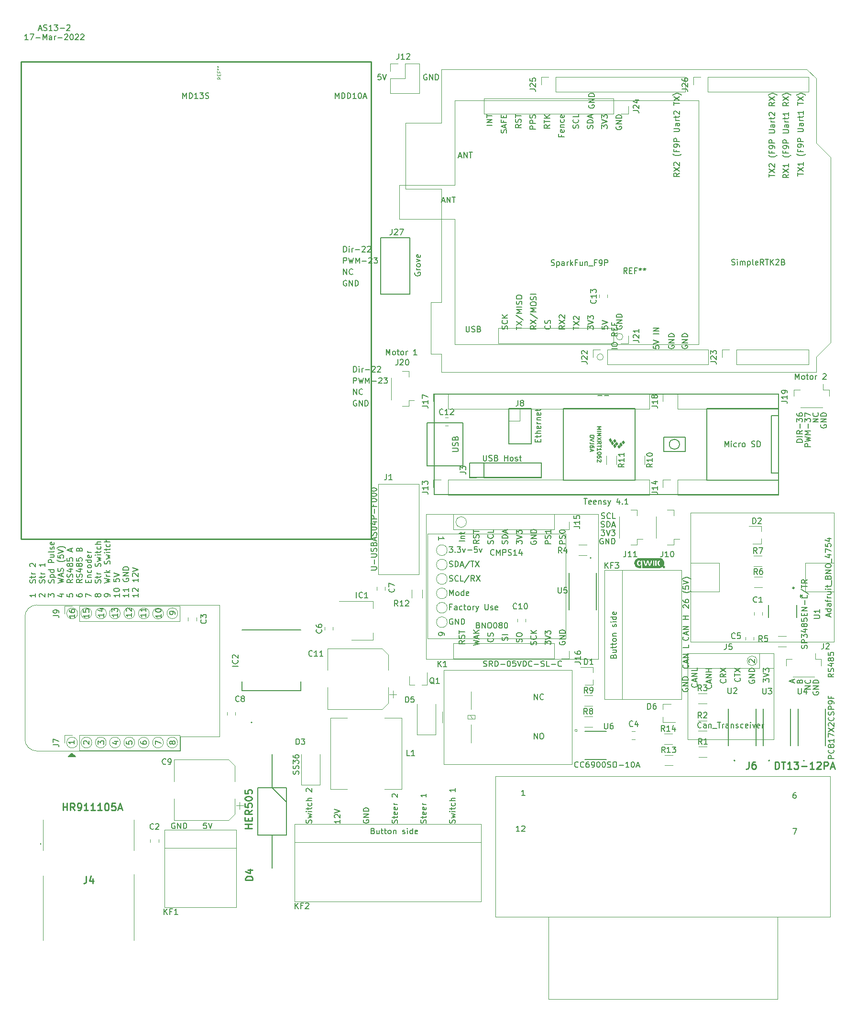
<source format=gbr>
%TF.GenerationSoftware,KiCad,Pcbnew,(5.1.9)-1*%
%TF.CreationDate,2022-03-17T08:19:33-06:00*%
%TF.ProjectId,AS13,41533133-2e6b-4696-9361-645f70636258,rev?*%
%TF.SameCoordinates,Original*%
%TF.FileFunction,Legend,Top*%
%TF.FilePolarity,Positive*%
%FSLAX46Y46*%
G04 Gerber Fmt 4.6, Leading zero omitted, Abs format (unit mm)*
G04 Created by KiCad (PCBNEW (5.1.9)-1) date 2022-03-17 08:19:33*
%MOMM*%
%LPD*%
G01*
G04 APERTURE LIST*
%ADD10C,0.150000*%
%ADD11C,0.120000*%
%ADD12C,0.200000*%
%ADD13C,0.100000*%
%ADD14C,0.010000*%
%ADD15C,0.254000*%
%ADD16C,0.250000*%
%ADD17C,0.127000*%
%ADD18C,0.203200*%
%ADD19C,0.015000*%
G04 APERTURE END LIST*
D10*
X99314095Y-29751400D02*
X99218857Y-29703780D01*
X99076000Y-29703780D01*
X98933142Y-29751400D01*
X98837904Y-29846638D01*
X98790285Y-29941876D01*
X98742666Y-30132352D01*
X98742666Y-30275209D01*
X98790285Y-30465685D01*
X98837904Y-30560923D01*
X98933142Y-30656161D01*
X99076000Y-30703780D01*
X99171238Y-30703780D01*
X99314095Y-30656161D01*
X99361714Y-30608542D01*
X99361714Y-30275209D01*
X99171238Y-30275209D01*
X99790285Y-30703780D02*
X99790285Y-29703780D01*
X100361714Y-30703780D01*
X100361714Y-29703780D01*
X100837904Y-30703780D02*
X100837904Y-29703780D01*
X101076000Y-29703780D01*
X101218857Y-29751400D01*
X101314095Y-29846638D01*
X101361714Y-29941876D01*
X101409333Y-30132352D01*
X101409333Y-30275209D01*
X101361714Y-30465685D01*
X101314095Y-30560923D01*
X101218857Y-30656161D01*
X101076000Y-30703780D01*
X100837904Y-30703780D01*
X91173323Y-29678380D02*
X90697133Y-29678380D01*
X90649514Y-30154571D01*
X90697133Y-30106952D01*
X90792371Y-30059333D01*
X91030466Y-30059333D01*
X91125704Y-30106952D01*
X91173323Y-30154571D01*
X91220942Y-30249809D01*
X91220942Y-30487904D01*
X91173323Y-30583142D01*
X91125704Y-30630761D01*
X91030466Y-30678380D01*
X90792371Y-30678380D01*
X90697133Y-30630761D01*
X90649514Y-30583142D01*
X91506657Y-29678380D02*
X91839990Y-30678380D01*
X92173323Y-29678380D01*
X144650000Y-138436904D02*
X144602380Y-138532142D01*
X144602380Y-138675000D01*
X144650000Y-138817857D01*
X144745238Y-138913095D01*
X144840476Y-138960714D01*
X145030952Y-139008333D01*
X145173809Y-139008333D01*
X145364285Y-138960714D01*
X145459523Y-138913095D01*
X145554761Y-138817857D01*
X145602380Y-138675000D01*
X145602380Y-138579761D01*
X145554761Y-138436904D01*
X145507142Y-138389285D01*
X145173809Y-138389285D01*
X145173809Y-138579761D01*
X145602380Y-137960714D02*
X144602380Y-137960714D01*
X145602380Y-137389285D01*
X144602380Y-137389285D01*
X145602380Y-136913095D02*
X144602380Y-136913095D01*
X144602380Y-136675000D01*
X144650000Y-136532142D01*
X144745238Y-136436904D01*
X144840476Y-136389285D01*
X145030952Y-136341666D01*
X145173809Y-136341666D01*
X145364285Y-136389285D01*
X145459523Y-136436904D01*
X145554761Y-136532142D01*
X145602380Y-136675000D01*
X145602380Y-136913095D01*
X145557142Y-134253571D02*
X145604761Y-134301190D01*
X145652380Y-134444047D01*
X145652380Y-134539285D01*
X145604761Y-134682142D01*
X145509523Y-134777380D01*
X145414285Y-134825000D01*
X145223809Y-134872619D01*
X145080952Y-134872619D01*
X144890476Y-134825000D01*
X144795238Y-134777380D01*
X144700000Y-134682142D01*
X144652380Y-134539285D01*
X144652380Y-134444047D01*
X144700000Y-134301190D01*
X144747619Y-134253571D01*
X145366666Y-133872619D02*
X145366666Y-133396428D01*
X145652380Y-133967857D02*
X144652380Y-133634523D01*
X145652380Y-133301190D01*
X145652380Y-132967857D02*
X144652380Y-132967857D01*
X145652380Y-132396428D01*
X144652380Y-132396428D01*
X145652380Y-130682142D02*
X145652380Y-131158333D01*
X144652380Y-131158333D01*
X145557142Y-129297619D02*
X145604761Y-129345238D01*
X145652380Y-129488095D01*
X145652380Y-129583333D01*
X145604761Y-129726190D01*
X145509523Y-129821428D01*
X145414285Y-129869047D01*
X145223809Y-129916666D01*
X145080952Y-129916666D01*
X144890476Y-129869047D01*
X144795238Y-129821428D01*
X144700000Y-129726190D01*
X144652380Y-129583333D01*
X144652380Y-129488095D01*
X144700000Y-129345238D01*
X144747619Y-129297619D01*
X145366666Y-128916666D02*
X145366666Y-128440476D01*
X145652380Y-129011904D02*
X144652380Y-128678571D01*
X145652380Y-128345238D01*
X145652380Y-128011904D02*
X144652380Y-128011904D01*
X145652380Y-127440476D01*
X144652380Y-127440476D01*
X145652380Y-126202380D02*
X144652380Y-126202380D01*
X145128571Y-126202380D02*
X145128571Y-125630952D01*
X145652380Y-125630952D02*
X144652380Y-125630952D01*
X144797619Y-124164285D02*
X144750000Y-124116666D01*
X144702380Y-124021428D01*
X144702380Y-123783333D01*
X144750000Y-123688095D01*
X144797619Y-123640476D01*
X144892857Y-123592857D01*
X144988095Y-123592857D01*
X145130952Y-123640476D01*
X145702380Y-124211904D01*
X145702380Y-123592857D01*
X144702380Y-122735714D02*
X144702380Y-122926190D01*
X144750000Y-123021428D01*
X144797619Y-123069047D01*
X144940476Y-123164285D01*
X145130952Y-123211904D01*
X145511904Y-123211904D01*
X145607142Y-123164285D01*
X145654761Y-123116666D01*
X145702380Y-123021428D01*
X145702380Y-122830952D01*
X145654761Y-122735714D01*
X145607142Y-122688095D01*
X145511904Y-122640476D01*
X145273809Y-122640476D01*
X145178571Y-122688095D01*
X145130952Y-122735714D01*
X145083333Y-122830952D01*
X145083333Y-123021428D01*
X145130952Y-123116666D01*
X145178571Y-123164285D01*
X145273809Y-123211904D01*
X146083333Y-121164285D02*
X146035714Y-121211904D01*
X145892857Y-121307142D01*
X145797619Y-121354761D01*
X145654761Y-121402380D01*
X145416666Y-121450000D01*
X145226190Y-121450000D01*
X144988095Y-121402380D01*
X144845238Y-121354761D01*
X144750000Y-121307142D01*
X144607142Y-121211904D01*
X144559523Y-121164285D01*
X144702380Y-120307142D02*
X144702380Y-120783333D01*
X145178571Y-120830952D01*
X145130952Y-120783333D01*
X145083333Y-120688095D01*
X145083333Y-120450000D01*
X145130952Y-120354761D01*
X145178571Y-120307142D01*
X145273809Y-120259523D01*
X145511904Y-120259523D01*
X145607142Y-120307142D01*
X145654761Y-120354761D01*
X145702380Y-120450000D01*
X145702380Y-120688095D01*
X145654761Y-120783333D01*
X145607142Y-120830952D01*
X144702380Y-119973809D02*
X145702380Y-119640476D01*
X144702380Y-119307142D01*
X146083333Y-119069047D02*
X146035714Y-119021428D01*
X145892857Y-118926190D01*
X145797619Y-118878571D01*
X145654761Y-118830952D01*
X145416666Y-118783333D01*
X145226190Y-118783333D01*
X144988095Y-118830952D01*
X144845238Y-118878571D01*
X144750000Y-118926190D01*
X144607142Y-119021428D01*
X144559523Y-119069047D01*
X115734523Y-163734880D02*
X115163095Y-163734880D01*
X115448809Y-163734880D02*
X115448809Y-162734880D01*
X115353571Y-162877738D01*
X115258333Y-162972976D01*
X115163095Y-163020595D01*
X116115476Y-162830119D02*
X116163095Y-162782500D01*
X116258333Y-162734880D01*
X116496428Y-162734880D01*
X116591666Y-162782500D01*
X116639285Y-162830119D01*
X116686904Y-162925357D01*
X116686904Y-163020595D01*
X116639285Y-163163452D01*
X116067857Y-163734880D01*
X116686904Y-163734880D01*
X116686904Y-157384880D02*
X116115475Y-157384880D01*
X116401190Y-157384880D02*
X116401190Y-156384880D01*
X116305951Y-156527738D01*
X116210713Y-156622976D01*
X116115475Y-156670595D01*
X164116666Y-163209880D02*
X164783333Y-163209880D01*
X164354761Y-164209880D01*
X164640476Y-156859880D02*
X164450000Y-156859880D01*
X164354761Y-156907500D01*
X164307142Y-156955119D01*
X164211904Y-157097976D01*
X164164285Y-157288452D01*
X164164285Y-157669404D01*
X164211904Y-157764642D01*
X164259523Y-157812261D01*
X164354761Y-157859880D01*
X164545238Y-157859880D01*
X164640476Y-157812261D01*
X164688095Y-157764642D01*
X164735714Y-157669404D01*
X164735714Y-157431309D01*
X164688095Y-157336071D01*
X164640476Y-157288452D01*
X164545238Y-157240833D01*
X164354761Y-157240833D01*
X164259523Y-157288452D01*
X164211904Y-157336071D01*
X164164285Y-157431309D01*
X54711695Y-162278200D02*
X54616457Y-162230580D01*
X54473600Y-162230580D01*
X54330742Y-162278200D01*
X54235504Y-162373438D01*
X54187885Y-162468676D01*
X54140266Y-162659152D01*
X54140266Y-162802009D01*
X54187885Y-162992485D01*
X54235504Y-163087723D01*
X54330742Y-163182961D01*
X54473600Y-163230580D01*
X54568838Y-163230580D01*
X54711695Y-163182961D01*
X54759314Y-163135342D01*
X54759314Y-162802009D01*
X54568838Y-162802009D01*
X55187885Y-163230580D02*
X55187885Y-162230580D01*
X55759314Y-163230580D01*
X55759314Y-162230580D01*
X56235504Y-163230580D02*
X56235504Y-162230580D01*
X56473600Y-162230580D01*
X56616457Y-162278200D01*
X56711695Y-162373438D01*
X56759314Y-162468676D01*
X56806933Y-162659152D01*
X56806933Y-162802009D01*
X56759314Y-162992485D01*
X56711695Y-163087723D01*
X56616457Y-163182961D01*
X56473600Y-163230580D01*
X56235504Y-163230580D01*
X60312323Y-162230580D02*
X59836133Y-162230580D01*
X59788514Y-162706771D01*
X59836133Y-162659152D01*
X59931371Y-162611533D01*
X60169466Y-162611533D01*
X60264704Y-162659152D01*
X60312323Y-162706771D01*
X60359942Y-162802009D01*
X60359942Y-163040104D01*
X60312323Y-163135342D01*
X60264704Y-163182961D01*
X60169466Y-163230580D01*
X59931371Y-163230580D01*
X59836133Y-163182961D01*
X59788514Y-163135342D01*
X60645657Y-162230580D02*
X60978990Y-163230580D01*
X61312323Y-162230580D01*
X171368980Y-135823838D02*
X170892790Y-136157171D01*
X171368980Y-136395266D02*
X170368980Y-136395266D01*
X170368980Y-136014314D01*
X170416600Y-135919076D01*
X170464219Y-135871457D01*
X170559457Y-135823838D01*
X170702314Y-135823838D01*
X170797552Y-135871457D01*
X170845171Y-135919076D01*
X170892790Y-136014314D01*
X170892790Y-136395266D01*
X171321361Y-135442885D02*
X171368980Y-135300028D01*
X171368980Y-135061933D01*
X171321361Y-134966695D01*
X171273742Y-134919076D01*
X171178504Y-134871457D01*
X171083266Y-134871457D01*
X170988028Y-134919076D01*
X170940409Y-134966695D01*
X170892790Y-135061933D01*
X170845171Y-135252409D01*
X170797552Y-135347647D01*
X170749933Y-135395266D01*
X170654695Y-135442885D01*
X170559457Y-135442885D01*
X170464219Y-135395266D01*
X170416600Y-135347647D01*
X170368980Y-135252409D01*
X170368980Y-135014314D01*
X170416600Y-134871457D01*
X170702314Y-134014314D02*
X171368980Y-134014314D01*
X170321361Y-134252409D02*
X171035647Y-134490504D01*
X171035647Y-133871457D01*
X170797552Y-133347647D02*
X170749933Y-133442885D01*
X170702314Y-133490504D01*
X170607076Y-133538123D01*
X170559457Y-133538123D01*
X170464219Y-133490504D01*
X170416600Y-133442885D01*
X170368980Y-133347647D01*
X170368980Y-133157171D01*
X170416600Y-133061933D01*
X170464219Y-133014314D01*
X170559457Y-132966695D01*
X170607076Y-132966695D01*
X170702314Y-133014314D01*
X170749933Y-133061933D01*
X170797552Y-133157171D01*
X170797552Y-133347647D01*
X170845171Y-133442885D01*
X170892790Y-133490504D01*
X170988028Y-133538123D01*
X171178504Y-133538123D01*
X171273742Y-133490504D01*
X171321361Y-133442885D01*
X171368980Y-133347647D01*
X171368980Y-133157171D01*
X171321361Y-133061933D01*
X171273742Y-133014314D01*
X171178504Y-132966695D01*
X170988028Y-132966695D01*
X170892790Y-133014314D01*
X170845171Y-133061933D01*
X170797552Y-133157171D01*
X170368980Y-132061933D02*
X170368980Y-132538123D01*
X170845171Y-132585742D01*
X170797552Y-132538123D01*
X170749933Y-132442885D01*
X170749933Y-132204790D01*
X170797552Y-132109552D01*
X170845171Y-132061933D01*
X170940409Y-132014314D01*
X171178504Y-132014314D01*
X171273742Y-132061933D01*
X171321361Y-132109552D01*
X171368980Y-132204790D01*
X171368980Y-132442885D01*
X171321361Y-132538123D01*
X171273742Y-132585742D01*
X84591247Y-61145080D02*
X84591247Y-60145080D01*
X84829342Y-60145080D01*
X84972200Y-60192700D01*
X85067438Y-60287938D01*
X85115057Y-60383176D01*
X85162676Y-60573652D01*
X85162676Y-60716509D01*
X85115057Y-60906985D01*
X85067438Y-61002223D01*
X84972200Y-61097461D01*
X84829342Y-61145080D01*
X84591247Y-61145080D01*
X85591247Y-61145080D02*
X85591247Y-60478414D01*
X85591247Y-60145080D02*
X85543628Y-60192700D01*
X85591247Y-60240319D01*
X85638866Y-60192700D01*
X85591247Y-60145080D01*
X85591247Y-60240319D01*
X86067438Y-61145080D02*
X86067438Y-60478414D01*
X86067438Y-60668890D02*
X86115057Y-60573652D01*
X86162676Y-60526033D01*
X86257914Y-60478414D01*
X86353152Y-60478414D01*
X86686485Y-60764128D02*
X87448390Y-60764128D01*
X87876961Y-60240319D02*
X87924580Y-60192700D01*
X88019819Y-60145080D01*
X88257914Y-60145080D01*
X88353152Y-60192700D01*
X88400771Y-60240319D01*
X88448390Y-60335557D01*
X88448390Y-60430795D01*
X88400771Y-60573652D01*
X87829342Y-61145080D01*
X88448390Y-61145080D01*
X88829342Y-60240319D02*
X88876961Y-60192700D01*
X88972200Y-60145080D01*
X89210295Y-60145080D01*
X89305533Y-60192700D01*
X89353152Y-60240319D01*
X89400771Y-60335557D01*
X89400771Y-60430795D01*
X89353152Y-60573652D01*
X88781723Y-61145080D01*
X89400771Y-61145080D01*
X84591247Y-63151680D02*
X84591247Y-62151680D01*
X84972199Y-62151680D01*
X85067438Y-62199300D01*
X85115057Y-62246919D01*
X85162676Y-62342157D01*
X85162676Y-62485014D01*
X85115057Y-62580252D01*
X85067438Y-62627871D01*
X84972199Y-62675490D01*
X84591247Y-62675490D01*
X85496009Y-62151680D02*
X85734104Y-63151680D01*
X85924580Y-62437395D01*
X86115057Y-63151680D01*
X86353152Y-62151680D01*
X86734104Y-63151680D02*
X86734104Y-62151680D01*
X87067438Y-62865966D01*
X87400771Y-62151680D01*
X87400771Y-63151680D01*
X87876961Y-62770728D02*
X88638866Y-62770728D01*
X89067438Y-62246919D02*
X89115057Y-62199300D01*
X89210295Y-62151680D01*
X89448390Y-62151680D01*
X89543628Y-62199300D01*
X89591247Y-62246919D01*
X89638866Y-62342157D01*
X89638866Y-62437395D01*
X89591247Y-62580252D01*
X89019818Y-63151680D01*
X89638866Y-63151680D01*
X89972199Y-62151680D02*
X90591247Y-62151680D01*
X90257914Y-62532633D01*
X90400771Y-62532633D01*
X90496009Y-62580252D01*
X90543628Y-62627871D01*
X90591247Y-62723109D01*
X90591247Y-62961204D01*
X90543628Y-63056442D01*
X90496009Y-63104061D01*
X90400771Y-63151680D01*
X90115057Y-63151680D01*
X90019818Y-63104061D01*
X89972199Y-63056442D01*
X84591247Y-65158280D02*
X84591247Y-64158280D01*
X85162676Y-65158280D01*
X85162676Y-64158280D01*
X86210295Y-65063042D02*
X86162676Y-65110661D01*
X86019819Y-65158280D01*
X85924581Y-65158280D01*
X85781723Y-65110661D01*
X85686485Y-65015423D01*
X85638866Y-64920185D01*
X85591247Y-64729709D01*
X85591247Y-64586852D01*
X85638866Y-64396376D01*
X85686485Y-64301138D01*
X85781723Y-64205900D01*
X85924581Y-64158280D01*
X86019819Y-64158280D01*
X86162676Y-64205900D01*
X86210295Y-64253519D01*
X85115057Y-66212500D02*
X85019819Y-66164880D01*
X84876962Y-66164880D01*
X84734104Y-66212500D01*
X84638866Y-66307738D01*
X84591247Y-66402976D01*
X84543628Y-66593452D01*
X84543628Y-66736309D01*
X84591247Y-66926785D01*
X84638866Y-67022023D01*
X84734104Y-67117261D01*
X84876962Y-67164880D01*
X84972200Y-67164880D01*
X85115057Y-67117261D01*
X85162676Y-67069642D01*
X85162676Y-66736309D01*
X84972200Y-66736309D01*
X85591247Y-67164880D02*
X85591247Y-66164880D01*
X86162676Y-67164880D01*
X86162676Y-66164880D01*
X86638866Y-67164880D02*
X86638866Y-66164880D01*
X86876962Y-66164880D01*
X87019819Y-66212500D01*
X87115057Y-66307738D01*
X87162676Y-66402976D01*
X87210295Y-66593452D01*
X87210295Y-66736309D01*
X87162676Y-66926785D01*
X87115057Y-67022023D01*
X87019819Y-67117261D01*
X86876962Y-67164880D01*
X86638866Y-67164880D01*
X130536838Y-111905200D02*
X130441600Y-111857580D01*
X130298743Y-111857580D01*
X130155885Y-111905200D01*
X130060647Y-112000438D01*
X130013028Y-112095676D01*
X129965409Y-112286152D01*
X129965409Y-112429009D01*
X130013028Y-112619485D01*
X130060647Y-112714723D01*
X130155885Y-112809961D01*
X130298743Y-112857580D01*
X130393981Y-112857580D01*
X130536838Y-112809961D01*
X130584457Y-112762342D01*
X130584457Y-112429009D01*
X130393981Y-112429009D01*
X131013028Y-112857580D02*
X131013028Y-111857580D01*
X131584457Y-112857580D01*
X131584457Y-111857580D01*
X132060647Y-112857580D02*
X132060647Y-111857580D01*
X132298743Y-111857580D01*
X132441600Y-111905200D01*
X132536838Y-112000438D01*
X132584457Y-112095676D01*
X132632076Y-112286152D01*
X132632076Y-112429009D01*
X132584457Y-112619485D01*
X132536838Y-112714723D01*
X132441600Y-112809961D01*
X132298743Y-112857580D01*
X132060647Y-112857580D01*
X130203504Y-110357580D02*
X130822552Y-110357580D01*
X130489219Y-110738533D01*
X130632076Y-110738533D01*
X130727314Y-110786152D01*
X130774933Y-110833771D01*
X130822552Y-110929009D01*
X130822552Y-111167104D01*
X130774933Y-111262342D01*
X130727314Y-111309961D01*
X130632076Y-111357580D01*
X130346361Y-111357580D01*
X130251123Y-111309961D01*
X130203504Y-111262342D01*
X131108266Y-110357580D02*
X131441600Y-111357580D01*
X131774933Y-110357580D01*
X132013028Y-110357580D02*
X132632076Y-110357580D01*
X132298742Y-110738533D01*
X132441600Y-110738533D01*
X132536838Y-110786152D01*
X132584457Y-110833771D01*
X132632076Y-110929009D01*
X132632076Y-111167104D01*
X132584457Y-111262342D01*
X132536838Y-111309961D01*
X132441600Y-111357580D01*
X132155885Y-111357580D01*
X132060647Y-111309961D01*
X132013028Y-111262342D01*
X130251123Y-108309961D02*
X130393980Y-108357580D01*
X130632076Y-108357580D01*
X130727314Y-108309961D01*
X130774933Y-108262342D01*
X130822552Y-108167104D01*
X130822552Y-108071866D01*
X130774933Y-107976628D01*
X130727314Y-107929009D01*
X130632076Y-107881390D01*
X130441600Y-107833771D01*
X130346361Y-107786152D01*
X130298742Y-107738533D01*
X130251123Y-107643295D01*
X130251123Y-107548057D01*
X130298742Y-107452819D01*
X130346361Y-107405200D01*
X130441600Y-107357580D01*
X130679695Y-107357580D01*
X130822552Y-107405200D01*
X131822552Y-108262342D02*
X131774933Y-108309961D01*
X131632076Y-108357580D01*
X131536838Y-108357580D01*
X131393980Y-108309961D01*
X131298742Y-108214723D01*
X131251123Y-108119485D01*
X131203504Y-107929009D01*
X131203504Y-107786152D01*
X131251123Y-107595676D01*
X131298742Y-107500438D01*
X131393980Y-107405200D01*
X131536838Y-107357580D01*
X131632076Y-107357580D01*
X131774933Y-107405200D01*
X131822552Y-107452819D01*
X132727314Y-108357580D02*
X132251123Y-108357580D01*
X132251123Y-107357580D01*
X130203505Y-109809961D02*
X130346362Y-109857580D01*
X130584457Y-109857580D01*
X130679695Y-109809961D01*
X130727314Y-109762342D01*
X130774933Y-109667104D01*
X130774933Y-109571866D01*
X130727314Y-109476628D01*
X130679695Y-109429009D01*
X130584457Y-109381390D01*
X130393981Y-109333771D01*
X130298743Y-109286152D01*
X130251124Y-109238533D01*
X130203505Y-109143295D01*
X130203505Y-109048057D01*
X130251124Y-108952819D01*
X130298743Y-108905200D01*
X130393981Y-108857580D01*
X130632076Y-108857580D01*
X130774933Y-108905200D01*
X131203505Y-109857580D02*
X131203505Y-108857580D01*
X131441600Y-108857580D01*
X131584457Y-108905200D01*
X131679695Y-109000438D01*
X131727314Y-109095676D01*
X131774933Y-109286152D01*
X131774933Y-109429009D01*
X131727314Y-109619485D01*
X131679695Y-109714723D01*
X131584457Y-109809961D01*
X131441600Y-109857580D01*
X131203505Y-109857580D01*
X132155886Y-109571866D02*
X132632076Y-109571866D01*
X132060648Y-109857580D02*
X132393981Y-108857580D01*
X132727314Y-109857580D01*
X167749998Y-139011904D02*
X167702378Y-139107142D01*
X167702378Y-139250000D01*
X167749998Y-139392857D01*
X167845236Y-139488095D01*
X167940474Y-139535714D01*
X168130950Y-139583333D01*
X168273807Y-139583333D01*
X168464283Y-139535714D01*
X168559521Y-139488095D01*
X168654759Y-139392857D01*
X168702378Y-139250000D01*
X168702378Y-139154761D01*
X168654759Y-139011904D01*
X168607140Y-138964285D01*
X168273807Y-138964285D01*
X168273807Y-139154761D01*
X168702378Y-138535714D02*
X167702378Y-138535714D01*
X168702378Y-137964285D01*
X167702378Y-137964285D01*
X168702378Y-137488095D02*
X167702378Y-137488095D01*
X167702378Y-137250000D01*
X167749998Y-137107142D01*
X167845236Y-137011904D01*
X167940474Y-136964285D01*
X168130950Y-136916666D01*
X168273807Y-136916666D01*
X168464283Y-136964285D01*
X168559521Y-137011904D01*
X168654759Y-137107142D01*
X168702378Y-137250000D01*
X168702378Y-137488095D01*
X167285712Y-138535714D02*
X166285712Y-138535714D01*
X167285712Y-137964285D01*
X166285712Y-137964285D01*
X167190474Y-136916666D02*
X167238093Y-136964285D01*
X167285712Y-137107142D01*
X167285712Y-137202380D01*
X167238093Y-137345238D01*
X167142855Y-137440476D01*
X167047617Y-137488095D01*
X166857141Y-137535714D01*
X166714284Y-137535714D01*
X166523808Y-137488095D01*
X166428570Y-137440476D01*
X166333332Y-137345238D01*
X166285712Y-137202380D01*
X166285712Y-137107142D01*
X166333332Y-136964285D01*
X166380951Y-136916666D01*
X165345237Y-137154761D02*
X165392856Y-137011904D01*
X165440475Y-136964285D01*
X165535713Y-136916666D01*
X165678570Y-136916666D01*
X165773808Y-136964285D01*
X165821427Y-137011904D01*
X165869046Y-137107142D01*
X165869046Y-137488094D01*
X164869046Y-137488094D01*
X164869046Y-137154761D01*
X164916666Y-137059523D01*
X164964285Y-137011904D01*
X165059523Y-136964285D01*
X165154761Y-136964285D01*
X165249999Y-137011904D01*
X165297618Y-137059523D01*
X165345237Y-137154761D01*
X165345237Y-137488094D01*
X164166666Y-137392857D02*
X164166666Y-136916666D01*
X164452380Y-137488095D02*
X163452380Y-137154762D01*
X164452380Y-136821428D01*
X30638095Y-21666666D02*
X31114285Y-21666666D01*
X30542857Y-21952380D02*
X30876190Y-20952380D01*
X31209523Y-21952380D01*
X31495238Y-21904761D02*
X31638095Y-21952380D01*
X31876190Y-21952380D01*
X31971428Y-21904761D01*
X32019047Y-21857142D01*
X32066666Y-21761904D01*
X32066666Y-21666666D01*
X32019047Y-21571428D01*
X31971428Y-21523809D01*
X31876190Y-21476190D01*
X31685714Y-21428571D01*
X31590476Y-21380952D01*
X31542857Y-21333333D01*
X31495238Y-21238095D01*
X31495238Y-21142857D01*
X31542857Y-21047619D01*
X31590476Y-21000000D01*
X31685714Y-20952380D01*
X31923809Y-20952380D01*
X32066666Y-21000000D01*
X33019047Y-21952380D02*
X32447619Y-21952380D01*
X32733333Y-21952380D02*
X32733333Y-20952380D01*
X32638095Y-21095238D01*
X32542857Y-21190476D01*
X32447619Y-21238095D01*
X33352380Y-20952380D02*
X33971428Y-20952380D01*
X33638095Y-21333333D01*
X33780952Y-21333333D01*
X33876190Y-21380952D01*
X33923809Y-21428571D01*
X33971428Y-21523809D01*
X33971428Y-21761904D01*
X33923809Y-21857142D01*
X33876190Y-21904761D01*
X33780952Y-21952380D01*
X33495238Y-21952380D01*
X33400000Y-21904761D01*
X33352380Y-21857142D01*
X34400000Y-21571428D02*
X35161904Y-21571428D01*
X35590476Y-21047619D02*
X35638095Y-21000000D01*
X35733333Y-20952380D01*
X35971428Y-20952380D01*
X36066666Y-21000000D01*
X36114285Y-21047619D01*
X36161904Y-21142857D01*
X36161904Y-21238095D01*
X36114285Y-21380952D01*
X35542857Y-21952380D01*
X36161904Y-21952380D01*
X28733333Y-23602380D02*
X28161904Y-23602380D01*
X28447619Y-23602380D02*
X28447619Y-22602380D01*
X28352380Y-22745238D01*
X28257142Y-22840476D01*
X28161904Y-22888095D01*
X29066666Y-22602380D02*
X29733333Y-22602380D01*
X29304761Y-23602380D01*
X30114285Y-23221428D02*
X30876190Y-23221428D01*
X31352380Y-23602380D02*
X31352380Y-22602380D01*
X31685714Y-23316666D01*
X32019047Y-22602380D01*
X32019047Y-23602380D01*
X32923809Y-23602380D02*
X32923809Y-23078571D01*
X32876190Y-22983333D01*
X32780952Y-22935714D01*
X32590476Y-22935714D01*
X32495238Y-22983333D01*
X32923809Y-23554761D02*
X32828571Y-23602380D01*
X32590476Y-23602380D01*
X32495238Y-23554761D01*
X32447619Y-23459523D01*
X32447619Y-23364285D01*
X32495238Y-23269047D01*
X32590476Y-23221428D01*
X32828571Y-23221428D01*
X32923809Y-23173809D01*
X33400000Y-23602380D02*
X33400000Y-22935714D01*
X33400000Y-23126190D02*
X33447619Y-23030952D01*
X33495238Y-22983333D01*
X33590476Y-22935714D01*
X33685714Y-22935714D01*
X34019047Y-23221428D02*
X34780952Y-23221428D01*
X35209523Y-22697619D02*
X35257142Y-22650000D01*
X35352380Y-22602380D01*
X35590476Y-22602380D01*
X35685714Y-22650000D01*
X35733333Y-22697619D01*
X35780952Y-22792857D01*
X35780952Y-22888095D01*
X35733333Y-23030952D01*
X35161904Y-23602380D01*
X35780952Y-23602380D01*
X36400000Y-22602380D02*
X36495238Y-22602380D01*
X36590476Y-22650000D01*
X36638095Y-22697619D01*
X36685714Y-22792857D01*
X36733333Y-22983333D01*
X36733333Y-23221428D01*
X36685714Y-23411904D01*
X36638095Y-23507142D01*
X36590476Y-23554761D01*
X36495238Y-23602380D01*
X36400000Y-23602380D01*
X36304761Y-23554761D01*
X36257142Y-23507142D01*
X36209523Y-23411904D01*
X36161904Y-23221428D01*
X36161904Y-22983333D01*
X36209523Y-22792857D01*
X36257142Y-22697619D01*
X36304761Y-22650000D01*
X36400000Y-22602380D01*
X37114285Y-22697619D02*
X37161904Y-22650000D01*
X37257142Y-22602380D01*
X37495238Y-22602380D01*
X37590476Y-22650000D01*
X37638095Y-22697619D01*
X37685714Y-22792857D01*
X37685714Y-22888095D01*
X37638095Y-23030952D01*
X37066666Y-23602380D01*
X37685714Y-23602380D01*
X38066666Y-22697619D02*
X38114285Y-22650000D01*
X38209523Y-22602380D01*
X38447619Y-22602380D01*
X38542857Y-22650000D01*
X38590476Y-22697619D01*
X38638095Y-22792857D01*
X38638095Y-22888095D01*
X38590476Y-23030952D01*
X38019047Y-23602380D01*
X38638095Y-23602380D01*
X30052380Y-121640595D02*
X30052380Y-122212023D01*
X30052380Y-121926309D02*
X29052380Y-121926309D01*
X29195238Y-122021547D01*
X29290476Y-122116785D01*
X29338095Y-122212023D01*
X30004761Y-119735833D02*
X30052380Y-119592976D01*
X30052380Y-119354880D01*
X30004761Y-119259642D01*
X29957142Y-119212023D01*
X29861904Y-119164404D01*
X29766666Y-119164404D01*
X29671428Y-119212023D01*
X29623809Y-119259642D01*
X29576190Y-119354880D01*
X29528571Y-119545357D01*
X29480952Y-119640595D01*
X29433333Y-119688214D01*
X29338095Y-119735833D01*
X29242857Y-119735833D01*
X29147619Y-119688214D01*
X29100000Y-119640595D01*
X29052380Y-119545357D01*
X29052380Y-119307261D01*
X29100000Y-119164404D01*
X29385714Y-118878690D02*
X29385714Y-118497738D01*
X29052380Y-118735833D02*
X29909523Y-118735833D01*
X30004761Y-118688214D01*
X30052380Y-118592976D01*
X30052380Y-118497738D01*
X30052380Y-118164404D02*
X29385714Y-118164404D01*
X29576190Y-118164404D02*
X29480952Y-118116785D01*
X29433333Y-118069166D01*
X29385714Y-117973928D01*
X29385714Y-117878690D01*
X29147619Y-116831071D02*
X29100000Y-116783452D01*
X29052380Y-116688214D01*
X29052380Y-116450119D01*
X29100000Y-116354880D01*
X29147619Y-116307261D01*
X29242857Y-116259642D01*
X29338095Y-116259642D01*
X29480952Y-116307261D01*
X30052380Y-116878690D01*
X30052380Y-116259642D01*
X30797619Y-122212023D02*
X30750000Y-122164404D01*
X30702380Y-122069166D01*
X30702380Y-121831071D01*
X30750000Y-121735833D01*
X30797619Y-121688214D01*
X30892857Y-121640595D01*
X30988095Y-121640595D01*
X31130952Y-121688214D01*
X31702380Y-122259642D01*
X31702380Y-121640595D01*
X31654761Y-119735833D02*
X31702380Y-119592976D01*
X31702380Y-119354880D01*
X31654761Y-119259642D01*
X31607142Y-119212023D01*
X31511904Y-119164404D01*
X31416666Y-119164404D01*
X31321428Y-119212023D01*
X31273809Y-119259642D01*
X31226190Y-119354880D01*
X31178571Y-119545357D01*
X31130952Y-119640595D01*
X31083333Y-119688214D01*
X30988095Y-119735833D01*
X30892857Y-119735833D01*
X30797619Y-119688214D01*
X30750000Y-119640595D01*
X30702380Y-119545357D01*
X30702380Y-119307261D01*
X30750000Y-119164404D01*
X31035714Y-118878690D02*
X31035714Y-118497738D01*
X30702380Y-118735833D02*
X31559523Y-118735833D01*
X31654761Y-118688214D01*
X31702380Y-118592976D01*
X31702380Y-118497738D01*
X31702380Y-118164404D02*
X31035714Y-118164404D01*
X31226190Y-118164404D02*
X31130952Y-118116785D01*
X31083333Y-118069166D01*
X31035714Y-117973928D01*
X31035714Y-117878690D01*
X31702380Y-116259642D02*
X31702380Y-116831071D01*
X31702380Y-116545357D02*
X30702380Y-116545357D01*
X30845238Y-116640595D01*
X30940476Y-116735833D01*
X30988095Y-116831071D01*
X32352380Y-122259642D02*
X32352380Y-121640595D01*
X32733333Y-121973928D01*
X32733333Y-121831071D01*
X32780952Y-121735833D01*
X32828571Y-121688214D01*
X32923809Y-121640595D01*
X33161904Y-121640595D01*
X33257142Y-121688214D01*
X33304761Y-121735833D01*
X33352380Y-121831071D01*
X33352380Y-122116785D01*
X33304761Y-122212023D01*
X33257142Y-122259642D01*
X33304761Y-119735833D02*
X33352380Y-119592976D01*
X33352380Y-119354880D01*
X33304761Y-119259642D01*
X33257142Y-119212023D01*
X33161904Y-119164404D01*
X33066666Y-119164404D01*
X32971428Y-119212023D01*
X32923809Y-119259642D01*
X32876190Y-119354880D01*
X32828571Y-119545357D01*
X32780952Y-119640595D01*
X32733333Y-119688214D01*
X32638095Y-119735833D01*
X32542857Y-119735833D01*
X32447619Y-119688214D01*
X32400000Y-119640595D01*
X32352380Y-119545357D01*
X32352380Y-119307261D01*
X32400000Y-119164404D01*
X32685714Y-118735833D02*
X33685714Y-118735833D01*
X32733333Y-118735833D02*
X32685714Y-118640595D01*
X32685714Y-118450119D01*
X32733333Y-118354880D01*
X32780952Y-118307261D01*
X32876190Y-118259642D01*
X33161904Y-118259642D01*
X33257142Y-118307261D01*
X33304761Y-118354880D01*
X33352380Y-118450119D01*
X33352380Y-118640595D01*
X33304761Y-118735833D01*
X33352380Y-117402500D02*
X32352380Y-117402500D01*
X33304761Y-117402500D02*
X33352380Y-117497738D01*
X33352380Y-117688214D01*
X33304761Y-117783452D01*
X33257142Y-117831071D01*
X33161904Y-117878690D01*
X32876190Y-117878690D01*
X32780952Y-117831071D01*
X32733333Y-117783452D01*
X32685714Y-117688214D01*
X32685714Y-117497738D01*
X32733333Y-117402500D01*
X33352380Y-116164404D02*
X32352380Y-116164404D01*
X32352380Y-115783452D01*
X32400000Y-115688214D01*
X32447619Y-115640595D01*
X32542857Y-115592976D01*
X32685714Y-115592976D01*
X32780952Y-115640595D01*
X32828571Y-115688214D01*
X32876190Y-115783452D01*
X32876190Y-116164404D01*
X32685714Y-114735833D02*
X33352380Y-114735833D01*
X32685714Y-115164404D02*
X33209523Y-115164404D01*
X33304761Y-115116785D01*
X33352380Y-115021547D01*
X33352380Y-114878690D01*
X33304761Y-114783452D01*
X33257142Y-114735833D01*
X33352380Y-114116785D02*
X33304761Y-114212023D01*
X33209523Y-114259642D01*
X32352380Y-114259642D01*
X33304761Y-113783452D02*
X33352380Y-113688214D01*
X33352380Y-113497738D01*
X33304761Y-113402500D01*
X33209523Y-113354880D01*
X33161904Y-113354880D01*
X33066666Y-113402500D01*
X33019047Y-113497738D01*
X33019047Y-113640595D01*
X32971428Y-113735833D01*
X32876190Y-113783452D01*
X32828571Y-113783452D01*
X32733333Y-113735833D01*
X32685714Y-113640595D01*
X32685714Y-113497738D01*
X32733333Y-113402500D01*
X33304761Y-112545357D02*
X33352380Y-112640595D01*
X33352380Y-112831071D01*
X33304761Y-112926309D01*
X33209523Y-112973928D01*
X32828571Y-112973928D01*
X32733333Y-112926309D01*
X32685714Y-112831071D01*
X32685714Y-112640595D01*
X32733333Y-112545357D01*
X32828571Y-112497738D01*
X32923809Y-112497738D01*
X33019047Y-112973928D01*
X34335714Y-121735833D02*
X35002380Y-121735833D01*
X33954761Y-121973928D02*
X34669047Y-122212023D01*
X34669047Y-121592976D01*
X34002380Y-119783452D02*
X35002380Y-119545357D01*
X34288095Y-119354880D01*
X35002380Y-119164404D01*
X34002380Y-118926309D01*
X34716666Y-118592976D02*
X34716666Y-118116785D01*
X35002380Y-118688214D02*
X34002380Y-118354880D01*
X35002380Y-118021547D01*
X34954761Y-117735833D02*
X35002380Y-117592976D01*
X35002380Y-117354880D01*
X34954761Y-117259642D01*
X34907142Y-117212023D01*
X34811904Y-117164404D01*
X34716666Y-117164404D01*
X34621428Y-117212023D01*
X34573809Y-117259642D01*
X34526190Y-117354880D01*
X34478571Y-117545357D01*
X34430952Y-117640595D01*
X34383333Y-117688214D01*
X34288095Y-117735833D01*
X34192857Y-117735833D01*
X34097619Y-117688214D01*
X34050000Y-117640595D01*
X34002380Y-117545357D01*
X34002380Y-117307261D01*
X34050000Y-117164404D01*
X35383333Y-115688214D02*
X35335714Y-115735833D01*
X35192857Y-115831071D01*
X35097619Y-115878690D01*
X34954761Y-115926309D01*
X34716666Y-115973928D01*
X34526190Y-115973928D01*
X34288095Y-115926309D01*
X34145238Y-115878690D01*
X34050000Y-115831071D01*
X33907142Y-115735833D01*
X33859523Y-115688214D01*
X34002380Y-114831071D02*
X34002380Y-115307261D01*
X34478571Y-115354880D01*
X34430952Y-115307261D01*
X34383333Y-115212023D01*
X34383333Y-114973928D01*
X34430952Y-114878690D01*
X34478571Y-114831071D01*
X34573809Y-114783452D01*
X34811904Y-114783452D01*
X34907142Y-114831071D01*
X34954761Y-114878690D01*
X35002380Y-114973928D01*
X35002380Y-115212023D01*
X34954761Y-115307261D01*
X34907142Y-115354880D01*
X34002380Y-114497738D02*
X35002380Y-114164404D01*
X34002380Y-113831071D01*
X35383333Y-113592976D02*
X35335714Y-113545357D01*
X35192857Y-113450119D01*
X35097619Y-113402500D01*
X34954761Y-113354880D01*
X34716666Y-113307261D01*
X34526190Y-113307261D01*
X34288095Y-113354880D01*
X34145238Y-113402500D01*
X34050000Y-113450119D01*
X33907142Y-113545357D01*
X33859523Y-113592976D01*
X35652380Y-121688214D02*
X35652380Y-122164404D01*
X36128571Y-122212023D01*
X36080952Y-122164404D01*
X36033333Y-122069166D01*
X36033333Y-121831071D01*
X36080952Y-121735833D01*
X36128571Y-121688214D01*
X36223809Y-121640595D01*
X36461904Y-121640595D01*
X36557142Y-121688214D01*
X36604761Y-121735833D01*
X36652380Y-121831071D01*
X36652380Y-122069166D01*
X36604761Y-122164404D01*
X36557142Y-122212023D01*
X36652380Y-119116785D02*
X36176190Y-119450119D01*
X36652380Y-119688214D02*
X35652380Y-119688214D01*
X35652380Y-119307261D01*
X35700000Y-119212023D01*
X35747619Y-119164404D01*
X35842857Y-119116785D01*
X35985714Y-119116785D01*
X36080952Y-119164404D01*
X36128571Y-119212023D01*
X36176190Y-119307261D01*
X36176190Y-119688214D01*
X36604761Y-118735833D02*
X36652380Y-118592976D01*
X36652380Y-118354880D01*
X36604761Y-118259642D01*
X36557142Y-118212023D01*
X36461904Y-118164404D01*
X36366666Y-118164404D01*
X36271428Y-118212023D01*
X36223809Y-118259642D01*
X36176190Y-118354880D01*
X36128571Y-118545357D01*
X36080952Y-118640595D01*
X36033333Y-118688214D01*
X35938095Y-118735833D01*
X35842857Y-118735833D01*
X35747619Y-118688214D01*
X35700000Y-118640595D01*
X35652380Y-118545357D01*
X35652380Y-118307261D01*
X35700000Y-118164404D01*
X35985714Y-117307261D02*
X36652380Y-117307261D01*
X35604761Y-117545357D02*
X36319047Y-117783452D01*
X36319047Y-117164404D01*
X36080952Y-116640595D02*
X36033333Y-116735833D01*
X35985714Y-116783452D01*
X35890476Y-116831071D01*
X35842857Y-116831071D01*
X35747619Y-116783452D01*
X35700000Y-116735833D01*
X35652380Y-116640595D01*
X35652380Y-116450119D01*
X35700000Y-116354880D01*
X35747619Y-116307261D01*
X35842857Y-116259642D01*
X35890476Y-116259642D01*
X35985714Y-116307261D01*
X36033333Y-116354880D01*
X36080952Y-116450119D01*
X36080952Y-116640595D01*
X36128571Y-116735833D01*
X36176190Y-116783452D01*
X36271428Y-116831071D01*
X36461904Y-116831071D01*
X36557142Y-116783452D01*
X36604761Y-116735833D01*
X36652380Y-116640595D01*
X36652380Y-116450119D01*
X36604761Y-116354880D01*
X36557142Y-116307261D01*
X36461904Y-116259642D01*
X36271428Y-116259642D01*
X36176190Y-116307261D01*
X36128571Y-116354880D01*
X36080952Y-116450119D01*
X35652380Y-115354880D02*
X35652380Y-115831071D01*
X36128571Y-115878690D01*
X36080952Y-115831071D01*
X36033333Y-115735833D01*
X36033333Y-115497738D01*
X36080952Y-115402500D01*
X36128571Y-115354880D01*
X36223809Y-115307261D01*
X36461904Y-115307261D01*
X36557142Y-115354880D01*
X36604761Y-115402500D01*
X36652380Y-115497738D01*
X36652380Y-115735833D01*
X36604761Y-115831071D01*
X36557142Y-115878690D01*
X36366666Y-114164404D02*
X36366666Y-113688214D01*
X36652380Y-114259642D02*
X35652380Y-113926309D01*
X36652380Y-113592976D01*
X37302380Y-121735833D02*
X37302380Y-121926309D01*
X37350000Y-122021547D01*
X37397619Y-122069166D01*
X37540476Y-122164404D01*
X37730952Y-122212023D01*
X38111904Y-122212023D01*
X38207142Y-122164404D01*
X38254761Y-122116785D01*
X38302380Y-122021547D01*
X38302380Y-121831071D01*
X38254761Y-121735833D01*
X38207142Y-121688214D01*
X38111904Y-121640595D01*
X37873809Y-121640595D01*
X37778571Y-121688214D01*
X37730952Y-121735833D01*
X37683333Y-121831071D01*
X37683333Y-122021547D01*
X37730952Y-122116785D01*
X37778571Y-122164404D01*
X37873809Y-122212023D01*
X38302380Y-119116785D02*
X37826190Y-119450119D01*
X38302380Y-119688214D02*
X37302380Y-119688214D01*
X37302380Y-119307261D01*
X37350000Y-119212023D01*
X37397619Y-119164404D01*
X37492857Y-119116785D01*
X37635714Y-119116785D01*
X37730952Y-119164404D01*
X37778571Y-119212023D01*
X37826190Y-119307261D01*
X37826190Y-119688214D01*
X38254761Y-118735833D02*
X38302380Y-118592976D01*
X38302380Y-118354880D01*
X38254761Y-118259642D01*
X38207142Y-118212023D01*
X38111904Y-118164404D01*
X38016666Y-118164404D01*
X37921428Y-118212023D01*
X37873809Y-118259642D01*
X37826190Y-118354880D01*
X37778571Y-118545357D01*
X37730952Y-118640595D01*
X37683333Y-118688214D01*
X37588095Y-118735833D01*
X37492857Y-118735833D01*
X37397619Y-118688214D01*
X37350000Y-118640595D01*
X37302380Y-118545357D01*
X37302380Y-118307261D01*
X37350000Y-118164404D01*
X37635714Y-117307261D02*
X38302380Y-117307261D01*
X37254761Y-117545357D02*
X37969047Y-117783452D01*
X37969047Y-117164404D01*
X37730952Y-116640595D02*
X37683333Y-116735833D01*
X37635714Y-116783452D01*
X37540476Y-116831071D01*
X37492857Y-116831071D01*
X37397619Y-116783452D01*
X37350000Y-116735833D01*
X37302380Y-116640595D01*
X37302380Y-116450119D01*
X37350000Y-116354880D01*
X37397619Y-116307261D01*
X37492857Y-116259642D01*
X37540476Y-116259642D01*
X37635714Y-116307261D01*
X37683333Y-116354880D01*
X37730952Y-116450119D01*
X37730952Y-116640595D01*
X37778571Y-116735833D01*
X37826190Y-116783452D01*
X37921428Y-116831071D01*
X38111904Y-116831071D01*
X38207142Y-116783452D01*
X38254761Y-116735833D01*
X38302380Y-116640595D01*
X38302380Y-116450119D01*
X38254761Y-116354880D01*
X38207142Y-116307261D01*
X38111904Y-116259642D01*
X37921428Y-116259642D01*
X37826190Y-116307261D01*
X37778571Y-116354880D01*
X37730952Y-116450119D01*
X37302380Y-115354880D02*
X37302380Y-115831071D01*
X37778571Y-115878690D01*
X37730952Y-115831071D01*
X37683333Y-115735833D01*
X37683333Y-115497738D01*
X37730952Y-115402500D01*
X37778571Y-115354880D01*
X37873809Y-115307261D01*
X38111904Y-115307261D01*
X38207142Y-115354880D01*
X38254761Y-115402500D01*
X38302380Y-115497738D01*
X38302380Y-115735833D01*
X38254761Y-115831071D01*
X38207142Y-115878690D01*
X37778571Y-113783452D02*
X37826190Y-113640595D01*
X37873809Y-113592976D01*
X37969047Y-113545357D01*
X38111904Y-113545357D01*
X38207142Y-113592976D01*
X38254761Y-113640595D01*
X38302380Y-113735833D01*
X38302380Y-114116785D01*
X37302380Y-114116785D01*
X37302380Y-113783452D01*
X37350000Y-113688214D01*
X37397619Y-113640595D01*
X37492857Y-113592976D01*
X37588095Y-113592976D01*
X37683333Y-113640595D01*
X37730952Y-113688214D01*
X37778571Y-113783452D01*
X37778571Y-114116785D01*
X38952380Y-122259642D02*
X38952380Y-121592976D01*
X39952380Y-122021547D01*
X39428571Y-119688214D02*
X39428571Y-119354880D01*
X39952380Y-119212023D02*
X39952380Y-119688214D01*
X38952380Y-119688214D01*
X38952380Y-119212023D01*
X39285714Y-118783452D02*
X39952380Y-118783452D01*
X39380952Y-118783452D02*
X39333333Y-118735833D01*
X39285714Y-118640595D01*
X39285714Y-118497738D01*
X39333333Y-118402500D01*
X39428571Y-118354880D01*
X39952380Y-118354880D01*
X39904761Y-117450119D02*
X39952380Y-117545357D01*
X39952380Y-117735833D01*
X39904761Y-117831071D01*
X39857142Y-117878690D01*
X39761904Y-117926309D01*
X39476190Y-117926309D01*
X39380952Y-117878690D01*
X39333333Y-117831071D01*
X39285714Y-117735833D01*
X39285714Y-117545357D01*
X39333333Y-117450119D01*
X39952380Y-116878690D02*
X39904761Y-116973928D01*
X39857142Y-117021547D01*
X39761904Y-117069166D01*
X39476190Y-117069166D01*
X39380952Y-117021547D01*
X39333333Y-116973928D01*
X39285714Y-116878690D01*
X39285714Y-116735833D01*
X39333333Y-116640595D01*
X39380952Y-116592976D01*
X39476190Y-116545357D01*
X39761904Y-116545357D01*
X39857142Y-116592976D01*
X39904761Y-116640595D01*
X39952380Y-116735833D01*
X39952380Y-116878690D01*
X39952380Y-115688214D02*
X38952380Y-115688214D01*
X39904761Y-115688214D02*
X39952380Y-115783452D01*
X39952380Y-115973928D01*
X39904761Y-116069166D01*
X39857142Y-116116785D01*
X39761904Y-116164404D01*
X39476190Y-116164404D01*
X39380952Y-116116785D01*
X39333333Y-116069166D01*
X39285714Y-115973928D01*
X39285714Y-115783452D01*
X39333333Y-115688214D01*
X39904761Y-114831071D02*
X39952380Y-114926309D01*
X39952380Y-115116785D01*
X39904761Y-115212023D01*
X39809523Y-115259642D01*
X39428571Y-115259642D01*
X39333333Y-115212023D01*
X39285714Y-115116785D01*
X39285714Y-114926309D01*
X39333333Y-114831071D01*
X39428571Y-114783452D01*
X39523809Y-114783452D01*
X39619047Y-115259642D01*
X39952380Y-114354880D02*
X39285714Y-114354880D01*
X39476190Y-114354880D02*
X39380952Y-114307261D01*
X39333333Y-114259642D01*
X39285714Y-114164404D01*
X39285714Y-114069166D01*
X41030952Y-122021547D02*
X40983333Y-122116785D01*
X40935714Y-122164404D01*
X40840476Y-122212023D01*
X40792857Y-122212023D01*
X40697619Y-122164404D01*
X40650000Y-122116785D01*
X40602380Y-122021547D01*
X40602380Y-121831071D01*
X40650000Y-121735833D01*
X40697619Y-121688214D01*
X40792857Y-121640595D01*
X40840476Y-121640595D01*
X40935714Y-121688214D01*
X40983333Y-121735833D01*
X41030952Y-121831071D01*
X41030952Y-122021547D01*
X41078571Y-122116785D01*
X41126190Y-122164404D01*
X41221428Y-122212023D01*
X41411904Y-122212023D01*
X41507142Y-122164404D01*
X41554761Y-122116785D01*
X41602380Y-122021547D01*
X41602380Y-121831071D01*
X41554761Y-121735833D01*
X41507142Y-121688214D01*
X41411904Y-121640595D01*
X41221428Y-121640595D01*
X41126190Y-121688214D01*
X41078571Y-121735833D01*
X41030952Y-121831071D01*
X41554761Y-119735833D02*
X41602380Y-119592976D01*
X41602380Y-119354880D01*
X41554761Y-119259642D01*
X41507142Y-119212023D01*
X41411904Y-119164404D01*
X41316666Y-119164404D01*
X41221428Y-119212023D01*
X41173809Y-119259642D01*
X41126190Y-119354880D01*
X41078571Y-119545357D01*
X41030952Y-119640595D01*
X40983333Y-119688214D01*
X40888095Y-119735833D01*
X40792857Y-119735833D01*
X40697619Y-119688214D01*
X40650000Y-119640595D01*
X40602380Y-119545357D01*
X40602380Y-119307261D01*
X40650000Y-119164404D01*
X40935714Y-118878690D02*
X40935714Y-118497738D01*
X40602380Y-118735833D02*
X41459523Y-118735833D01*
X41554761Y-118688214D01*
X41602380Y-118592976D01*
X41602380Y-118497738D01*
X41602380Y-118164404D02*
X40935714Y-118164404D01*
X41126190Y-118164404D02*
X41030952Y-118116785D01*
X40983333Y-118069166D01*
X40935714Y-117973928D01*
X40935714Y-117878690D01*
X41554761Y-116831071D02*
X41602380Y-116688214D01*
X41602380Y-116450119D01*
X41554761Y-116354880D01*
X41507142Y-116307261D01*
X41411904Y-116259642D01*
X41316666Y-116259642D01*
X41221428Y-116307261D01*
X41173809Y-116354880D01*
X41126190Y-116450119D01*
X41078571Y-116640595D01*
X41030952Y-116735833D01*
X40983333Y-116783452D01*
X40888095Y-116831071D01*
X40792857Y-116831071D01*
X40697619Y-116783452D01*
X40650000Y-116735833D01*
X40602380Y-116640595D01*
X40602380Y-116402500D01*
X40650000Y-116259642D01*
X40935714Y-115926309D02*
X41602380Y-115735833D01*
X41126190Y-115545357D01*
X41602380Y-115354880D01*
X40935714Y-115164404D01*
X41602380Y-114783452D02*
X40935714Y-114783452D01*
X40602380Y-114783452D02*
X40650000Y-114831071D01*
X40697619Y-114783452D01*
X40650000Y-114735833D01*
X40602380Y-114783452D01*
X40697619Y-114783452D01*
X40935714Y-114450119D02*
X40935714Y-114069166D01*
X40602380Y-114307261D02*
X41459523Y-114307261D01*
X41554761Y-114259642D01*
X41602380Y-114164404D01*
X41602380Y-114069166D01*
X41554761Y-113307261D02*
X41602380Y-113402500D01*
X41602380Y-113592976D01*
X41554761Y-113688214D01*
X41507142Y-113735833D01*
X41411904Y-113783452D01*
X41126190Y-113783452D01*
X41030952Y-113735833D01*
X40983333Y-113688214D01*
X40935714Y-113592976D01*
X40935714Y-113402500D01*
X40983333Y-113307261D01*
X41602380Y-112878690D02*
X40602380Y-112878690D01*
X41602380Y-112450119D02*
X41078571Y-112450119D01*
X40983333Y-112497738D01*
X40935714Y-112592976D01*
X40935714Y-112735833D01*
X40983333Y-112831071D01*
X41030952Y-112878690D01*
X43252380Y-122116785D02*
X43252380Y-121926309D01*
X43204761Y-121831071D01*
X43157142Y-121783452D01*
X43014285Y-121688214D01*
X42823809Y-121640595D01*
X42442857Y-121640595D01*
X42347619Y-121688214D01*
X42300000Y-121735833D01*
X42252380Y-121831071D01*
X42252380Y-122021547D01*
X42300000Y-122116785D01*
X42347619Y-122164404D01*
X42442857Y-122212023D01*
X42680952Y-122212023D01*
X42776190Y-122164404D01*
X42823809Y-122116785D01*
X42871428Y-122021547D01*
X42871428Y-121831071D01*
X42823809Y-121735833D01*
X42776190Y-121688214D01*
X42680952Y-121640595D01*
X42252380Y-119783452D02*
X43252380Y-119545357D01*
X42538095Y-119354880D01*
X43252380Y-119164404D01*
X42252380Y-118926309D01*
X43252380Y-118545357D02*
X42585714Y-118545357D01*
X42776190Y-118545357D02*
X42680952Y-118497738D01*
X42633333Y-118450119D01*
X42585714Y-118354880D01*
X42585714Y-118259642D01*
X43252380Y-117926309D02*
X42252380Y-117926309D01*
X42871428Y-117831071D02*
X43252380Y-117545357D01*
X42585714Y-117545357D02*
X42966666Y-117926309D01*
X43204761Y-116402500D02*
X43252380Y-116259642D01*
X43252380Y-116021547D01*
X43204761Y-115926309D01*
X43157142Y-115878690D01*
X43061904Y-115831071D01*
X42966666Y-115831071D01*
X42871428Y-115878690D01*
X42823809Y-115926309D01*
X42776190Y-116021547D01*
X42728571Y-116212023D01*
X42680952Y-116307261D01*
X42633333Y-116354880D01*
X42538095Y-116402500D01*
X42442857Y-116402500D01*
X42347619Y-116354880D01*
X42300000Y-116307261D01*
X42252380Y-116212023D01*
X42252380Y-115973928D01*
X42300000Y-115831071D01*
X42585714Y-115497738D02*
X43252380Y-115307261D01*
X42776190Y-115116785D01*
X43252380Y-114926309D01*
X42585714Y-114735833D01*
X43252380Y-114354880D02*
X42585714Y-114354880D01*
X42252380Y-114354880D02*
X42300000Y-114402500D01*
X42347619Y-114354880D01*
X42300000Y-114307261D01*
X42252380Y-114354880D01*
X42347619Y-114354880D01*
X42585714Y-114021547D02*
X42585714Y-113640595D01*
X42252380Y-113878690D02*
X43109523Y-113878690D01*
X43204761Y-113831071D01*
X43252380Y-113735833D01*
X43252380Y-113640595D01*
X43204761Y-112878690D02*
X43252380Y-112973928D01*
X43252380Y-113164404D01*
X43204761Y-113259642D01*
X43157142Y-113307261D01*
X43061904Y-113354880D01*
X42776190Y-113354880D01*
X42680952Y-113307261D01*
X42633333Y-113259642D01*
X42585714Y-113164404D01*
X42585714Y-112973928D01*
X42633333Y-112878690D01*
X43252380Y-112450119D02*
X42252380Y-112450119D01*
X43252380Y-112021547D02*
X42728571Y-112021547D01*
X42633333Y-112069166D01*
X42585714Y-112164404D01*
X42585714Y-112307261D01*
X42633333Y-112402500D01*
X42680952Y-112450119D01*
X44902380Y-121640595D02*
X44902380Y-122212023D01*
X44902380Y-121926309D02*
X43902380Y-121926309D01*
X44045238Y-122021547D01*
X44140476Y-122116785D01*
X44188095Y-122212023D01*
X43902380Y-121021547D02*
X43902380Y-120926309D01*
X43950000Y-120831071D01*
X43997619Y-120783452D01*
X44092857Y-120735833D01*
X44283333Y-120688214D01*
X44521428Y-120688214D01*
X44711904Y-120735833D01*
X44807142Y-120783452D01*
X44854761Y-120831071D01*
X44902380Y-120926309D01*
X44902380Y-121021547D01*
X44854761Y-121116785D01*
X44807142Y-121164404D01*
X44711904Y-121212023D01*
X44521428Y-121259642D01*
X44283333Y-121259642D01*
X44092857Y-121212023D01*
X43997619Y-121164404D01*
X43950000Y-121116785D01*
X43902380Y-121021547D01*
X43902380Y-119021547D02*
X43902380Y-119497738D01*
X44378571Y-119545357D01*
X44330952Y-119497738D01*
X44283333Y-119402500D01*
X44283333Y-119164404D01*
X44330952Y-119069166D01*
X44378571Y-119021547D01*
X44473809Y-118973928D01*
X44711904Y-118973928D01*
X44807142Y-119021547D01*
X44854761Y-119069166D01*
X44902380Y-119164404D01*
X44902380Y-119402500D01*
X44854761Y-119497738D01*
X44807142Y-119545357D01*
X43902380Y-118688214D02*
X44902380Y-118354880D01*
X43902380Y-118021547D01*
X46552380Y-121640595D02*
X46552380Y-122212023D01*
X46552380Y-121926309D02*
X45552380Y-121926309D01*
X45695238Y-122021547D01*
X45790476Y-122116785D01*
X45838095Y-122212023D01*
X46552380Y-120688214D02*
X46552380Y-121259642D01*
X46552380Y-120973928D02*
X45552380Y-120973928D01*
X45695238Y-121069166D01*
X45790476Y-121164404D01*
X45838095Y-121259642D01*
X45600000Y-118973928D02*
X45552380Y-119069166D01*
X45552380Y-119212023D01*
X45600000Y-119354880D01*
X45695238Y-119450119D01*
X45790476Y-119497738D01*
X45980952Y-119545357D01*
X46123809Y-119545357D01*
X46314285Y-119497738D01*
X46409523Y-119450119D01*
X46504761Y-119354880D01*
X46552380Y-119212023D01*
X46552380Y-119116785D01*
X46504761Y-118973928D01*
X46457142Y-118926309D01*
X46123809Y-118926309D01*
X46123809Y-119116785D01*
X46552380Y-118497738D02*
X45552380Y-118497738D01*
X46552380Y-117926309D01*
X45552380Y-117926309D01*
X46552380Y-117450119D02*
X45552380Y-117450119D01*
X45552380Y-117212023D01*
X45600000Y-117069166D01*
X45695238Y-116973928D01*
X45790476Y-116926309D01*
X45980952Y-116878690D01*
X46123809Y-116878690D01*
X46314285Y-116926309D01*
X46409523Y-116973928D01*
X46504761Y-117069166D01*
X46552380Y-117212023D01*
X46552380Y-117450119D01*
X48202380Y-121640595D02*
X48202380Y-122212023D01*
X48202380Y-121926309D02*
X47202380Y-121926309D01*
X47345238Y-122021547D01*
X47440476Y-122116785D01*
X47488095Y-122212023D01*
X47297619Y-121259642D02*
X47250000Y-121212023D01*
X47202380Y-121116785D01*
X47202380Y-120878690D01*
X47250000Y-120783452D01*
X47297619Y-120735833D01*
X47392857Y-120688214D01*
X47488095Y-120688214D01*
X47630952Y-120735833D01*
X48202380Y-121307261D01*
X48202380Y-120688214D01*
X48202380Y-118973928D02*
X48202380Y-119545357D01*
X48202380Y-119259642D02*
X47202380Y-119259642D01*
X47345238Y-119354880D01*
X47440476Y-119450119D01*
X47488095Y-119545357D01*
X47297619Y-118592976D02*
X47250000Y-118545357D01*
X47202380Y-118450119D01*
X47202380Y-118212023D01*
X47250000Y-118116785D01*
X47297619Y-118069166D01*
X47392857Y-118021547D01*
X47488095Y-118021547D01*
X47630952Y-118069166D01*
X48202380Y-118640595D01*
X48202380Y-118021547D01*
X47202380Y-117735833D02*
X48202380Y-117402500D01*
X47202380Y-117069166D01*
X165825780Y-94839942D02*
X164825780Y-94839942D01*
X164825780Y-94601847D01*
X164873400Y-94458990D01*
X164968638Y-94363752D01*
X165063876Y-94316133D01*
X165254352Y-94268514D01*
X165397209Y-94268514D01*
X165587685Y-94316133D01*
X165682923Y-94363752D01*
X165778161Y-94458990D01*
X165825780Y-94601847D01*
X165825780Y-94839942D01*
X165825780Y-93839942D02*
X164825780Y-93839942D01*
X165825780Y-92792323D02*
X165349590Y-93125656D01*
X165825780Y-93363752D02*
X164825780Y-93363752D01*
X164825780Y-92982799D01*
X164873400Y-92887561D01*
X164921019Y-92839942D01*
X165016257Y-92792323D01*
X165159114Y-92792323D01*
X165254352Y-92839942D01*
X165301971Y-92887561D01*
X165349590Y-92982799D01*
X165349590Y-93363752D01*
X165444828Y-92363752D02*
X165444828Y-91601847D01*
X164825780Y-91220894D02*
X164825780Y-90601847D01*
X165206733Y-90935180D01*
X165206733Y-90792323D01*
X165254352Y-90697085D01*
X165301971Y-90649466D01*
X165397209Y-90601847D01*
X165635304Y-90601847D01*
X165730542Y-90649466D01*
X165778161Y-90697085D01*
X165825780Y-90792323D01*
X165825780Y-91078037D01*
X165778161Y-91173275D01*
X165730542Y-91220894D01*
X164825780Y-89744704D02*
X164825780Y-89935180D01*
X164873400Y-90030418D01*
X164921019Y-90078037D01*
X165063876Y-90173275D01*
X165254352Y-90220894D01*
X165635304Y-90220894D01*
X165730542Y-90173275D01*
X165778161Y-90125656D01*
X165825780Y-90030418D01*
X165825780Y-89839942D01*
X165778161Y-89744704D01*
X165730542Y-89697085D01*
X165635304Y-89649466D01*
X165397209Y-89649466D01*
X165301971Y-89697085D01*
X165254352Y-89744704D01*
X165206733Y-89839942D01*
X165206733Y-90030418D01*
X165254352Y-90125656D01*
X165301971Y-90173275D01*
X165397209Y-90220894D01*
X167248180Y-95649466D02*
X166248180Y-95649466D01*
X166248180Y-95268514D01*
X166295800Y-95173276D01*
X166343419Y-95125656D01*
X166438657Y-95078037D01*
X166581514Y-95078037D01*
X166676752Y-95125656D01*
X166724371Y-95173276D01*
X166771990Y-95268514D01*
X166771990Y-95649466D01*
X166248180Y-94744704D02*
X167248180Y-94506609D01*
X166533895Y-94316133D01*
X167248180Y-94125656D01*
X166248180Y-93887561D01*
X167248180Y-93506609D02*
X166248180Y-93506609D01*
X166962466Y-93173276D01*
X166248180Y-92839942D01*
X167248180Y-92839942D01*
X166867228Y-92363752D02*
X166867228Y-91601847D01*
X166248180Y-91220895D02*
X166248180Y-90601847D01*
X166629133Y-90935180D01*
X166629133Y-90792323D01*
X166676752Y-90697085D01*
X166724371Y-90649466D01*
X166819609Y-90601847D01*
X167057704Y-90601847D01*
X167152942Y-90649466D01*
X167200561Y-90697085D01*
X167248180Y-90792323D01*
X167248180Y-91078037D01*
X167200561Y-91173276D01*
X167152942Y-91220895D01*
X166248180Y-90268514D02*
X166248180Y-89601847D01*
X167248180Y-90030418D01*
X168670580Y-91268514D02*
X167670580Y-91268514D01*
X168670580Y-90697085D01*
X167670580Y-90697085D01*
X168575342Y-89649466D02*
X168622961Y-89697085D01*
X168670580Y-89839942D01*
X168670580Y-89935180D01*
X168622961Y-90078038D01*
X168527723Y-90173276D01*
X168432485Y-90220895D01*
X168242009Y-90268514D01*
X168099152Y-90268514D01*
X167908676Y-90220895D01*
X167813438Y-90173276D01*
X167718200Y-90078038D01*
X167670580Y-89935180D01*
X167670580Y-89839942D01*
X167718200Y-89697085D01*
X167765819Y-89649466D01*
X169140600Y-91744704D02*
X169092980Y-91839942D01*
X169092980Y-91982800D01*
X169140600Y-92125657D01*
X169235838Y-92220895D01*
X169331076Y-92268514D01*
X169521552Y-92316133D01*
X169664409Y-92316133D01*
X169854885Y-92268514D01*
X169950123Y-92220895D01*
X170045361Y-92125657D01*
X170092980Y-91982800D01*
X170092980Y-91887561D01*
X170045361Y-91744704D01*
X169997742Y-91697085D01*
X169664409Y-91697085D01*
X169664409Y-91887561D01*
X170092980Y-91268514D02*
X169092980Y-91268514D01*
X170092980Y-90697085D01*
X169092980Y-90697085D01*
X170092980Y-90220895D02*
X169092980Y-90220895D01*
X169092980Y-89982800D01*
X169140600Y-89839942D01*
X169235838Y-89744704D01*
X169331076Y-89697085D01*
X169521552Y-89649466D01*
X169664409Y-89649466D01*
X169854885Y-89697085D01*
X169950123Y-89744704D01*
X170045361Y-89839942D01*
X170092980Y-89982800D01*
X170092980Y-90220895D01*
X92137883Y-79377560D02*
X92137883Y-78377560D01*
X92471217Y-79091846D01*
X92804550Y-78377560D01*
X92804550Y-79377560D01*
X93423598Y-79377560D02*
X93328360Y-79329941D01*
X93280740Y-79282322D01*
X93233121Y-79187084D01*
X93233121Y-78901370D01*
X93280740Y-78806132D01*
X93328360Y-78758513D01*
X93423598Y-78710894D01*
X93566455Y-78710894D01*
X93661693Y-78758513D01*
X93709312Y-78806132D01*
X93756931Y-78901370D01*
X93756931Y-79187084D01*
X93709312Y-79282322D01*
X93661693Y-79329941D01*
X93566455Y-79377560D01*
X93423598Y-79377560D01*
X94042645Y-78710894D02*
X94423598Y-78710894D01*
X94185502Y-78377560D02*
X94185502Y-79234703D01*
X94233121Y-79329941D01*
X94328360Y-79377560D01*
X94423598Y-79377560D01*
X94899788Y-79377560D02*
X94804550Y-79329941D01*
X94756931Y-79282322D01*
X94709312Y-79187084D01*
X94709312Y-78901370D01*
X94756931Y-78806132D01*
X94804550Y-78758513D01*
X94899788Y-78710894D01*
X95042645Y-78710894D01*
X95137883Y-78758513D01*
X95185502Y-78806132D01*
X95233121Y-78901370D01*
X95233121Y-79187084D01*
X95185502Y-79282322D01*
X95137883Y-79329941D01*
X95042645Y-79377560D01*
X94899788Y-79377560D01*
X95661693Y-79377560D02*
X95661693Y-78710894D01*
X95661693Y-78901370D02*
X95709312Y-78806132D01*
X95756931Y-78758513D01*
X95852169Y-78710894D01*
X95947407Y-78710894D01*
X97566455Y-79377560D02*
X96995026Y-79377560D01*
X97280740Y-79377560D02*
X97280740Y-78377560D01*
X97185502Y-78520418D01*
X97090264Y-78615656D01*
X96995026Y-78663275D01*
X164606623Y-83702380D02*
X164606623Y-82702380D01*
X164939957Y-83416666D01*
X165273290Y-82702380D01*
X165273290Y-83702380D01*
X165892338Y-83702380D02*
X165797100Y-83654761D01*
X165749480Y-83607142D01*
X165701861Y-83511904D01*
X165701861Y-83226190D01*
X165749480Y-83130952D01*
X165797100Y-83083333D01*
X165892338Y-83035714D01*
X166035195Y-83035714D01*
X166130433Y-83083333D01*
X166178052Y-83130952D01*
X166225671Y-83226190D01*
X166225671Y-83511904D01*
X166178052Y-83607142D01*
X166130433Y-83654761D01*
X166035195Y-83702380D01*
X165892338Y-83702380D01*
X166511385Y-83035714D02*
X166892338Y-83035714D01*
X166654242Y-82702380D02*
X166654242Y-83559523D01*
X166701861Y-83654761D01*
X166797100Y-83702380D01*
X166892338Y-83702380D01*
X167368528Y-83702380D02*
X167273290Y-83654761D01*
X167225671Y-83607142D01*
X167178052Y-83511904D01*
X167178052Y-83226190D01*
X167225671Y-83130952D01*
X167273290Y-83083333D01*
X167368528Y-83035714D01*
X167511385Y-83035714D01*
X167606623Y-83083333D01*
X167654242Y-83130952D01*
X167701861Y-83226190D01*
X167701861Y-83511904D01*
X167654242Y-83607142D01*
X167606623Y-83654761D01*
X167511385Y-83702380D01*
X167368528Y-83702380D01*
X168130433Y-83702380D02*
X168130433Y-83035714D01*
X168130433Y-83226190D02*
X168178052Y-83130952D01*
X168225671Y-83083333D01*
X168320909Y-83035714D01*
X168416147Y-83035714D01*
X169463766Y-82797619D02*
X169511385Y-82750000D01*
X169606623Y-82702380D01*
X169844719Y-82702380D01*
X169939957Y-82750000D01*
X169987576Y-82797619D01*
X170035195Y-82892857D01*
X170035195Y-82988095D01*
X169987576Y-83130952D01*
X169416147Y-83702380D01*
X170035195Y-83702380D01*
X86865057Y-87462500D02*
X86769819Y-87414880D01*
X86626962Y-87414880D01*
X86484104Y-87462500D01*
X86388866Y-87557738D01*
X86341247Y-87652976D01*
X86293628Y-87843452D01*
X86293628Y-87986309D01*
X86341247Y-88176785D01*
X86388866Y-88272023D01*
X86484104Y-88367261D01*
X86626962Y-88414880D01*
X86722200Y-88414880D01*
X86865057Y-88367261D01*
X86912676Y-88319642D01*
X86912676Y-87986309D01*
X86722200Y-87986309D01*
X87341247Y-88414880D02*
X87341247Y-87414880D01*
X87912676Y-88414880D01*
X87912676Y-87414880D01*
X88388866Y-88414880D02*
X88388866Y-87414880D01*
X88626962Y-87414880D01*
X88769819Y-87462500D01*
X88865057Y-87557738D01*
X88912676Y-87652976D01*
X88960295Y-87843452D01*
X88960295Y-87986309D01*
X88912676Y-88176785D01*
X88865057Y-88272023D01*
X88769819Y-88367261D01*
X88626962Y-88414880D01*
X88388866Y-88414880D01*
X86341247Y-86408280D02*
X86341247Y-85408280D01*
X86912676Y-86408280D01*
X86912676Y-85408280D01*
X87960295Y-86313042D02*
X87912676Y-86360661D01*
X87769819Y-86408280D01*
X87674581Y-86408280D01*
X87531723Y-86360661D01*
X87436485Y-86265423D01*
X87388866Y-86170185D01*
X87341247Y-85979709D01*
X87341247Y-85836852D01*
X87388866Y-85646376D01*
X87436485Y-85551138D01*
X87531723Y-85455900D01*
X87674581Y-85408280D01*
X87769819Y-85408280D01*
X87912676Y-85455900D01*
X87960295Y-85503519D01*
X86341247Y-84401680D02*
X86341247Y-83401680D01*
X86722199Y-83401680D01*
X86817438Y-83449300D01*
X86865057Y-83496919D01*
X86912676Y-83592157D01*
X86912676Y-83735014D01*
X86865057Y-83830252D01*
X86817438Y-83877871D01*
X86722199Y-83925490D01*
X86341247Y-83925490D01*
X87246009Y-83401680D02*
X87484104Y-84401680D01*
X87674580Y-83687395D01*
X87865057Y-84401680D01*
X88103152Y-83401680D01*
X88484104Y-84401680D02*
X88484104Y-83401680D01*
X88817438Y-84115966D01*
X89150771Y-83401680D01*
X89150771Y-84401680D01*
X89626961Y-84020728D02*
X90388866Y-84020728D01*
X90817438Y-83496919D02*
X90865057Y-83449300D01*
X90960295Y-83401680D01*
X91198390Y-83401680D01*
X91293628Y-83449300D01*
X91341247Y-83496919D01*
X91388866Y-83592157D01*
X91388866Y-83687395D01*
X91341247Y-83830252D01*
X90769818Y-84401680D01*
X91388866Y-84401680D01*
X91722199Y-83401680D02*
X92341247Y-83401680D01*
X92007914Y-83782633D01*
X92150771Y-83782633D01*
X92246009Y-83830252D01*
X92293628Y-83877871D01*
X92341247Y-83973109D01*
X92341247Y-84211204D01*
X92293628Y-84306442D01*
X92246009Y-84354061D01*
X92150771Y-84401680D01*
X91865057Y-84401680D01*
X91769818Y-84354061D01*
X91722199Y-84306442D01*
X86341247Y-82395080D02*
X86341247Y-81395080D01*
X86579342Y-81395080D01*
X86722200Y-81442700D01*
X86817438Y-81537938D01*
X86865057Y-81633176D01*
X86912676Y-81823652D01*
X86912676Y-81966509D01*
X86865057Y-82156985D01*
X86817438Y-82252223D01*
X86722200Y-82347461D01*
X86579342Y-82395080D01*
X86341247Y-82395080D01*
X87341247Y-82395080D02*
X87341247Y-81728414D01*
X87341247Y-81395080D02*
X87293628Y-81442700D01*
X87341247Y-81490319D01*
X87388866Y-81442700D01*
X87341247Y-81395080D01*
X87341247Y-81490319D01*
X87817438Y-82395080D02*
X87817438Y-81728414D01*
X87817438Y-81918890D02*
X87865057Y-81823652D01*
X87912676Y-81776033D01*
X88007914Y-81728414D01*
X88103152Y-81728414D01*
X88436485Y-82014128D02*
X89198390Y-82014128D01*
X89626961Y-81490319D02*
X89674580Y-81442700D01*
X89769819Y-81395080D01*
X90007914Y-81395080D01*
X90103152Y-81442700D01*
X90150771Y-81490319D01*
X90198390Y-81585557D01*
X90198390Y-81680795D01*
X90150771Y-81823652D01*
X89579342Y-82395080D01*
X90198390Y-82395080D01*
X90579342Y-81490319D02*
X90626961Y-81442700D01*
X90722200Y-81395080D01*
X90960295Y-81395080D01*
X91055533Y-81442700D01*
X91103152Y-81490319D01*
X91150771Y-81585557D01*
X91150771Y-81680795D01*
X91103152Y-81823652D01*
X90531723Y-82395080D01*
X91150771Y-82395080D01*
X78879761Y-162246428D02*
X78927380Y-162103571D01*
X78927380Y-161865476D01*
X78879761Y-161770238D01*
X78832142Y-161722619D01*
X78736904Y-161675000D01*
X78641666Y-161675000D01*
X78546428Y-161722619D01*
X78498809Y-161770238D01*
X78451190Y-161865476D01*
X78403571Y-162055952D01*
X78355952Y-162151190D01*
X78308333Y-162198809D01*
X78213095Y-162246428D01*
X78117857Y-162246428D01*
X78022619Y-162198809D01*
X77975000Y-162151190D01*
X77927380Y-162055952D01*
X77927380Y-161817857D01*
X77975000Y-161675000D01*
X78260714Y-161341666D02*
X78927380Y-161151190D01*
X78451190Y-160960714D01*
X78927380Y-160770238D01*
X78260714Y-160579761D01*
X78927380Y-160198809D02*
X78260714Y-160198809D01*
X77927380Y-160198809D02*
X77975000Y-160246428D01*
X78022619Y-160198809D01*
X77975000Y-160151190D01*
X77927380Y-160198809D01*
X78022619Y-160198809D01*
X78260714Y-159865476D02*
X78260714Y-159484523D01*
X77927380Y-159722619D02*
X78784523Y-159722619D01*
X78879761Y-159675000D01*
X78927380Y-159579761D01*
X78927380Y-159484523D01*
X78879761Y-158722619D02*
X78927380Y-158817857D01*
X78927380Y-159008333D01*
X78879761Y-159103571D01*
X78832142Y-159151190D01*
X78736904Y-159198809D01*
X78451190Y-159198809D01*
X78355952Y-159151190D01*
X78308333Y-159103571D01*
X78260714Y-159008333D01*
X78260714Y-158817857D01*
X78308333Y-158722619D01*
X78927380Y-158294047D02*
X77927380Y-158294047D01*
X78927380Y-157865476D02*
X78403571Y-157865476D01*
X78308333Y-157913095D01*
X78260714Y-158008333D01*
X78260714Y-158151190D01*
X78308333Y-158246428D01*
X78355952Y-158294047D01*
X78022619Y-156675000D02*
X77975000Y-156627380D01*
X77927380Y-156532142D01*
X77927380Y-156294047D01*
X77975000Y-156198809D01*
X78022619Y-156151190D01*
X78117857Y-156103571D01*
X78213095Y-156103571D01*
X78355952Y-156151190D01*
X78927380Y-156722619D01*
X78927380Y-156103571D01*
X104277361Y-162256688D02*
X104324980Y-162113831D01*
X104324980Y-161875736D01*
X104277361Y-161780498D01*
X104229742Y-161732879D01*
X104134504Y-161685260D01*
X104039266Y-161685260D01*
X103944028Y-161732879D01*
X103896409Y-161780498D01*
X103848790Y-161875736D01*
X103801171Y-162066212D01*
X103753552Y-162161450D01*
X103705933Y-162209069D01*
X103610695Y-162256688D01*
X103515457Y-162256688D01*
X103420219Y-162209069D01*
X103372600Y-162161450D01*
X103324980Y-162066212D01*
X103324980Y-161828117D01*
X103372600Y-161685260D01*
X103658314Y-161351926D02*
X104324980Y-161161450D01*
X103848790Y-160970974D01*
X104324980Y-160780498D01*
X103658314Y-160590021D01*
X104324980Y-160209069D02*
X103658314Y-160209069D01*
X103324980Y-160209069D02*
X103372600Y-160256688D01*
X103420219Y-160209069D01*
X103372600Y-160161450D01*
X103324980Y-160209069D01*
X103420219Y-160209069D01*
X103658314Y-159875736D02*
X103658314Y-159494783D01*
X103324980Y-159732879D02*
X104182123Y-159732879D01*
X104277361Y-159685260D01*
X104324980Y-159590021D01*
X104324980Y-159494783D01*
X104277361Y-158732879D02*
X104324980Y-158828117D01*
X104324980Y-159018593D01*
X104277361Y-159113831D01*
X104229742Y-159161450D01*
X104134504Y-159209069D01*
X103848790Y-159209069D01*
X103753552Y-159161450D01*
X103705933Y-159113831D01*
X103658314Y-159018593D01*
X103658314Y-158828117D01*
X103705933Y-158732879D01*
X104324980Y-158304307D02*
X103324980Y-158304307D01*
X104324980Y-157875736D02*
X103801171Y-157875736D01*
X103705933Y-157923355D01*
X103658314Y-158018593D01*
X103658314Y-158161450D01*
X103705933Y-158256688D01*
X103753552Y-158304307D01*
X104324980Y-156113831D02*
X104324980Y-156685260D01*
X104324980Y-156399545D02*
X103324980Y-156399545D01*
X103467838Y-156494783D01*
X103563076Y-156590021D01*
X103610695Y-156685260D01*
X83984660Y-161685260D02*
X83984660Y-162256689D01*
X83984660Y-161970974D02*
X82984660Y-161970974D01*
X83127518Y-162066213D01*
X83222756Y-162161451D01*
X83270375Y-162256689D01*
X83079899Y-161304308D02*
X83032280Y-161256689D01*
X82984660Y-161161451D01*
X82984660Y-160923355D01*
X83032280Y-160828117D01*
X83079899Y-160780498D01*
X83175137Y-160732879D01*
X83270375Y-160732879D01*
X83413232Y-160780498D01*
X83984660Y-161351927D01*
X83984660Y-160732879D01*
X82984660Y-160447165D02*
X83984660Y-160113832D01*
X82984660Y-159780498D01*
X88117360Y-161685260D02*
X88069740Y-161780498D01*
X88069740Y-161923356D01*
X88117360Y-162066213D01*
X88212598Y-162161451D01*
X88307836Y-162209070D01*
X88498312Y-162256689D01*
X88641169Y-162256689D01*
X88831645Y-162209070D01*
X88926883Y-162161451D01*
X89022121Y-162066213D01*
X89069740Y-161923356D01*
X89069740Y-161828117D01*
X89022121Y-161685260D01*
X88974502Y-161637641D01*
X88641169Y-161637641D01*
X88641169Y-161828117D01*
X89069740Y-161209070D02*
X88069740Y-161209070D01*
X89069740Y-160637641D01*
X88069740Y-160637641D01*
X89069740Y-160161451D02*
X88069740Y-160161451D01*
X88069740Y-159923356D01*
X88117360Y-159780498D01*
X88212598Y-159685260D01*
X88307836Y-159637641D01*
X88498312Y-159590022D01*
X88641169Y-159590022D01*
X88831645Y-159637641D01*
X88926883Y-159685260D01*
X89022121Y-159780498D01*
X89069740Y-159923356D01*
X89069740Y-160161451D01*
X99192281Y-162256689D02*
X99239900Y-162113831D01*
X99239900Y-161875736D01*
X99192281Y-161780498D01*
X99144662Y-161732879D01*
X99049424Y-161685260D01*
X98954186Y-161685260D01*
X98858948Y-161732879D01*
X98811329Y-161780498D01*
X98763710Y-161875736D01*
X98716091Y-162066212D01*
X98668472Y-162161451D01*
X98620853Y-162209070D01*
X98525615Y-162256689D01*
X98430377Y-162256689D01*
X98335139Y-162209070D01*
X98287520Y-162161451D01*
X98239900Y-162066212D01*
X98239900Y-161828117D01*
X98287520Y-161685260D01*
X98573234Y-161399546D02*
X98573234Y-161018593D01*
X98239900Y-161256689D02*
X99097043Y-161256689D01*
X99192281Y-161209070D01*
X99239900Y-161113831D01*
X99239900Y-161018593D01*
X99192281Y-160304308D02*
X99239900Y-160399546D01*
X99239900Y-160590022D01*
X99192281Y-160685260D01*
X99097043Y-160732879D01*
X98716091Y-160732879D01*
X98620853Y-160685260D01*
X98573234Y-160590022D01*
X98573234Y-160399546D01*
X98620853Y-160304308D01*
X98716091Y-160256689D01*
X98811329Y-160256689D01*
X98906567Y-160732879D01*
X99192281Y-159447165D02*
X99239900Y-159542403D01*
X99239900Y-159732879D01*
X99192281Y-159828117D01*
X99097043Y-159875736D01*
X98716091Y-159875736D01*
X98620853Y-159828117D01*
X98573234Y-159732879D01*
X98573234Y-159542403D01*
X98620853Y-159447165D01*
X98716091Y-159399546D01*
X98811329Y-159399546D01*
X98906567Y-159875736D01*
X99239900Y-158970974D02*
X98573234Y-158970974D01*
X98763710Y-158970974D02*
X98668472Y-158923355D01*
X98620853Y-158875736D01*
X98573234Y-158780498D01*
X98573234Y-158685260D01*
X99239900Y-157066212D02*
X99239900Y-157637641D01*
X99239900Y-157351927D02*
X98239900Y-157351927D01*
X98382758Y-157447165D01*
X98477996Y-157542403D01*
X98525615Y-157637641D01*
X94107201Y-162256689D02*
X94154820Y-162113831D01*
X94154820Y-161875736D01*
X94107201Y-161780498D01*
X94059582Y-161732879D01*
X93964344Y-161685260D01*
X93869106Y-161685260D01*
X93773868Y-161732879D01*
X93726249Y-161780498D01*
X93678630Y-161875736D01*
X93631011Y-162066212D01*
X93583392Y-162161451D01*
X93535773Y-162209070D01*
X93440535Y-162256689D01*
X93345297Y-162256689D01*
X93250059Y-162209070D01*
X93202440Y-162161451D01*
X93154820Y-162066212D01*
X93154820Y-161828117D01*
X93202440Y-161685260D01*
X93488154Y-161399546D02*
X93488154Y-161018593D01*
X93154820Y-161256689D02*
X94011963Y-161256689D01*
X94107201Y-161209070D01*
X94154820Y-161113831D01*
X94154820Y-161018593D01*
X94107201Y-160304308D02*
X94154820Y-160399546D01*
X94154820Y-160590022D01*
X94107201Y-160685260D01*
X94011963Y-160732879D01*
X93631011Y-160732879D01*
X93535773Y-160685260D01*
X93488154Y-160590022D01*
X93488154Y-160399546D01*
X93535773Y-160304308D01*
X93631011Y-160256689D01*
X93726249Y-160256689D01*
X93821487Y-160732879D01*
X94107201Y-159447165D02*
X94154820Y-159542403D01*
X94154820Y-159732879D01*
X94107201Y-159828117D01*
X94011963Y-159875736D01*
X93631011Y-159875736D01*
X93535773Y-159828117D01*
X93488154Y-159732879D01*
X93488154Y-159542403D01*
X93535773Y-159447165D01*
X93631011Y-159399546D01*
X93726249Y-159399546D01*
X93821487Y-159875736D01*
X94154820Y-158970974D02*
X93488154Y-158970974D01*
X93678630Y-158970974D02*
X93583392Y-158923355D01*
X93535773Y-158875736D01*
X93488154Y-158780498D01*
X93488154Y-158685260D01*
X93250059Y-157637641D02*
X93202440Y-157590022D01*
X93154820Y-157494784D01*
X93154820Y-157256689D01*
X93202440Y-157161451D01*
X93250059Y-157113831D01*
X93345297Y-157066212D01*
X93440535Y-157066212D01*
X93583392Y-157113831D01*
X94154820Y-157685260D01*
X94154820Y-157066212D01*
D11*
%TO.C,J12*%
X92853200Y-33029200D02*
X92853200Y-30429200D01*
X92853200Y-33029200D02*
X98053200Y-33029200D01*
X98053200Y-33029200D02*
X98053200Y-27829200D01*
X95453200Y-27829200D02*
X98053200Y-27829200D01*
X95453200Y-30429200D02*
X95453200Y-27829200D01*
X92853200Y-30429200D02*
X95453200Y-30429200D01*
X92853200Y-27829200D02*
X94183200Y-27829200D01*
X92853200Y-29159200D02*
X92853200Y-27829200D01*
D12*
%TO.C,J4*%
X30950000Y-165850000D02*
X30950000Y-165850000D01*
X30950000Y-165950000D02*
X30950000Y-165950000D01*
X30950000Y-165850000D02*
X30950000Y-165850000D01*
D13*
X47465000Y-161700000D02*
X47465000Y-167100000D01*
X47465000Y-161700000D02*
X47465000Y-161700000D01*
X47465000Y-167100000D02*
X47465000Y-161700000D01*
X47465000Y-167100000D02*
X47465000Y-167100000D01*
X31425000Y-161700000D02*
X31425000Y-167100000D01*
X31425000Y-161700000D02*
X31425000Y-161700000D01*
X31425000Y-167100000D02*
X31425000Y-161700000D01*
X31425000Y-167100000D02*
X31425000Y-167100000D01*
X31425000Y-171600000D02*
X31425000Y-183000000D01*
X31425000Y-171600000D02*
X31425000Y-171600000D01*
X31425000Y-183000000D02*
X31425000Y-171600000D01*
X31425000Y-183000000D02*
X31425000Y-183000000D01*
X47465000Y-183000000D02*
X47465000Y-171350000D01*
X47465000Y-183000000D02*
X47465000Y-183000000D01*
X47465000Y-171350000D02*
X47465000Y-183000000D01*
X47465000Y-171350000D02*
X47465000Y-171350000D01*
D12*
X30950000Y-165950000D02*
G75*
G02*
X30950000Y-165850000I0J50000D01*
G01*
X30950000Y-165850000D02*
G75*
G02*
X30950000Y-165950000I0J-50000D01*
G01*
X30950000Y-165950000D02*
G75*
G02*
X30950000Y-165850000I0J50000D01*
G01*
D11*
%TO.C,R12*%
X96665000Y-122377064D02*
X96665000Y-120922936D01*
X98485000Y-122377064D02*
X98485000Y-120922936D01*
%TO.C,R14*%
X141360536Y-148255400D02*
X142814664Y-148255400D01*
X141360536Y-146435400D02*
X142814664Y-146435400D01*
%TO.C,R13*%
X141411336Y-152040000D02*
X142865464Y-152040000D01*
X141411336Y-150220000D02*
X142865464Y-150220000D01*
%TO.C,R9*%
X127238136Y-141499000D02*
X128692264Y-141499000D01*
X127238136Y-139679000D02*
X128692264Y-139679000D01*
%TO.C,R8*%
X127187336Y-145232800D02*
X128641464Y-145232800D01*
X127187336Y-143412800D02*
X128641464Y-143412800D01*
%TO.C,R7*%
X157210136Y-116759400D02*
X158664264Y-116759400D01*
X157210136Y-114939400D02*
X158664264Y-114939400D01*
%TO.C,R6*%
X157286336Y-120493200D02*
X158740464Y-120493200D01*
X157286336Y-118673200D02*
X158740464Y-118673200D01*
%TO.C,D6*%
X141124400Y-141218800D02*
X142584400Y-141218800D01*
X141124400Y-144378800D02*
X143284400Y-144378800D01*
X141124400Y-144378800D02*
X141124400Y-143448800D01*
X141124400Y-141218800D02*
X141124400Y-142148800D01*
%TO.C,D2*%
X158519400Y-112857400D02*
X157059400Y-112857400D01*
X158519400Y-109697400D02*
X156359400Y-109697400D01*
X158519400Y-109697400D02*
X158519400Y-110627400D01*
X158519400Y-112857400D02*
X158519400Y-111927400D01*
%TO.C,D1*%
X128750600Y-137800200D02*
X127290600Y-137800200D01*
X128750600Y-134640200D02*
X126590600Y-134640200D01*
X128750600Y-134640200D02*
X128750600Y-135570200D01*
X128750600Y-137800200D02*
X128750600Y-136870200D01*
%TO.C,REF\u002A\u002A*%
X145999200Y-107279200D02*
X171399200Y-107279200D01*
X145999200Y-107279200D02*
X145999200Y-130139200D01*
X145999200Y-130139200D02*
X171399200Y-130139200D01*
X171399200Y-107279200D02*
X171399200Y-130139200D01*
X145999200Y-116169200D02*
X151079200Y-116169200D01*
X151079200Y-116169200D02*
X151079200Y-121249200D01*
X145999200Y-121249200D02*
X151079200Y-121249200D01*
X166319200Y-121249200D02*
X171399200Y-121249200D01*
X166319200Y-116169200D02*
X171399200Y-116169200D01*
X166319200Y-116169200D02*
X166319200Y-121249200D01*
%TO.C,M1*%
X102941985Y-126689106D02*
G75*
G03*
X102941985Y-126689106I-948342J0D01*
G01*
X99425000Y-111050000D02*
X99425000Y-129550000D01*
X99425000Y-129550000D02*
X123925000Y-129550000D01*
X123925000Y-111050000D02*
X123925000Y-129550000D01*
X99425000Y-111050000D02*
X123925000Y-111050000D01*
X102941985Y-119047377D02*
G75*
G03*
X102941985Y-119047377I-948342J0D01*
G01*
X102941985Y-121594620D02*
G75*
G03*
X102941985Y-121594620I-948342J0D01*
G01*
X102941985Y-113952891D02*
G75*
G03*
X102941985Y-113952891I-948342J0D01*
G01*
X102941985Y-124141863D02*
G75*
G03*
X102941985Y-124141863I-948342J0D01*
G01*
X102941985Y-116500134D02*
G75*
G03*
X102941985Y-116500134I-948342J0D01*
G01*
%TO.C,REF\u002A\u002A*%
X129700000Y-133200000D02*
X99220000Y-133200000D01*
X129700000Y-107550000D02*
X99220000Y-107550000D01*
X129700000Y-133200000D02*
X129700000Y-107550000D01*
X99220000Y-133200000D02*
X99220000Y-107550000D01*
X106341127Y-108968400D02*
G75*
G03*
X106341127Y-108968400I-923527J0D01*
G01*
D13*
%TO.C,J6*%
X170720000Y-153960000D02*
X170720000Y-178850000D01*
X170720000Y-178850000D02*
X111510000Y-178850000D01*
X111510000Y-178850000D02*
X111510000Y-153960000D01*
X111510000Y-153960000D02*
X170720000Y-153960000D01*
X161395000Y-178850000D02*
X161395000Y-193460000D01*
X161395000Y-193460000D02*
X161395000Y-193460000D01*
X161395000Y-193460000D02*
X161395000Y-178850000D01*
X161395000Y-178850000D02*
X161395000Y-178850000D01*
X161395000Y-193460000D02*
X161395000Y-193460000D01*
X161395000Y-193460000D02*
X120835000Y-193460000D01*
X120835000Y-193460000D02*
X120835000Y-193460000D01*
X120835000Y-193460000D02*
X161395000Y-193460000D01*
X120865000Y-193460000D02*
X120865000Y-178850000D01*
X120865000Y-178850000D02*
X120835000Y-178850000D01*
X120835000Y-178850000D02*
X120835000Y-193460000D01*
X120835000Y-193460000D02*
X120865000Y-193460000D01*
D11*
%TO.C,K1*%
X125050800Y-135151200D02*
X102350800Y-135151200D01*
X102350800Y-135151200D02*
X102350800Y-151851200D01*
X102350800Y-151851200D02*
X125050800Y-151851200D01*
X125050800Y-151851200D02*
X125050800Y-135151200D01*
X107400800Y-143851200D02*
X107000800Y-143151200D01*
X107800800Y-143151200D02*
X106600800Y-143151200D01*
X106600800Y-143151200D02*
X106600800Y-143851200D01*
X106600800Y-143851200D02*
X107800800Y-143851200D01*
X107800800Y-143851200D02*
X107800800Y-143151200D01*
X102090800Y-144501200D02*
X102090800Y-142501200D01*
X107200800Y-148001200D02*
X107200800Y-144851200D01*
X107200800Y-142151200D02*
X107200800Y-139001200D01*
%TO.C,KF3*%
X133950000Y-117450000D02*
X133950000Y-140310000D01*
X144450000Y-117450000D02*
X130750000Y-117450000D01*
X130750000Y-117450000D02*
X130750000Y-140310000D01*
X144450000Y-140310000D02*
X130750000Y-140310000D01*
X144450000Y-117450000D02*
X144450000Y-140310000D01*
%TO.C,R3*%
X147414536Y-139288400D02*
X148868664Y-139288400D01*
X147414536Y-141108400D02*
X148868664Y-141108400D01*
%TO.C,R2*%
X147414536Y-144114400D02*
X148868664Y-144114400D01*
X147414536Y-145934400D02*
X148868664Y-145934400D01*
%TO.C,R1*%
X147465336Y-148737200D02*
X148919464Y-148737200D01*
X147465336Y-150557200D02*
X148919464Y-150557200D01*
D12*
%TO.C,D4*%
X71925000Y-164350000D02*
X71925000Y-170261800D01*
X71925000Y-156000000D02*
X74450000Y-158525000D01*
X69400000Y-156000000D02*
X74450000Y-156000000D01*
X69400000Y-164350000D02*
X69400000Y-156000000D01*
X74450000Y-164350000D02*
X69400000Y-164350000D01*
X74450000Y-156000000D02*
X74450000Y-164350000D01*
X71925000Y-150049800D02*
X71925000Y-155961600D01*
D11*
%TO.C,R11*%
X131090000Y-97272936D02*
X131090000Y-98727064D01*
X132910000Y-97272936D02*
X132910000Y-98727064D01*
%TO.C,R10*%
X136090000Y-97272936D02*
X136090000Y-98727064D01*
X137910000Y-97272936D02*
X137910000Y-98727064D01*
%TO.C,C2*%
X50365000Y-165138748D02*
X50365000Y-165661252D01*
X51835000Y-165138748D02*
X51835000Y-165661252D01*
%TO.C,J2*%
X169162500Y-134382900D02*
X169162500Y-133232900D01*
X169162500Y-133232900D02*
X168112500Y-133232900D01*
X168112500Y-133232900D02*
X168112500Y-132242900D01*
X162942500Y-134382900D02*
X162942500Y-133232900D01*
X162942500Y-133232900D02*
X163992500Y-133232900D01*
X167992500Y-136352900D02*
X164112500Y-136352900D01*
%TO.C,REF\u002A\u002A*%
X157774655Y-133527545D02*
G75*
G03*
X157774655Y-133527545I-853455J0D01*
G01*
X160731200Y-132247400D02*
X160731200Y-147487400D01*
X160731200Y-147487400D02*
X145491200Y-147487400D01*
X145491200Y-147487400D02*
X145491200Y-132247400D01*
X145491200Y-132247400D02*
X160731200Y-132247400D01*
D14*
%TO.C,G\u002A\u002A\u002A*%
G36*
X141269210Y-116798466D02*
G01*
X141287274Y-116801293D01*
X141300318Y-116806968D01*
X141305818Y-116810860D01*
X141319120Y-116828617D01*
X141322933Y-116850739D01*
X141317067Y-116872941D01*
X141309098Y-116884225D01*
X141295646Y-116898543D01*
X141309098Y-116920308D01*
X141318935Y-116937213D01*
X141321423Y-116946129D01*
X141316340Y-116949579D01*
X141306460Y-116950100D01*
X141292226Y-116945873D01*
X141279616Y-116931711D01*
X141277258Y-116927875D01*
X141265664Y-116912391D01*
X141252977Y-116906202D01*
X141245722Y-116905650D01*
X141233334Y-116906955D01*
X141228254Y-116913427D01*
X141227300Y-116927875D01*
X141226113Y-116942904D01*
X141220776Y-116949057D01*
X141211425Y-116950100D01*
X141195550Y-116950100D01*
X141195550Y-116847441D01*
X141227300Y-116847441D01*
X141228337Y-116866678D01*
X141232482Y-116875860D01*
X141241282Y-116877539D01*
X141245195Y-116876935D01*
X141260483Y-116874995D01*
X141270041Y-116874385D01*
X141283025Y-116868776D01*
X141288213Y-116857942D01*
X141288096Y-116839682D01*
X141277280Y-116827965D01*
X141256182Y-116823192D01*
X141251922Y-116823100D01*
X141235992Y-116823793D01*
X141229040Y-116828328D01*
X141227341Y-116840383D01*
X141227300Y-116847441D01*
X141195550Y-116847441D01*
X141195550Y-116797700D01*
X141242318Y-116797700D01*
X141269210Y-116798466D01*
G37*
X141269210Y-116798466D02*
X141287274Y-116801293D01*
X141300318Y-116806968D01*
X141305818Y-116810860D01*
X141319120Y-116828617D01*
X141322933Y-116850739D01*
X141317067Y-116872941D01*
X141309098Y-116884225D01*
X141295646Y-116898543D01*
X141309098Y-116920308D01*
X141318935Y-116937213D01*
X141321423Y-116946129D01*
X141316340Y-116949579D01*
X141306460Y-116950100D01*
X141292226Y-116945873D01*
X141279616Y-116931711D01*
X141277258Y-116927875D01*
X141265664Y-116912391D01*
X141252977Y-116906202D01*
X141245722Y-116905650D01*
X141233334Y-116906955D01*
X141228254Y-116913427D01*
X141227300Y-116927875D01*
X141226113Y-116942904D01*
X141220776Y-116949057D01*
X141211425Y-116950100D01*
X141195550Y-116950100D01*
X141195550Y-116847441D01*
X141227300Y-116847441D01*
X141228337Y-116866678D01*
X141232482Y-116875860D01*
X141241282Y-116877539D01*
X141245195Y-116876935D01*
X141260483Y-116874995D01*
X141270041Y-116874385D01*
X141283025Y-116868776D01*
X141288213Y-116857942D01*
X141288096Y-116839682D01*
X141277280Y-116827965D01*
X141256182Y-116823192D01*
X141251922Y-116823100D01*
X141235992Y-116823793D01*
X141229040Y-116828328D01*
X141227341Y-116840383D01*
X141227300Y-116847441D01*
X141195550Y-116847441D01*
X141195550Y-116797700D01*
X141242318Y-116797700D01*
X141269210Y-116798466D01*
G36*
X137028281Y-115975128D02*
G01*
X137070261Y-115992794D01*
X137106805Y-116021172D01*
X137117834Y-116032877D01*
X137140506Y-116062408D01*
X137156344Y-116093000D01*
X137166276Y-116127637D01*
X137171236Y-116169297D01*
X137172251Y-116207150D01*
X137171840Y-116241748D01*
X137170274Y-116267341D01*
X137167060Y-116287608D01*
X137161700Y-116306225D01*
X137157320Y-116317953D01*
X137140492Y-116350300D01*
X137116974Y-116382096D01*
X137090056Y-116409509D01*
X137063027Y-116428708D01*
X137061654Y-116429423D01*
X137046430Y-116435432D01*
X137024730Y-116441985D01*
X137000830Y-116448031D01*
X136979004Y-116452520D01*
X136963529Y-116454401D01*
X136960521Y-116454267D01*
X136952812Y-116452703D01*
X136936701Y-116449227D01*
X136922000Y-116445991D01*
X136888115Y-116436481D01*
X136861228Y-116423352D01*
X136836374Y-116403735D01*
X136819542Y-116386770D01*
X136794755Y-116355974D01*
X136777426Y-116323341D01*
X136766601Y-116286024D01*
X136761328Y-116241178D01*
X136760435Y-116210325D01*
X136762457Y-116158382D01*
X136769713Y-116115749D01*
X136783100Y-116079800D01*
X136803513Y-116047907D01*
X136823481Y-116025564D01*
X136860881Y-115994843D01*
X136901202Y-115975704D01*
X136946513Y-115967375D01*
X136979150Y-115967363D01*
X137028281Y-115975128D01*
G37*
X137028281Y-115975128D02*
X137070261Y-115992794D01*
X137106805Y-116021172D01*
X137117834Y-116032877D01*
X137140506Y-116062408D01*
X137156344Y-116093000D01*
X137166276Y-116127637D01*
X137171236Y-116169297D01*
X137172251Y-116207150D01*
X137171840Y-116241748D01*
X137170274Y-116267341D01*
X137167060Y-116287608D01*
X137161700Y-116306225D01*
X137157320Y-116317953D01*
X137140492Y-116350300D01*
X137116974Y-116382096D01*
X137090056Y-116409509D01*
X137063027Y-116428708D01*
X137061654Y-116429423D01*
X137046430Y-116435432D01*
X137024730Y-116441985D01*
X137000830Y-116448031D01*
X136979004Y-116452520D01*
X136963529Y-116454401D01*
X136960521Y-116454267D01*
X136952812Y-116452703D01*
X136936701Y-116449227D01*
X136922000Y-116445991D01*
X136888115Y-116436481D01*
X136861228Y-116423352D01*
X136836374Y-116403735D01*
X136819542Y-116386770D01*
X136794755Y-116355974D01*
X136777426Y-116323341D01*
X136766601Y-116286024D01*
X136761328Y-116241178D01*
X136760435Y-116210325D01*
X136762457Y-116158382D01*
X136769713Y-116115749D01*
X136783100Y-116079800D01*
X136803513Y-116047907D01*
X136823481Y-116025564D01*
X136860881Y-115994843D01*
X136901202Y-115975704D01*
X136946513Y-115967375D01*
X136979150Y-115967363D01*
X137028281Y-115975128D01*
G36*
X141296815Y-116722451D02*
G01*
X141330696Y-116734744D01*
X141361069Y-116757143D01*
X141374604Y-116771010D01*
X141398480Y-116806296D01*
X141411577Y-116845680D01*
X141414056Y-116886817D01*
X141406082Y-116927362D01*
X141387819Y-116964969D01*
X141359429Y-116997293D01*
X141358781Y-116997851D01*
X141325412Y-117019628D01*
X141287473Y-117033293D01*
X141248749Y-117037921D01*
X141214558Y-117033066D01*
X141174578Y-117014772D01*
X141140850Y-116987107D01*
X141115564Y-116952232D01*
X141103833Y-116923925D01*
X141098199Y-116902518D01*
X141096376Y-116893205D01*
X141132604Y-116893205D01*
X141141876Y-116928515D01*
X141160684Y-116959240D01*
X141188313Y-116983004D01*
X141196320Y-116987480D01*
X141228130Y-116997849D01*
X141263375Y-117000102D01*
X141297402Y-116994435D01*
X141323957Y-116982169D01*
X141351594Y-116958037D01*
X141368923Y-116929460D01*
X141377374Y-116893771D01*
X141378411Y-116880944D01*
X141378998Y-116856625D01*
X141376805Y-116839527D01*
X141370577Y-116824266D01*
X141361826Y-116809727D01*
X141337458Y-116782164D01*
X141307277Y-116763770D01*
X141273663Y-116754451D01*
X141238995Y-116754111D01*
X141205652Y-116762657D01*
X141176013Y-116779993D01*
X141152457Y-116806024D01*
X141145519Y-116818335D01*
X141133580Y-116855687D01*
X141132604Y-116893205D01*
X141096376Y-116893205D01*
X141094620Y-116884235D01*
X141093950Y-116877074D01*
X141098022Y-116849387D01*
X141108757Y-116818119D01*
X141123928Y-116788763D01*
X141136737Y-116771461D01*
X141166762Y-116743805D01*
X141198496Y-116727017D01*
X141235561Y-116719494D01*
X141255875Y-116718702D01*
X141296815Y-116722451D01*
G37*
X141296815Y-116722451D02*
X141330696Y-116734744D01*
X141361069Y-116757143D01*
X141374604Y-116771010D01*
X141398480Y-116806296D01*
X141411577Y-116845680D01*
X141414056Y-116886817D01*
X141406082Y-116927362D01*
X141387819Y-116964969D01*
X141359429Y-116997293D01*
X141358781Y-116997851D01*
X141325412Y-117019628D01*
X141287473Y-117033293D01*
X141248749Y-117037921D01*
X141214558Y-117033066D01*
X141174578Y-117014772D01*
X141140850Y-116987107D01*
X141115564Y-116952232D01*
X141103833Y-116923925D01*
X141098199Y-116902518D01*
X141096376Y-116893205D01*
X141132604Y-116893205D01*
X141141876Y-116928515D01*
X141160684Y-116959240D01*
X141188313Y-116983004D01*
X141196320Y-116987480D01*
X141228130Y-116997849D01*
X141263375Y-117000102D01*
X141297402Y-116994435D01*
X141323957Y-116982169D01*
X141351594Y-116958037D01*
X141368923Y-116929460D01*
X141377374Y-116893771D01*
X141378411Y-116880944D01*
X141378998Y-116856625D01*
X141376805Y-116839527D01*
X141370577Y-116824266D01*
X141361826Y-116809727D01*
X141337458Y-116782164D01*
X141307277Y-116763770D01*
X141273663Y-116754451D01*
X141238995Y-116754111D01*
X141205652Y-116762657D01*
X141176013Y-116779993D01*
X141152457Y-116806024D01*
X141145519Y-116818335D01*
X141133580Y-116855687D01*
X141132604Y-116893205D01*
X141096376Y-116893205D01*
X141094620Y-116884235D01*
X141093950Y-116877074D01*
X141098022Y-116849387D01*
X141108757Y-116818119D01*
X141123928Y-116788763D01*
X141136737Y-116771461D01*
X141166762Y-116743805D01*
X141198496Y-116727017D01*
X141235561Y-116719494D01*
X141255875Y-116718702D01*
X141296815Y-116722451D01*
G36*
X137719429Y-115350371D02*
G01*
X137843769Y-115350452D01*
X137978411Y-115350575D01*
X138123800Y-115350732D01*
X138280378Y-115350915D01*
X138448588Y-115351113D01*
X138628874Y-115351320D01*
X138706350Y-115351405D01*
X138888906Y-115351604D01*
X139059200Y-115351797D01*
X139217669Y-115351987D01*
X139364752Y-115352177D01*
X139500887Y-115352370D01*
X139626511Y-115352570D01*
X139742062Y-115352778D01*
X139847977Y-115352999D01*
X139944696Y-115353235D01*
X140032655Y-115353489D01*
X140112293Y-115353765D01*
X140184047Y-115354065D01*
X140248355Y-115354393D01*
X140305655Y-115354752D01*
X140356384Y-115355145D01*
X140400982Y-115355574D01*
X140439885Y-115356044D01*
X140473531Y-115356556D01*
X140502359Y-115357115D01*
X140526805Y-115357723D01*
X140547309Y-115358383D01*
X140564307Y-115359098D01*
X140578237Y-115359872D01*
X140589539Y-115360708D01*
X140598648Y-115361608D01*
X140606004Y-115362575D01*
X140612043Y-115363614D01*
X140617204Y-115364726D01*
X140617700Y-115364844D01*
X140721348Y-115395295D01*
X140816648Y-115435036D01*
X140904307Y-115484453D01*
X140985031Y-115543933D01*
X141043388Y-115597311D01*
X141112478Y-115675175D01*
X141170844Y-115759818D01*
X141218407Y-115851098D01*
X141255094Y-115948874D01*
X141276064Y-116029350D01*
X141281924Y-116066886D01*
X141285861Y-116113467D01*
X141287883Y-116165601D01*
X141287991Y-116219795D01*
X141286191Y-116272556D01*
X141282488Y-116320391D01*
X141276885Y-116359807D01*
X141275641Y-116365900D01*
X141247665Y-116465939D01*
X141208784Y-116560361D01*
X141159712Y-116648463D01*
X141101162Y-116729544D01*
X141033850Y-116802901D01*
X140958489Y-116867832D01*
X140875794Y-116923635D01*
X140786478Y-116969607D01*
X140691255Y-117005047D01*
X140603436Y-117026906D01*
X140596391Y-117028211D01*
X140588913Y-117029419D01*
X140580508Y-117030534D01*
X140570683Y-117031559D01*
X140558944Y-117032497D01*
X140544797Y-117033354D01*
X140527751Y-117034131D01*
X140507310Y-117034834D01*
X140482981Y-117035466D01*
X140454272Y-117036031D01*
X140420689Y-117036532D01*
X140381738Y-117036974D01*
X140336926Y-117037359D01*
X140285759Y-117037693D01*
X140227744Y-117037978D01*
X140162388Y-117038219D01*
X140089197Y-117038418D01*
X140007678Y-117038581D01*
X139917338Y-117038710D01*
X139817682Y-117038810D01*
X139708218Y-117038884D01*
X139588452Y-117038936D01*
X139457890Y-117038970D01*
X139316040Y-117038989D01*
X139162408Y-117038998D01*
X139020449Y-117039000D01*
X137499850Y-117039000D01*
X137499850Y-115718200D01*
X137550555Y-115718200D01*
X137552663Y-115724517D01*
X137558797Y-115741873D01*
X137568633Y-115769372D01*
X137581849Y-115806120D01*
X137598121Y-115851222D01*
X137617126Y-115903784D01*
X137638540Y-115962913D01*
X137662042Y-116027712D01*
X137687306Y-116097289D01*
X137714011Y-116170747D01*
X137726677Y-116205562D01*
X137902881Y-116689750D01*
X138223257Y-116689750D01*
X138232338Y-116659587D01*
X138244316Y-116620078D01*
X138258131Y-116574978D01*
X138273344Y-116525678D01*
X138289517Y-116473568D01*
X138306212Y-116420041D01*
X138322991Y-116366486D01*
X138339414Y-116314294D01*
X138355043Y-116264856D01*
X138369441Y-116219563D01*
X138382168Y-116179805D01*
X138392787Y-116146974D01*
X138400859Y-116122460D01*
X138405946Y-116107654D01*
X138407533Y-116103763D01*
X138410244Y-116108640D01*
X138416266Y-116124531D01*
X138425224Y-116150293D01*
X138436743Y-116184786D01*
X138450448Y-116226870D01*
X138465964Y-116275403D01*
X138482914Y-116329246D01*
X138500925Y-116387256D01*
X138503088Y-116394275D01*
X138594068Y-116689750D01*
X138914077Y-116689750D01*
X139027306Y-116380187D01*
X139051899Y-116312965D01*
X139077433Y-116243199D01*
X139103130Y-116173009D01*
X139128215Y-116104514D01*
X139151911Y-116039834D01*
X139173443Y-115981087D01*
X139192034Y-115930393D01*
X139204657Y-115896000D01*
X139268779Y-115721375D01*
X139113619Y-115719674D01*
X139070591Y-115719290D01*
X139031966Y-115719114D01*
X138999494Y-115719139D01*
X138974928Y-115719359D01*
X138960022Y-115719770D01*
X138956243Y-115720189D01*
X138954076Y-115726525D01*
X138948664Y-115743915D01*
X138940348Y-115771227D01*
X138929467Y-115807331D01*
X138916359Y-115851097D01*
X138901364Y-115901393D01*
X138884821Y-115957089D01*
X138867070Y-116017054D01*
X138858750Y-116045224D01*
X138840575Y-116106727D01*
X138823472Y-116164455D01*
X138807778Y-116217283D01*
X138793830Y-116264080D01*
X138781965Y-116303719D01*
X138772521Y-116335071D01*
X138765835Y-116357008D01*
X138762244Y-116368401D01*
X138761727Y-116369789D01*
X138759678Y-116364212D01*
X138754427Y-116347545D01*
X138746305Y-116320893D01*
X138735642Y-116285367D01*
X138722768Y-116242072D01*
X138708013Y-116192118D01*
X138691707Y-116136611D01*
X138674180Y-116076661D01*
X138664903Y-116044820D01*
X138569853Y-115718200D01*
X139303250Y-115718200D01*
X139303250Y-116689750D01*
X139627100Y-116689750D01*
X139627100Y-115718200D01*
X139690600Y-115718200D01*
X139690600Y-116689750D01*
X140008100Y-116689750D01*
X140008100Y-116183209D01*
X140069480Y-116183209D01*
X140070893Y-116261142D01*
X140081909Y-116336980D01*
X140102584Y-116408139D01*
X140111964Y-116431125D01*
X140147120Y-116495228D01*
X140192324Y-116552335D01*
X140246409Y-116601413D01*
X140308210Y-116641431D01*
X140376562Y-116671357D01*
X140387197Y-116674876D01*
X140426358Y-116686308D01*
X140461835Y-116694046D01*
X140498185Y-116698764D01*
X140539969Y-116701139D01*
X140568487Y-116701707D01*
X140636750Y-116702450D01*
X140636750Y-116443692D01*
X140584283Y-116440938D01*
X140533057Y-116433260D01*
X140490174Y-116416027D01*
X140455588Y-116389219D01*
X140445649Y-116377841D01*
X140418734Y-116334077D01*
X140400966Y-116283797D01*
X140392548Y-116229498D01*
X140393680Y-116173679D01*
X140404564Y-116118837D01*
X140421291Y-116075553D01*
X140447451Y-116034266D01*
X140480659Y-116003507D01*
X140521031Y-115983205D01*
X140568683Y-115973291D01*
X140593098Y-115972200D01*
X140636750Y-115972200D01*
X140636750Y-115705500D01*
X140571662Y-115705583D01*
X140488692Y-115711092D01*
X140411031Y-115727111D01*
X140339437Y-115753208D01*
X140274669Y-115788947D01*
X140217482Y-115833897D01*
X140168636Y-115887622D01*
X140128888Y-115949691D01*
X140122289Y-115962675D01*
X140095235Y-116031391D01*
X140077613Y-116105764D01*
X140069480Y-116183209D01*
X140008100Y-116183209D01*
X140008100Y-115718200D01*
X139690600Y-115718200D01*
X139627100Y-115718200D01*
X139303250Y-115718200D01*
X138569853Y-115718200D01*
X138569825Y-115718105D01*
X138414521Y-115719740D01*
X138259218Y-115721375D01*
X138166871Y-116040088D01*
X138149083Y-116101309D01*
X138132283Y-116158800D01*
X138116813Y-116211412D01*
X138103016Y-116258000D01*
X138091232Y-116297416D01*
X138081803Y-116328513D01*
X138075073Y-116350143D01*
X138071381Y-116361160D01*
X138070842Y-116362329D01*
X138068402Y-116357106D01*
X138062747Y-116340797D01*
X138054221Y-116314509D01*
X138043165Y-116279348D01*
X138029923Y-116236420D01*
X138014837Y-116186830D01*
X137998251Y-116131687D01*
X137980506Y-116072094D01*
X137972086Y-116043616D01*
X137877013Y-115721375D01*
X137713825Y-115718200D01*
X137669802Y-115717461D01*
X137630272Y-115717025D01*
X137596913Y-115716890D01*
X137571401Y-115717058D01*
X137555414Y-115717527D01*
X137550555Y-115718200D01*
X137499850Y-115718200D01*
X137176000Y-115718200D01*
X137176000Y-115839387D01*
X137139696Y-115803943D01*
X137089604Y-115763752D01*
X137032599Y-115734113D01*
X136968988Y-115715129D01*
X136899078Y-115706903D01*
X136852767Y-115707248D01*
X136776502Y-115716802D01*
X136706805Y-115737012D01*
X136644084Y-115767424D01*
X136588749Y-115807588D01*
X136541206Y-115857053D01*
X136501865Y-115915365D01*
X136471134Y-115982075D01*
X136449420Y-116056731D01*
X136437134Y-116138880D01*
X136435148Y-116169050D01*
X136436224Y-116255776D01*
X136447299Y-116336786D01*
X136467969Y-116411452D01*
X136497833Y-116479141D01*
X136536490Y-116539225D01*
X136583539Y-116591073D01*
X136638577Y-116634057D01*
X136701203Y-116667544D01*
X136767207Y-116689950D01*
X136806955Y-116697355D01*
X136852857Y-116701530D01*
X136900472Y-116702412D01*
X136945359Y-116699941D01*
X136983075Y-116694056D01*
X136987384Y-116692994D01*
X137046924Y-116671232D01*
X137101820Y-116638810D01*
X137138581Y-116608040D01*
X137176000Y-116571651D01*
X137176000Y-117039000D01*
X136993437Y-117038308D01*
X136927008Y-117037768D01*
X136872202Y-117036669D01*
X136827952Y-117034967D01*
X136793191Y-117032615D01*
X136766852Y-117029569D01*
X136760075Y-117028449D01*
X136677110Y-117008231D01*
X136592606Y-116977770D01*
X136510041Y-116938493D01*
X136442575Y-116898313D01*
X136410155Y-116874348D01*
X136372971Y-116842679D01*
X136333644Y-116805929D01*
X136294799Y-116766722D01*
X136259058Y-116727680D01*
X136229044Y-116691427D01*
X136211791Y-116667525D01*
X136159578Y-116577094D01*
X136118772Y-116481710D01*
X136089823Y-116382515D01*
X136080434Y-116334858D01*
X136074089Y-116280840D01*
X136071415Y-116219863D01*
X136072269Y-116155933D01*
X136076512Y-116093055D01*
X136084000Y-116035233D01*
X136092458Y-115994425D01*
X136104954Y-115948597D01*
X136117718Y-115909304D01*
X136132552Y-115871852D01*
X136151258Y-115831548D01*
X136166781Y-115800750D01*
X136217518Y-115715894D01*
X136278533Y-115637600D01*
X136348723Y-115566801D01*
X136426982Y-115504432D01*
X136512203Y-115451426D01*
X136603282Y-115408716D01*
X136651587Y-115391215D01*
X136663555Y-115387184D01*
X136674306Y-115383419D01*
X136684285Y-115379911D01*
X136693933Y-115376651D01*
X136703694Y-115373631D01*
X136714012Y-115370842D01*
X136725328Y-115368275D01*
X136738087Y-115365923D01*
X136752731Y-115363775D01*
X136769703Y-115361825D01*
X136789447Y-115360062D01*
X136812404Y-115358480D01*
X136839020Y-115357068D01*
X136869735Y-115355818D01*
X136904995Y-115354723D01*
X136945240Y-115353773D01*
X136990916Y-115352959D01*
X137042464Y-115352274D01*
X137100327Y-115351708D01*
X137164950Y-115351253D01*
X137236774Y-115350900D01*
X137316243Y-115350641D01*
X137403800Y-115350467D01*
X137499888Y-115350370D01*
X137604950Y-115350341D01*
X137719429Y-115350371D01*
G37*
X137719429Y-115350371D02*
X137843769Y-115350452D01*
X137978411Y-115350575D01*
X138123800Y-115350732D01*
X138280378Y-115350915D01*
X138448588Y-115351113D01*
X138628874Y-115351320D01*
X138706350Y-115351405D01*
X138888906Y-115351604D01*
X139059200Y-115351797D01*
X139217669Y-115351987D01*
X139364752Y-115352177D01*
X139500887Y-115352370D01*
X139626511Y-115352570D01*
X139742062Y-115352778D01*
X139847977Y-115352999D01*
X139944696Y-115353235D01*
X140032655Y-115353489D01*
X140112293Y-115353765D01*
X140184047Y-115354065D01*
X140248355Y-115354393D01*
X140305655Y-115354752D01*
X140356384Y-115355145D01*
X140400982Y-115355574D01*
X140439885Y-115356044D01*
X140473531Y-115356556D01*
X140502359Y-115357115D01*
X140526805Y-115357723D01*
X140547309Y-115358383D01*
X140564307Y-115359098D01*
X140578237Y-115359872D01*
X140589539Y-115360708D01*
X140598648Y-115361608D01*
X140606004Y-115362575D01*
X140612043Y-115363614D01*
X140617204Y-115364726D01*
X140617700Y-115364844D01*
X140721348Y-115395295D01*
X140816648Y-115435036D01*
X140904307Y-115484453D01*
X140985031Y-115543933D01*
X141043388Y-115597311D01*
X141112478Y-115675175D01*
X141170844Y-115759818D01*
X141218407Y-115851098D01*
X141255094Y-115948874D01*
X141276064Y-116029350D01*
X141281924Y-116066886D01*
X141285861Y-116113467D01*
X141287883Y-116165601D01*
X141287991Y-116219795D01*
X141286191Y-116272556D01*
X141282488Y-116320391D01*
X141276885Y-116359807D01*
X141275641Y-116365900D01*
X141247665Y-116465939D01*
X141208784Y-116560361D01*
X141159712Y-116648463D01*
X141101162Y-116729544D01*
X141033850Y-116802901D01*
X140958489Y-116867832D01*
X140875794Y-116923635D01*
X140786478Y-116969607D01*
X140691255Y-117005047D01*
X140603436Y-117026906D01*
X140596391Y-117028211D01*
X140588913Y-117029419D01*
X140580508Y-117030534D01*
X140570683Y-117031559D01*
X140558944Y-117032497D01*
X140544797Y-117033354D01*
X140527751Y-117034131D01*
X140507310Y-117034834D01*
X140482981Y-117035466D01*
X140454272Y-117036031D01*
X140420689Y-117036532D01*
X140381738Y-117036974D01*
X140336926Y-117037359D01*
X140285759Y-117037693D01*
X140227744Y-117037978D01*
X140162388Y-117038219D01*
X140089197Y-117038418D01*
X140007678Y-117038581D01*
X139917338Y-117038710D01*
X139817682Y-117038810D01*
X139708218Y-117038884D01*
X139588452Y-117038936D01*
X139457890Y-117038970D01*
X139316040Y-117038989D01*
X139162408Y-117038998D01*
X139020449Y-117039000D01*
X137499850Y-117039000D01*
X137499850Y-115718200D01*
X137550555Y-115718200D01*
X137552663Y-115724517D01*
X137558797Y-115741873D01*
X137568633Y-115769372D01*
X137581849Y-115806120D01*
X137598121Y-115851222D01*
X137617126Y-115903784D01*
X137638540Y-115962913D01*
X137662042Y-116027712D01*
X137687306Y-116097289D01*
X137714011Y-116170747D01*
X137726677Y-116205562D01*
X137902881Y-116689750D01*
X138223257Y-116689750D01*
X138232338Y-116659587D01*
X138244316Y-116620078D01*
X138258131Y-116574978D01*
X138273344Y-116525678D01*
X138289517Y-116473568D01*
X138306212Y-116420041D01*
X138322991Y-116366486D01*
X138339414Y-116314294D01*
X138355043Y-116264856D01*
X138369441Y-116219563D01*
X138382168Y-116179805D01*
X138392787Y-116146974D01*
X138400859Y-116122460D01*
X138405946Y-116107654D01*
X138407533Y-116103763D01*
X138410244Y-116108640D01*
X138416266Y-116124531D01*
X138425224Y-116150293D01*
X138436743Y-116184786D01*
X138450448Y-116226870D01*
X138465964Y-116275403D01*
X138482914Y-116329246D01*
X138500925Y-116387256D01*
X138503088Y-116394275D01*
X138594068Y-116689750D01*
X138914077Y-116689750D01*
X139027306Y-116380187D01*
X139051899Y-116312965D01*
X139077433Y-116243199D01*
X139103130Y-116173009D01*
X139128215Y-116104514D01*
X139151911Y-116039834D01*
X139173443Y-115981087D01*
X139192034Y-115930393D01*
X139204657Y-115896000D01*
X139268779Y-115721375D01*
X139113619Y-115719674D01*
X139070591Y-115719290D01*
X139031966Y-115719114D01*
X138999494Y-115719139D01*
X138974928Y-115719359D01*
X138960022Y-115719770D01*
X138956243Y-115720189D01*
X138954076Y-115726525D01*
X138948664Y-115743915D01*
X138940348Y-115771227D01*
X138929467Y-115807331D01*
X138916359Y-115851097D01*
X138901364Y-115901393D01*
X138884821Y-115957089D01*
X138867070Y-116017054D01*
X138858750Y-116045224D01*
X138840575Y-116106727D01*
X138823472Y-116164455D01*
X138807778Y-116217283D01*
X138793830Y-116264080D01*
X138781965Y-116303719D01*
X138772521Y-116335071D01*
X138765835Y-116357008D01*
X138762244Y-116368401D01*
X138761727Y-116369789D01*
X138759678Y-116364212D01*
X138754427Y-116347545D01*
X138746305Y-116320893D01*
X138735642Y-116285367D01*
X138722768Y-116242072D01*
X138708013Y-116192118D01*
X138691707Y-116136611D01*
X138674180Y-116076661D01*
X138664903Y-116044820D01*
X138569853Y-115718200D01*
X139303250Y-115718200D01*
X139303250Y-116689750D01*
X139627100Y-116689750D01*
X139627100Y-115718200D01*
X139690600Y-115718200D01*
X139690600Y-116689750D01*
X140008100Y-116689750D01*
X140008100Y-116183209D01*
X140069480Y-116183209D01*
X140070893Y-116261142D01*
X140081909Y-116336980D01*
X140102584Y-116408139D01*
X140111964Y-116431125D01*
X140147120Y-116495228D01*
X140192324Y-116552335D01*
X140246409Y-116601413D01*
X140308210Y-116641431D01*
X140376562Y-116671357D01*
X140387197Y-116674876D01*
X140426358Y-116686308D01*
X140461835Y-116694046D01*
X140498185Y-116698764D01*
X140539969Y-116701139D01*
X140568487Y-116701707D01*
X140636750Y-116702450D01*
X140636750Y-116443692D01*
X140584283Y-116440938D01*
X140533057Y-116433260D01*
X140490174Y-116416027D01*
X140455588Y-116389219D01*
X140445649Y-116377841D01*
X140418734Y-116334077D01*
X140400966Y-116283797D01*
X140392548Y-116229498D01*
X140393680Y-116173679D01*
X140404564Y-116118837D01*
X140421291Y-116075553D01*
X140447451Y-116034266D01*
X140480659Y-116003507D01*
X140521031Y-115983205D01*
X140568683Y-115973291D01*
X140593098Y-115972200D01*
X140636750Y-115972200D01*
X140636750Y-115705500D01*
X140571662Y-115705583D01*
X140488692Y-115711092D01*
X140411031Y-115727111D01*
X140339437Y-115753208D01*
X140274669Y-115788947D01*
X140217482Y-115833897D01*
X140168636Y-115887622D01*
X140128888Y-115949691D01*
X140122289Y-115962675D01*
X140095235Y-116031391D01*
X140077613Y-116105764D01*
X140069480Y-116183209D01*
X140008100Y-116183209D01*
X140008100Y-115718200D01*
X139690600Y-115718200D01*
X139627100Y-115718200D01*
X139303250Y-115718200D01*
X138569853Y-115718200D01*
X138569825Y-115718105D01*
X138414521Y-115719740D01*
X138259218Y-115721375D01*
X138166871Y-116040088D01*
X138149083Y-116101309D01*
X138132283Y-116158800D01*
X138116813Y-116211412D01*
X138103016Y-116258000D01*
X138091232Y-116297416D01*
X138081803Y-116328513D01*
X138075073Y-116350143D01*
X138071381Y-116361160D01*
X138070842Y-116362329D01*
X138068402Y-116357106D01*
X138062747Y-116340797D01*
X138054221Y-116314509D01*
X138043165Y-116279348D01*
X138029923Y-116236420D01*
X138014837Y-116186830D01*
X137998251Y-116131687D01*
X137980506Y-116072094D01*
X137972086Y-116043616D01*
X137877013Y-115721375D01*
X137713825Y-115718200D01*
X137669802Y-115717461D01*
X137630272Y-115717025D01*
X137596913Y-115716890D01*
X137571401Y-115717058D01*
X137555414Y-115717527D01*
X137550555Y-115718200D01*
X137499850Y-115718200D01*
X137176000Y-115718200D01*
X137176000Y-115839387D01*
X137139696Y-115803943D01*
X137089604Y-115763752D01*
X137032599Y-115734113D01*
X136968988Y-115715129D01*
X136899078Y-115706903D01*
X136852767Y-115707248D01*
X136776502Y-115716802D01*
X136706805Y-115737012D01*
X136644084Y-115767424D01*
X136588749Y-115807588D01*
X136541206Y-115857053D01*
X136501865Y-115915365D01*
X136471134Y-115982075D01*
X136449420Y-116056731D01*
X136437134Y-116138880D01*
X136435148Y-116169050D01*
X136436224Y-116255776D01*
X136447299Y-116336786D01*
X136467969Y-116411452D01*
X136497833Y-116479141D01*
X136536490Y-116539225D01*
X136583539Y-116591073D01*
X136638577Y-116634057D01*
X136701203Y-116667544D01*
X136767207Y-116689950D01*
X136806955Y-116697355D01*
X136852857Y-116701530D01*
X136900472Y-116702412D01*
X136945359Y-116699941D01*
X136983075Y-116694056D01*
X136987384Y-116692994D01*
X137046924Y-116671232D01*
X137101820Y-116638810D01*
X137138581Y-116608040D01*
X137176000Y-116571651D01*
X137176000Y-117039000D01*
X136993437Y-117038308D01*
X136927008Y-117037768D01*
X136872202Y-117036669D01*
X136827952Y-117034967D01*
X136793191Y-117032615D01*
X136766852Y-117029569D01*
X136760075Y-117028449D01*
X136677110Y-117008231D01*
X136592606Y-116977770D01*
X136510041Y-116938493D01*
X136442575Y-116898313D01*
X136410155Y-116874348D01*
X136372971Y-116842679D01*
X136333644Y-116805929D01*
X136294799Y-116766722D01*
X136259058Y-116727680D01*
X136229044Y-116691427D01*
X136211791Y-116667525D01*
X136159578Y-116577094D01*
X136118772Y-116481710D01*
X136089823Y-116382515D01*
X136080434Y-116334858D01*
X136074089Y-116280840D01*
X136071415Y-116219863D01*
X136072269Y-116155933D01*
X136076512Y-116093055D01*
X136084000Y-116035233D01*
X136092458Y-115994425D01*
X136104954Y-115948597D01*
X136117718Y-115909304D01*
X136132552Y-115871852D01*
X136151258Y-115831548D01*
X136166781Y-115800750D01*
X136217518Y-115715894D01*
X136278533Y-115637600D01*
X136348723Y-115566801D01*
X136426982Y-115504432D01*
X136512203Y-115451426D01*
X136603282Y-115408716D01*
X136651587Y-115391215D01*
X136663555Y-115387184D01*
X136674306Y-115383419D01*
X136684285Y-115379911D01*
X136693933Y-115376651D01*
X136703694Y-115373631D01*
X136714012Y-115370842D01*
X136725328Y-115368275D01*
X136738087Y-115365923D01*
X136752731Y-115363775D01*
X136769703Y-115361825D01*
X136789447Y-115360062D01*
X136812404Y-115358480D01*
X136839020Y-115357068D01*
X136869735Y-115355818D01*
X136904995Y-115354723D01*
X136945240Y-115353773D01*
X136990916Y-115352959D01*
X137042464Y-115352274D01*
X137100327Y-115351708D01*
X137164950Y-115351253D01*
X137236774Y-115350900D01*
X137316243Y-115350641D01*
X137403800Y-115350467D01*
X137499888Y-115350370D01*
X137604950Y-115350341D01*
X137719429Y-115350371D01*
D13*
%TO.C,--*%
G36*
X134297000Y-94893000D02*
G01*
X134043000Y-95147000D01*
X133789000Y-94766000D01*
X134043000Y-94512000D01*
X134297000Y-94893000D01*
G37*
X134297000Y-94893000D02*
X134043000Y-95147000D01*
X133789000Y-94766000D01*
X134043000Y-94512000D01*
X134297000Y-94893000D01*
G36*
X133916000Y-95274000D02*
G01*
X133662000Y-95528000D01*
X133408000Y-95147000D01*
X133662000Y-94893000D01*
X133916000Y-95274000D01*
G37*
X133916000Y-95274000D02*
X133662000Y-95528000D01*
X133408000Y-95147000D01*
X133662000Y-94893000D01*
X133916000Y-95274000D01*
G36*
X132011000Y-94512000D02*
G01*
X131757000Y-94766000D01*
X131503000Y-94385000D01*
X131757000Y-94131000D01*
X132011000Y-94512000D01*
G37*
X132011000Y-94512000D02*
X131757000Y-94766000D01*
X131503000Y-94385000D01*
X131757000Y-94131000D01*
X132011000Y-94512000D01*
G36*
X132392000Y-95020000D02*
G01*
X132138000Y-95274000D01*
X131884000Y-94893000D01*
X132138000Y-94639000D01*
X132392000Y-95020000D01*
G37*
X132392000Y-95020000D02*
X132138000Y-95274000D01*
X131884000Y-94893000D01*
X132138000Y-94639000D01*
X132392000Y-95020000D01*
G36*
X132773000Y-95528000D02*
G01*
X132519000Y-95782000D01*
X132265000Y-95401000D01*
X132519000Y-95147000D01*
X132773000Y-95528000D01*
G37*
X132773000Y-95528000D02*
X132519000Y-95782000D01*
X132265000Y-95401000D01*
X132519000Y-95147000D01*
X132773000Y-95528000D01*
G36*
X132773000Y-94639000D02*
G01*
X132519000Y-94893000D01*
X132265000Y-94512000D01*
X132519000Y-94258000D01*
X132773000Y-94639000D01*
G37*
X132773000Y-94639000D02*
X132519000Y-94893000D01*
X132265000Y-94512000D01*
X132519000Y-94258000D01*
X132773000Y-94639000D01*
G36*
X133154000Y-95147000D02*
G01*
X132900000Y-95401000D01*
X132646000Y-95020000D01*
X132900000Y-94766000D01*
X133154000Y-95147000D01*
G37*
X133154000Y-95147000D02*
X132900000Y-95401000D01*
X132646000Y-95020000D01*
X132900000Y-94766000D01*
X133154000Y-95147000D01*
G36*
X133535000Y-95655000D02*
G01*
X133281000Y-95909000D01*
X133027000Y-95528000D01*
X133281000Y-95274000D01*
X133535000Y-95655000D01*
G37*
X133535000Y-95655000D02*
X133281000Y-95909000D01*
X133027000Y-95528000D01*
X133281000Y-95274000D01*
X133535000Y-95655000D01*
D10*
X100620000Y-104090000D02*
X100620000Y-86310000D01*
X161580000Y-104090000D02*
X100620000Y-104090000D01*
X161580000Y-86310000D02*
X161580000Y-104090000D01*
X100620000Y-86310000D02*
X161580000Y-86310000D01*
X105700000Y-99010000D02*
X100620000Y-99010000D01*
X105700000Y-91390000D02*
X100620000Y-91390000D01*
X105700000Y-99010000D02*
X105700000Y-91390000D01*
X99350000Y-91390000D02*
X100620000Y-91390000D01*
X99350000Y-99010000D02*
X99350000Y-91390000D01*
X100620000Y-99010000D02*
X99350000Y-99010000D01*
X161580000Y-88850000D02*
X148880000Y-88850000D01*
X148880000Y-88850000D02*
X148880000Y-101550000D01*
X148880000Y-101550000D02*
X161580000Y-101550000D01*
X161580000Y-90120000D02*
X160310000Y-90120000D01*
X160310000Y-90120000D02*
X160310000Y-100280000D01*
X160310000Y-100280000D02*
X161580000Y-100280000D01*
X145070000Y-93930000D02*
X145070000Y-96470000D01*
X145070000Y-96470000D02*
X141260000Y-96470000D01*
X141260000Y-96470000D02*
X141260000Y-93930000D01*
X141260000Y-93930000D02*
X145070000Y-93930000D01*
X106919200Y-98499200D02*
X119619200Y-98499200D01*
X119619200Y-98499200D02*
X119619200Y-101039200D01*
X119619200Y-101039200D02*
X106919200Y-101039200D01*
X106919200Y-101039200D02*
X106919200Y-98499200D01*
X106919200Y-98499200D02*
X109459200Y-98499200D01*
X109459200Y-98499200D02*
X109459200Y-101039200D01*
X113850000Y-89098400D02*
X113850000Y-95098400D01*
X113850000Y-95098400D02*
X117850000Y-95098400D01*
X117850000Y-95098400D02*
X117850000Y-88848400D01*
X117850000Y-88848400D02*
X113850000Y-88848400D01*
X113850000Y-88848400D02*
X113850000Y-89098400D01*
X123480000Y-101550000D02*
X136180000Y-101550000D01*
X136180000Y-101550000D02*
X136180000Y-88850000D01*
X136180000Y-88850000D02*
X123480000Y-88850000D01*
X123480000Y-88850000D02*
X123480000Y-101550000D01*
X144063026Y-95200000D02*
G75*
G03*
X144063026Y-95200000I-898026J0D01*
G01*
D11*
%TO.C,REF\u002A\u002A*%
X104320000Y-49320000D02*
X104320000Y-34320000D01*
X104320000Y-55320000D02*
X94500000Y-55320000D01*
X94500000Y-49320000D02*
X94500000Y-55320000D01*
X104320000Y-49320000D02*
X94500000Y-49320000D01*
X147500000Y-77500000D02*
X104320000Y-77500000D01*
X104320000Y-77500000D02*
X104320000Y-55320000D01*
X147500000Y-34320000D02*
X104320000Y-34320000D01*
X147500000Y-77500000D02*
X147500000Y-34320000D01*
X134038552Y-76153800D02*
G75*
G03*
X134038552Y-76153800I-584752J0D01*
G01*
X170790400Y-44440000D02*
X170790400Y-77210000D01*
X170790400Y-77210000D02*
X168250400Y-79750000D01*
X168250400Y-79750000D02*
X168250400Y-82420000D01*
X168250400Y-82420000D02*
X101950400Y-82420000D01*
X101950400Y-82420000D02*
X101950400Y-79240000D01*
X101950400Y-79240000D02*
X100050400Y-79240000D01*
X100050400Y-79240000D02*
X100050400Y-70100000D01*
X100050400Y-70100000D02*
X101950400Y-70100000D01*
X101950400Y-70100000D02*
X101950400Y-50030000D01*
X101950400Y-50030000D02*
X95600400Y-50030000D01*
X95600400Y-50030000D02*
X95600400Y-38350000D01*
X95600400Y-38350000D02*
X101950400Y-38350000D01*
X101950400Y-38350000D02*
X101950400Y-28820000D01*
X101950400Y-28820000D02*
X166600400Y-28820000D01*
X166600400Y-28820000D02*
X168250400Y-30470000D01*
X168250400Y-30470000D02*
X168250400Y-41900000D01*
X168250400Y-41900000D02*
X170790400Y-44440000D01*
X130589543Y-79750000D02*
G75*
G03*
X130589543Y-79750000I-563972J0D01*
G01*
D15*
X27500000Y-27500000D02*
X27500000Y-112000000D01*
X89500000Y-27500000D02*
X89500000Y-112000000D01*
X27500000Y-27500000D02*
X89500000Y-27500000D01*
X27500000Y-112000000D02*
X89500000Y-112000000D01*
D11*
X55245201Y-125114600D02*
G75*
G03*
X55245201Y-125114600I-956134J0D01*
G01*
X52705201Y-125165400D02*
G75*
G03*
X52705201Y-125165400I-956134J0D01*
G01*
X50190601Y-125140000D02*
G75*
G03*
X50190601Y-125140000I-956134J0D01*
G01*
X47625201Y-125114600D02*
G75*
G03*
X47625201Y-125114600I-956134J0D01*
G01*
X45059801Y-125140000D02*
G75*
G03*
X45059801Y-125140000I-956134J0D01*
G01*
X42596001Y-125140000D02*
G75*
G03*
X42596001Y-125140000I-956134J0D01*
G01*
X40005201Y-125114600D02*
G75*
G03*
X40005201Y-125114600I-956134J0D01*
G01*
X55210734Y-147990933D02*
G75*
G03*
X55210734Y-147990933I-956134J0D01*
G01*
X52696134Y-147990933D02*
G75*
G03*
X52696134Y-147990933I-956134J0D01*
G01*
X50156134Y-148016333D02*
G75*
G03*
X50156134Y-148016333I-956134J0D01*
G01*
X47616134Y-147990933D02*
G75*
G03*
X47616134Y-147990933I-956134J0D01*
G01*
X45076134Y-147990933D02*
G75*
G03*
X45076134Y-147990933I-956134J0D01*
G01*
X42561534Y-147990933D02*
G75*
G03*
X42561534Y-147990933I-956134J0D01*
G01*
X37481534Y-148016333D02*
G75*
G03*
X37481534Y-148016333I-956134J0D01*
G01*
X37481534Y-125140000D02*
G75*
G03*
X37481534Y-125140000I-956134J0D01*
G01*
X40021534Y-148000000D02*
G75*
G03*
X40021534Y-148000000I-956134J0D01*
G01*
X62620000Y-146960000D02*
X62620000Y-123640000D01*
X55720000Y-149500000D02*
X30290000Y-149500000D01*
X62620000Y-123640000D02*
X30290000Y-123640000D01*
X28160000Y-125760000D02*
X28160000Y-147370000D01*
D10*
G36*
X35865000Y-150540000D02*
G01*
X37135000Y-150540000D01*
X36500000Y-149905000D01*
X35865000Y-150540000D01*
G37*
X35865000Y-150540000D02*
X37135000Y-150540000D01*
X36500000Y-149905000D01*
X35865000Y-150540000D01*
D11*
X55720000Y-149500000D02*
X55720000Y-146960000D01*
X55720000Y-146960000D02*
X62620000Y-146960000D01*
X28160000Y-125770000D02*
G75*
G02*
X30290000Y-123640000I2130000J0D01*
G01*
X30290000Y-149500000D02*
G75*
G02*
X28160000Y-147370000I0J2130000D01*
G01*
%TO.C,J5*%
X160791200Y-133517400D02*
X160791200Y-134847400D01*
X160791200Y-134847400D02*
X159461200Y-134847400D01*
X158191200Y-134847400D02*
X145431200Y-134847400D01*
X145431200Y-132187400D02*
X145431200Y-134847400D01*
X158191200Y-132187400D02*
X145431200Y-132187400D01*
X158191200Y-132187400D02*
X158191200Y-134847400D01*
%TO.C,C5*%
X157199000Y-129841652D02*
X157199000Y-129319148D01*
X155729000Y-129841652D02*
X155729000Y-129319148D01*
%TO.C,J1*%
X97935800Y-102245800D02*
X97935800Y-118245800D01*
X97935800Y-118245800D02*
X90735800Y-118245800D01*
X90735800Y-102245800D02*
X90735800Y-118245800D01*
X97935800Y-102245800D02*
X90735800Y-102245800D01*
%TO.C,KF1*%
X65562200Y-177154600D02*
X52862200Y-177154600D01*
X52862200Y-177154600D02*
X52862200Y-163454600D01*
X65562200Y-163454600D02*
X52862200Y-163454600D01*
X65562200Y-177154600D02*
X65562200Y-163454600D01*
X65562200Y-166654600D02*
X52862200Y-166654600D01*
%TO.C,J18*%
X143738600Y-88924200D02*
X143738600Y-86264200D01*
X143738600Y-88924200D02*
X161578600Y-88924200D01*
X161578600Y-88924200D02*
X161578600Y-86264200D01*
X143738600Y-86264200D02*
X161578600Y-86264200D01*
X141138600Y-86264200D02*
X142468600Y-86264200D01*
X141138600Y-87594200D02*
X141138600Y-86264200D01*
%TO.C,J3*%
X106797800Y-101113400D02*
X106797800Y-99783400D01*
X108127800Y-101113400D02*
X106797800Y-101113400D01*
X109397800Y-101113400D02*
X109397800Y-98453400D01*
X109397800Y-98453400D02*
X119617800Y-98453400D01*
X109397800Y-101113400D02*
X119617800Y-101113400D01*
X119617800Y-101113400D02*
X119617800Y-98453400D01*
%TO.C,D3*%
X77129000Y-155455200D02*
X80429000Y-155455200D01*
X80429000Y-155455200D02*
X80429000Y-150055200D01*
X77129000Y-155455200D02*
X77129000Y-150055200D01*
D10*
%TO.C,U1*%
X164830160Y-123662420D02*
X164830160Y-125862420D01*
X159830160Y-123662420D02*
X159830160Y-125862420D01*
D16*
X164360160Y-120612420D02*
G75*
G03*
X164360160Y-120612420I-125000J0D01*
G01*
D11*
%TO.C,C6*%
X82700800Y-128089052D02*
X82700800Y-127566548D01*
X81230800Y-128089052D02*
X81230800Y-127566548D01*
%TO.C,D5*%
X97610660Y-146584640D02*
X100910660Y-146584640D01*
X100910660Y-146584640D02*
X100910660Y-141184640D01*
X97610660Y-146584640D02*
X97610660Y-141184640D01*
%TO.C,IC1*%
X83758600Y-123020800D02*
X89768600Y-123020800D01*
X86008600Y-129840800D02*
X89768600Y-129840800D01*
X89768600Y-123020800D02*
X89768600Y-124280800D01*
X89768600Y-129840800D02*
X89768600Y-128580800D01*
D17*
%TO.C,IC2*%
X66620000Y-128075000D02*
X76980000Y-128075000D01*
X76980000Y-137225000D02*
X76980000Y-138830000D01*
X66620000Y-137225000D02*
X66620000Y-138830000D01*
X66620000Y-138830000D02*
X76980000Y-138830000D01*
D12*
X68400000Y-144425000D02*
G75*
G03*
X68400000Y-144425000I-100000J0D01*
G01*
D11*
%TO.C,C8*%
X65460000Y-143111252D02*
X65460000Y-142588748D01*
X63990000Y-143111252D02*
X63990000Y-142588748D01*
%TO.C,L1*%
X82244400Y-143676600D02*
X85244400Y-143676600D01*
X82244400Y-156276600D02*
X82244400Y-143676600D01*
X85244400Y-156276600D02*
X82244400Y-156276600D01*
X94844400Y-156276600D02*
X91844400Y-156276600D01*
X94844400Y-143676600D02*
X94844400Y-156276600D01*
X91844400Y-143676600D02*
X94844400Y-143676600D01*
%TO.C,C11*%
X93347000Y-140102800D02*
X93347000Y-138852800D01*
X93972000Y-139477800D02*
X92722000Y-139477800D01*
X92482000Y-132422237D02*
X91417563Y-131357800D01*
X92482000Y-141013363D02*
X91417563Y-142077800D01*
X92482000Y-141013363D02*
X92482000Y-138227800D01*
X92482000Y-132422237D02*
X92482000Y-135207800D01*
X91417563Y-131357800D02*
X81762000Y-131357800D01*
X91417563Y-142077800D02*
X81762000Y-142077800D01*
X81762000Y-142077800D02*
X81762000Y-138227800D01*
X81762000Y-131357800D02*
X81762000Y-135207800D01*
%TO.C,C9*%
X66194400Y-159787800D02*
X66194400Y-158537800D01*
X66819400Y-159162800D02*
X65569400Y-159162800D01*
X65329400Y-152107237D02*
X64264963Y-151042800D01*
X65329400Y-160698363D02*
X64264963Y-161762800D01*
X65329400Y-160698363D02*
X65329400Y-157912800D01*
X65329400Y-152107237D02*
X65329400Y-154892800D01*
X64264963Y-151042800D02*
X54609400Y-151042800D01*
X64264963Y-161762800D02*
X54609400Y-161762800D01*
X54609400Y-161762800D02*
X54609400Y-157912800D01*
X54609400Y-151042800D02*
X54609400Y-154892800D01*
%TO.C,R4*%
X126222936Y-113015000D02*
X127677064Y-113015000D01*
X126222936Y-114835000D02*
X127677064Y-114835000D01*
%TO.C,R5*%
X162982264Y-131008560D02*
X161528136Y-131008560D01*
X162982264Y-129188560D02*
X161528136Y-129188560D01*
D12*
%TO.C,U5*%
X128424000Y-115320000D02*
G75*
G03*
X128424000Y-115320000I-100000J0D01*
G01*
D17*
X129377000Y-118000000D02*
X129377000Y-124500000D01*
X124523000Y-118000000D02*
X124523000Y-124500000D01*
D11*
%TO.C,C4*%
X135638748Y-147460000D02*
X136161252Y-147460000D01*
X135638748Y-145990000D02*
X136161252Y-145990000D01*
%TO.C,J9*%
X37785000Y-126509400D02*
X37785000Y-123849400D01*
X37785000Y-126509400D02*
X55625000Y-126509400D01*
X55625000Y-126509400D02*
X55625000Y-123849400D01*
X37785000Y-123849400D02*
X55625000Y-123849400D01*
X35185000Y-123849400D02*
X36515000Y-123849400D01*
X35185000Y-125179400D02*
X35185000Y-123849400D01*
%TO.C,J7*%
X37785000Y-149369400D02*
X37785000Y-146709400D01*
X37785000Y-149369400D02*
X55625000Y-149369400D01*
X55625000Y-149369400D02*
X55625000Y-146709400D01*
X37785000Y-146709400D02*
X55625000Y-146709400D01*
X35185000Y-146709400D02*
X36515000Y-146709400D01*
X35185000Y-148039400D02*
X35185000Y-146709400D01*
%TO.C,C3*%
X58545400Y-125890148D02*
X58545400Y-126412652D01*
X57075400Y-125890148D02*
X57075400Y-126412652D01*
D18*
%TO.C,U6*%
X131150000Y-151025000D02*
X127350000Y-151025000D01*
X127350000Y-146025000D02*
X131150000Y-146025000D01*
D13*
X125950000Y-145875000D02*
G75*
G03*
X125950000Y-145875000I-200000J0D01*
G01*
D12*
%TO.C,U3*%
X160038000Y-151198000D02*
G75*
G03*
X160038000Y-151198000I-100000J0D01*
G01*
D17*
X158885000Y-148518000D02*
X158885000Y-142018000D01*
X163739000Y-148518000D02*
X163739000Y-142018000D01*
%TO.C,U2*%
X157589000Y-148518000D02*
X157589000Y-142018000D01*
X152735000Y-148518000D02*
X152735000Y-142018000D01*
D12*
X153888000Y-151198000D02*
G75*
G03*
X153888000Y-151198000I-100000J0D01*
G01*
D11*
%TO.C,KF2*%
X108952600Y-176129600D02*
X75932600Y-176129600D01*
X75932600Y-176129600D02*
X75932600Y-162429600D01*
X108952600Y-162429600D02*
X75932600Y-162429600D01*
X108952600Y-176129600D02*
X108952600Y-162429600D01*
X108952600Y-165629600D02*
X75932600Y-165629600D01*
%TO.C,J19*%
X169370800Y-88649400D02*
X165490800Y-88649400D01*
X164320800Y-85529400D02*
X165370800Y-85529400D01*
X164320800Y-86679400D02*
X164320800Y-85529400D01*
X169490800Y-85529400D02*
X169490800Y-84539400D01*
X170540800Y-85529400D02*
X169490800Y-85529400D01*
X170540800Y-86679400D02*
X170540800Y-85529400D01*
%TO.C,C10*%
X116810000Y-126636252D02*
X116810000Y-126113748D01*
X115340000Y-126636252D02*
X115340000Y-126113748D01*
%TO.C,C1*%
X157253000Y-124909948D02*
X157253000Y-125432452D01*
X158723000Y-124909948D02*
X158723000Y-125432452D01*
D17*
%TO.C,J27*%
X91195100Y-58654700D02*
X96295100Y-58654700D01*
X91195100Y-68654700D02*
X91195100Y-58654700D01*
X96295100Y-68654700D02*
X91195100Y-68654700D01*
X96295100Y-58654700D02*
X96295100Y-68654700D01*
%TO.C,U4*%
X169889000Y-148518000D02*
X169889000Y-142018000D01*
X165035000Y-148518000D02*
X165035000Y-142018000D01*
D12*
X166188000Y-151198000D02*
G75*
G03*
X166188000Y-151198000I-100000J0D01*
G01*
D11*
%TO.C,Q1*%
X96245000Y-137760000D02*
X97175000Y-137760000D01*
X99405000Y-137760000D02*
X98475000Y-137760000D01*
X99405000Y-137760000D02*
X99405000Y-135600000D01*
X96245000Y-137760000D02*
X96245000Y-136300000D01*
%TO.C,J26*%
X149098000Y-32841000D02*
X149098000Y-30181000D01*
X149098000Y-32841000D02*
X166938000Y-32841000D01*
X166938000Y-32841000D02*
X166938000Y-30181000D01*
X149098000Y-30181000D02*
X166938000Y-30181000D01*
X146498000Y-30181000D02*
X147828000Y-30181000D01*
X146498000Y-31511000D02*
X146498000Y-30181000D01*
%TO.C,J25*%
X122178000Y-32841000D02*
X122178000Y-30181000D01*
X122178000Y-32841000D02*
X145098000Y-32841000D01*
X145098000Y-32841000D02*
X145098000Y-30181000D01*
X122178000Y-30181000D02*
X145098000Y-30181000D01*
X119578000Y-30181000D02*
X120908000Y-30181000D01*
X119578000Y-31511000D02*
X119578000Y-30181000D01*
%TO.C,J24*%
X132384800Y-34006400D02*
X132384800Y-36666400D01*
X132384800Y-34006400D02*
X109464800Y-34006400D01*
X109464800Y-34006400D02*
X109464800Y-36666400D01*
X132384800Y-36666400D02*
X109464800Y-36666400D01*
X134984800Y-36666400D02*
X133654800Y-36666400D01*
X134984800Y-35336400D02*
X134984800Y-36666400D01*
%TO.C,J23*%
X154178000Y-81101000D02*
X154178000Y-78441000D01*
X154178000Y-81101000D02*
X166938000Y-81101000D01*
X166938000Y-81101000D02*
X166938000Y-78441000D01*
X154178000Y-78441000D02*
X166938000Y-78441000D01*
X151578000Y-78441000D02*
X152908000Y-78441000D01*
X151578000Y-79771000D02*
X151578000Y-78441000D01*
%TO.C,J22*%
X131318000Y-81101000D02*
X131318000Y-78441000D01*
X131318000Y-81101000D02*
X149158000Y-81101000D01*
X149158000Y-81101000D02*
X149158000Y-78441000D01*
X131318000Y-78441000D02*
X149158000Y-78441000D01*
X128718000Y-78441000D02*
X130048000Y-78441000D01*
X128718000Y-79771000D02*
X128718000Y-78441000D01*
%TO.C,J21*%
X132384800Y-74656400D02*
X132384800Y-77316400D01*
X132384800Y-74656400D02*
X112004800Y-74656400D01*
X112004800Y-74656400D02*
X112004800Y-77316400D01*
X132384800Y-77316400D02*
X112004800Y-77316400D01*
X134984800Y-77316400D02*
X133654800Y-77316400D01*
X134984800Y-75986400D02*
X134984800Y-77316400D01*
%TO.C,J20*%
X94981400Y-88469000D02*
X96131400Y-88469000D01*
X96131400Y-88469000D02*
X96131400Y-87419000D01*
X96131400Y-87419000D02*
X97121400Y-87419000D01*
X94981400Y-82249000D02*
X96131400Y-82249000D01*
X96131400Y-82249000D02*
X96131400Y-83299000D01*
X93011400Y-87299000D02*
X93011400Y-83419000D01*
%TO.C,J17*%
X103098600Y-88924200D02*
X103098600Y-86264200D01*
X103098600Y-88924200D02*
X138718600Y-88924200D01*
X138718600Y-88924200D02*
X138718600Y-86264200D01*
X103098600Y-86264200D02*
X138718600Y-86264200D01*
X100498600Y-86264200D02*
X101828600Y-86264200D01*
X100498600Y-87594200D02*
X100498600Y-86264200D01*
%TO.C,J8*%
X113738600Y-95092600D02*
X117858600Y-95092600D01*
X113738600Y-91032600D02*
X113738600Y-95092600D01*
X117858600Y-88972600D02*
X117858600Y-95092600D01*
X113738600Y-91032600D02*
X115798600Y-91032600D01*
X115798600Y-91032600D02*
X115798600Y-88972600D01*
X115798600Y-88972600D02*
X117858600Y-88972600D01*
X113738600Y-90032600D02*
X113738600Y-88972600D01*
X113738600Y-88972600D02*
X114798600Y-88972600D01*
%TO.C,J14*%
X143738600Y-104164200D02*
X143738600Y-101504200D01*
X143738600Y-104164200D02*
X161578600Y-104164200D01*
X161578600Y-104164200D02*
X161578600Y-101504200D01*
X143738600Y-101504200D02*
X161578600Y-101504200D01*
X141138600Y-101504200D02*
X142468600Y-101504200D01*
X141138600Y-102834200D02*
X141138600Y-101504200D01*
%TO.C,J13*%
X103098600Y-104164200D02*
X103098600Y-101504200D01*
X103098600Y-104164200D02*
X138718600Y-104164200D01*
X138718600Y-104164200D02*
X138718600Y-101504200D01*
X103098600Y-101504200D02*
X138718600Y-101504200D01*
X100498600Y-101504200D02*
X101828600Y-101504200D01*
X100498600Y-102834200D02*
X100498600Y-101504200D01*
%TO.C,J11*%
X135401600Y-113015200D02*
X136551600Y-113015200D01*
X136551600Y-113015200D02*
X136551600Y-111965200D01*
X136551600Y-111965200D02*
X137541600Y-111965200D01*
X135401600Y-106795200D02*
X136551600Y-106795200D01*
X136551600Y-106795200D02*
X136551600Y-107845200D01*
X133431600Y-111845200D02*
X133431600Y-107965200D01*
%TO.C,J10*%
X141901600Y-113015200D02*
X143051600Y-113015200D01*
X143051600Y-113015200D02*
X143051600Y-111965200D01*
X143051600Y-111965200D02*
X144041600Y-111965200D01*
X141901600Y-106795200D02*
X143051600Y-106795200D01*
X143051600Y-106795200D02*
X143051600Y-107845200D01*
X139931600Y-111845200D02*
X139931600Y-107965200D01*
%TO.C,J16*%
X121904760Y-130460200D02*
X121904760Y-133120200D01*
X121904760Y-130460200D02*
X104064760Y-130460200D01*
X104064760Y-130460200D02*
X104064760Y-133120200D01*
X121904760Y-133120200D02*
X104064760Y-133120200D01*
X124504760Y-133120200D02*
X123174760Y-133120200D01*
X124504760Y-131790200D02*
X124504760Y-133120200D01*
%TO.C,J15*%
X121904760Y-107600200D02*
X121904760Y-110260200D01*
X121904760Y-107600200D02*
X104064760Y-107600200D01*
X104064760Y-107600200D02*
X104064760Y-110260200D01*
X121904760Y-110260200D02*
X104064760Y-110260200D01*
X124504760Y-110260200D02*
X123174760Y-110260200D01*
X124504760Y-108930200D02*
X124504760Y-110260200D01*
%TO.C,C13*%
X129813380Y-69260112D02*
X129813380Y-68737608D01*
X131283380Y-69260112D02*
X131283380Y-68737608D01*
%TO.C,C12*%
X102568108Y-90466000D02*
X103090612Y-90466000D01*
X102568108Y-91936000D02*
X103090612Y-91936000D01*
%TO.C,C7*%
X90451000Y-121002452D02*
X90451000Y-120479948D01*
X91921000Y-121002452D02*
X91921000Y-120479948D01*
%TO.C,J12*%
D10*
X94364276Y-26046180D02*
X94364276Y-26760466D01*
X94316657Y-26903323D01*
X94221419Y-26998561D01*
X94078561Y-27046180D01*
X93983323Y-27046180D01*
X95364276Y-27046180D02*
X94792847Y-27046180D01*
X95078561Y-27046180D02*
X95078561Y-26046180D01*
X94983323Y-26189038D01*
X94888085Y-26284276D01*
X94792847Y-26331895D01*
X95745228Y-26141419D02*
X95792847Y-26093800D01*
X95888085Y-26046180D01*
X96126180Y-26046180D01*
X96221419Y-26093800D01*
X96269038Y-26141419D01*
X96316657Y-26236657D01*
X96316657Y-26331895D01*
X96269038Y-26474752D01*
X95697609Y-27046180D01*
X96316657Y-27046180D01*
%TO.C,J4*%
D15*
X39026666Y-171654523D02*
X39026666Y-172561666D01*
X38966190Y-172743095D01*
X38845238Y-172864047D01*
X38663809Y-172924523D01*
X38542857Y-172924523D01*
X40175714Y-172077857D02*
X40175714Y-172924523D01*
X39873333Y-171594047D02*
X39570952Y-172501190D01*
X40357142Y-172501190D01*
X34909285Y-160021323D02*
X34909285Y-158751323D01*
X34909285Y-159356085D02*
X35635000Y-159356085D01*
X35635000Y-160021323D02*
X35635000Y-158751323D01*
X36965476Y-160021323D02*
X36542142Y-159416561D01*
X36239761Y-160021323D02*
X36239761Y-158751323D01*
X36723571Y-158751323D01*
X36844523Y-158811800D01*
X36905000Y-158872276D01*
X36965476Y-158993228D01*
X36965476Y-159174657D01*
X36905000Y-159295609D01*
X36844523Y-159356085D01*
X36723571Y-159416561D01*
X36239761Y-159416561D01*
X37570238Y-160021323D02*
X37812142Y-160021323D01*
X37933095Y-159960847D01*
X37993571Y-159900371D01*
X38114523Y-159718942D01*
X38175000Y-159477038D01*
X38175000Y-158993228D01*
X38114523Y-158872276D01*
X38054047Y-158811800D01*
X37933095Y-158751323D01*
X37691190Y-158751323D01*
X37570238Y-158811800D01*
X37509761Y-158872276D01*
X37449285Y-158993228D01*
X37449285Y-159295609D01*
X37509761Y-159416561D01*
X37570238Y-159477038D01*
X37691190Y-159537514D01*
X37933095Y-159537514D01*
X38054047Y-159477038D01*
X38114523Y-159416561D01*
X38175000Y-159295609D01*
X39384523Y-160021323D02*
X38658809Y-160021323D01*
X39021666Y-160021323D02*
X39021666Y-158751323D01*
X38900714Y-158932752D01*
X38779761Y-159053704D01*
X38658809Y-159114180D01*
X40594047Y-160021323D02*
X39868333Y-160021323D01*
X40231190Y-160021323D02*
X40231190Y-158751323D01*
X40110238Y-158932752D01*
X39989285Y-159053704D01*
X39868333Y-159114180D01*
X41803571Y-160021323D02*
X41077857Y-160021323D01*
X41440714Y-160021323D02*
X41440714Y-158751323D01*
X41319761Y-158932752D01*
X41198809Y-159053704D01*
X41077857Y-159114180D01*
X42589761Y-158751323D02*
X42710714Y-158751323D01*
X42831666Y-158811800D01*
X42892142Y-158872276D01*
X42952619Y-158993228D01*
X43013095Y-159235133D01*
X43013095Y-159537514D01*
X42952619Y-159779419D01*
X42892142Y-159900371D01*
X42831666Y-159960847D01*
X42710714Y-160021323D01*
X42589761Y-160021323D01*
X42468809Y-159960847D01*
X42408333Y-159900371D01*
X42347857Y-159779419D01*
X42287380Y-159537514D01*
X42287380Y-159235133D01*
X42347857Y-158993228D01*
X42408333Y-158872276D01*
X42468809Y-158811800D01*
X42589761Y-158751323D01*
X44162142Y-158751323D02*
X43557380Y-158751323D01*
X43496904Y-159356085D01*
X43557380Y-159295609D01*
X43678333Y-159235133D01*
X43980714Y-159235133D01*
X44101666Y-159295609D01*
X44162142Y-159356085D01*
X44222619Y-159477038D01*
X44222619Y-159779419D01*
X44162142Y-159900371D01*
X44101666Y-159960847D01*
X43980714Y-160021323D01*
X43678333Y-160021323D01*
X43557380Y-159960847D01*
X43496904Y-159900371D01*
X44706428Y-159658466D02*
X45311190Y-159658466D01*
X44585476Y-160021323D02*
X45008809Y-158751323D01*
X45432142Y-160021323D01*
%TO.C,R12*%
D10*
X94207142Y-123852380D02*
X93873809Y-123376190D01*
X93635714Y-123852380D02*
X93635714Y-122852380D01*
X94016666Y-122852380D01*
X94111904Y-122900000D01*
X94159523Y-122947619D01*
X94207142Y-123042857D01*
X94207142Y-123185714D01*
X94159523Y-123280952D01*
X94111904Y-123328571D01*
X94016666Y-123376190D01*
X93635714Y-123376190D01*
X95159523Y-123852380D02*
X94588095Y-123852380D01*
X94873809Y-123852380D02*
X94873809Y-122852380D01*
X94778571Y-122995238D01*
X94683333Y-123090476D01*
X94588095Y-123138095D01*
X95540476Y-122947619D02*
X95588095Y-122900000D01*
X95683333Y-122852380D01*
X95921428Y-122852380D01*
X96016666Y-122900000D01*
X96064285Y-122947619D01*
X96111904Y-123042857D01*
X96111904Y-123138095D01*
X96064285Y-123280952D01*
X95492857Y-123852380D01*
X96111904Y-123852380D01*
%TO.C,R14*%
X141444742Y-145977780D02*
X141111409Y-145501590D01*
X140873314Y-145977780D02*
X140873314Y-144977780D01*
X141254266Y-144977780D01*
X141349504Y-145025400D01*
X141397123Y-145073019D01*
X141444742Y-145168257D01*
X141444742Y-145311114D01*
X141397123Y-145406352D01*
X141349504Y-145453971D01*
X141254266Y-145501590D01*
X140873314Y-145501590D01*
X142397123Y-145977780D02*
X141825695Y-145977780D01*
X142111409Y-145977780D02*
X142111409Y-144977780D01*
X142016171Y-145120638D01*
X141920933Y-145215876D01*
X141825695Y-145263495D01*
X143254266Y-145311114D02*
X143254266Y-145977780D01*
X143016171Y-144930161D02*
X142778076Y-145644447D01*
X143397123Y-145644447D01*
%TO.C,R13*%
X141495542Y-149762380D02*
X141162209Y-149286190D01*
X140924114Y-149762380D02*
X140924114Y-148762380D01*
X141305066Y-148762380D01*
X141400304Y-148810000D01*
X141447923Y-148857619D01*
X141495542Y-148952857D01*
X141495542Y-149095714D01*
X141447923Y-149190952D01*
X141400304Y-149238571D01*
X141305066Y-149286190D01*
X140924114Y-149286190D01*
X142447923Y-149762380D02*
X141876495Y-149762380D01*
X142162209Y-149762380D02*
X142162209Y-148762380D01*
X142066971Y-148905238D01*
X141971733Y-149000476D01*
X141876495Y-149048095D01*
X142781257Y-148762380D02*
X143400304Y-148762380D01*
X143066971Y-149143333D01*
X143209828Y-149143333D01*
X143305066Y-149190952D01*
X143352685Y-149238571D01*
X143400304Y-149333809D01*
X143400304Y-149571904D01*
X143352685Y-149667142D01*
X143305066Y-149714761D01*
X143209828Y-149762380D01*
X142924114Y-149762380D01*
X142828876Y-149714761D01*
X142781257Y-149667142D01*
%TO.C,R9*%
X127798533Y-139221380D02*
X127465200Y-138745190D01*
X127227104Y-139221380D02*
X127227104Y-138221380D01*
X127608057Y-138221380D01*
X127703295Y-138269000D01*
X127750914Y-138316619D01*
X127798533Y-138411857D01*
X127798533Y-138554714D01*
X127750914Y-138649952D01*
X127703295Y-138697571D01*
X127608057Y-138745190D01*
X127227104Y-138745190D01*
X128274723Y-139221380D02*
X128465200Y-139221380D01*
X128560438Y-139173761D01*
X128608057Y-139126142D01*
X128703295Y-138983285D01*
X128750914Y-138792809D01*
X128750914Y-138411857D01*
X128703295Y-138316619D01*
X128655676Y-138269000D01*
X128560438Y-138221380D01*
X128369961Y-138221380D01*
X128274723Y-138269000D01*
X128227104Y-138316619D01*
X128179485Y-138411857D01*
X128179485Y-138649952D01*
X128227104Y-138745190D01*
X128274723Y-138792809D01*
X128369961Y-138840428D01*
X128560438Y-138840428D01*
X128655676Y-138792809D01*
X128703295Y-138745190D01*
X128750914Y-138649952D01*
%TO.C,R8*%
X127747733Y-142955180D02*
X127414400Y-142478990D01*
X127176304Y-142955180D02*
X127176304Y-141955180D01*
X127557257Y-141955180D01*
X127652495Y-142002800D01*
X127700114Y-142050419D01*
X127747733Y-142145657D01*
X127747733Y-142288514D01*
X127700114Y-142383752D01*
X127652495Y-142431371D01*
X127557257Y-142478990D01*
X127176304Y-142478990D01*
X128319161Y-142383752D02*
X128223923Y-142336133D01*
X128176304Y-142288514D01*
X128128685Y-142193276D01*
X128128685Y-142145657D01*
X128176304Y-142050419D01*
X128223923Y-142002800D01*
X128319161Y-141955180D01*
X128509638Y-141955180D01*
X128604876Y-142002800D01*
X128652495Y-142050419D01*
X128700114Y-142145657D01*
X128700114Y-142193276D01*
X128652495Y-142288514D01*
X128604876Y-142336133D01*
X128509638Y-142383752D01*
X128319161Y-142383752D01*
X128223923Y-142431371D01*
X128176304Y-142478990D01*
X128128685Y-142574228D01*
X128128685Y-142764704D01*
X128176304Y-142859942D01*
X128223923Y-142907561D01*
X128319161Y-142955180D01*
X128509638Y-142955180D01*
X128604876Y-142907561D01*
X128652495Y-142859942D01*
X128700114Y-142764704D01*
X128700114Y-142574228D01*
X128652495Y-142478990D01*
X128604876Y-142431371D01*
X128509638Y-142383752D01*
%TO.C,R7*%
X157770533Y-114481780D02*
X157437200Y-114005590D01*
X157199104Y-114481780D02*
X157199104Y-113481780D01*
X157580057Y-113481780D01*
X157675295Y-113529400D01*
X157722914Y-113577019D01*
X157770533Y-113672257D01*
X157770533Y-113815114D01*
X157722914Y-113910352D01*
X157675295Y-113957971D01*
X157580057Y-114005590D01*
X157199104Y-114005590D01*
X158103866Y-113481780D02*
X158770533Y-113481780D01*
X158341961Y-114481780D01*
%TO.C,R6*%
X157846733Y-118215580D02*
X157513400Y-117739390D01*
X157275304Y-118215580D02*
X157275304Y-117215580D01*
X157656257Y-117215580D01*
X157751495Y-117263200D01*
X157799114Y-117310819D01*
X157846733Y-117406057D01*
X157846733Y-117548914D01*
X157799114Y-117644152D01*
X157751495Y-117691771D01*
X157656257Y-117739390D01*
X157275304Y-117739390D01*
X158703876Y-117215580D02*
X158513400Y-117215580D01*
X158418161Y-117263200D01*
X158370542Y-117310819D01*
X158275304Y-117453676D01*
X158227685Y-117644152D01*
X158227685Y-118025104D01*
X158275304Y-118120342D01*
X158322923Y-118167961D01*
X158418161Y-118215580D01*
X158608638Y-118215580D01*
X158703876Y-118167961D01*
X158751495Y-118120342D01*
X158799114Y-118025104D01*
X158799114Y-117787009D01*
X158751495Y-117691771D01*
X158703876Y-117644152D01*
X158608638Y-117596533D01*
X158418161Y-117596533D01*
X158322923Y-117644152D01*
X158275304Y-117691771D01*
X158227685Y-117787009D01*
%TO.C,D6*%
X138428504Y-142082780D02*
X138428504Y-141082780D01*
X138666600Y-141082780D01*
X138809457Y-141130400D01*
X138904695Y-141225638D01*
X138952314Y-141320876D01*
X138999933Y-141511352D01*
X138999933Y-141654209D01*
X138952314Y-141844685D01*
X138904695Y-141939923D01*
X138809457Y-142035161D01*
X138666600Y-142082780D01*
X138428504Y-142082780D01*
X139857076Y-141082780D02*
X139666600Y-141082780D01*
X139571361Y-141130400D01*
X139523742Y-141178019D01*
X139428504Y-141320876D01*
X139380885Y-141511352D01*
X139380885Y-141892304D01*
X139428504Y-141987542D01*
X139476123Y-142035161D01*
X139571361Y-142082780D01*
X139761838Y-142082780D01*
X139857076Y-142035161D01*
X139904695Y-141987542D01*
X139952314Y-141892304D01*
X139952314Y-141654209D01*
X139904695Y-141558971D01*
X139857076Y-141511352D01*
X139761838Y-141463733D01*
X139571361Y-141463733D01*
X139476123Y-141511352D01*
X139428504Y-141558971D01*
X139380885Y-141654209D01*
%TO.C,D2*%
X157021304Y-109229780D02*
X157021304Y-108229780D01*
X157259400Y-108229780D01*
X157402257Y-108277400D01*
X157497495Y-108372638D01*
X157545114Y-108467876D01*
X157592733Y-108658352D01*
X157592733Y-108801209D01*
X157545114Y-108991685D01*
X157497495Y-109086923D01*
X157402257Y-109182161D01*
X157259400Y-109229780D01*
X157021304Y-109229780D01*
X157973685Y-108325019D02*
X158021304Y-108277400D01*
X158116542Y-108229780D01*
X158354638Y-108229780D01*
X158449876Y-108277400D01*
X158497495Y-108325019D01*
X158545114Y-108420257D01*
X158545114Y-108515495D01*
X158497495Y-108658352D01*
X157926066Y-109229780D01*
X158545114Y-109229780D01*
%TO.C,D1*%
X127252504Y-134172580D02*
X127252504Y-133172580D01*
X127490600Y-133172580D01*
X127633457Y-133220200D01*
X127728695Y-133315438D01*
X127776314Y-133410676D01*
X127823933Y-133601152D01*
X127823933Y-133744009D01*
X127776314Y-133934485D01*
X127728695Y-134029723D01*
X127633457Y-134124961D01*
X127490600Y-134172580D01*
X127252504Y-134172580D01*
X128776314Y-134172580D02*
X128204885Y-134172580D01*
X128490600Y-134172580D02*
X128490600Y-133172580D01*
X128395361Y-133315438D01*
X128300123Y-133410676D01*
X128204885Y-133458295D01*
%TO.C,REF\u002A\u002A*%
X170600666Y-125663171D02*
X170600666Y-125186980D01*
X170886380Y-125758409D02*
X169886380Y-125425076D01*
X170886380Y-125091742D01*
X170886380Y-124329838D02*
X169886380Y-124329838D01*
X170838761Y-124329838D02*
X170886380Y-124425076D01*
X170886380Y-124615552D01*
X170838761Y-124710790D01*
X170791142Y-124758409D01*
X170695904Y-124806028D01*
X170410190Y-124806028D01*
X170314952Y-124758409D01*
X170267333Y-124710790D01*
X170219714Y-124615552D01*
X170219714Y-124425076D01*
X170267333Y-124329838D01*
X170886380Y-123425076D02*
X170362571Y-123425076D01*
X170267333Y-123472695D01*
X170219714Y-123567933D01*
X170219714Y-123758409D01*
X170267333Y-123853647D01*
X170838761Y-123425076D02*
X170886380Y-123520314D01*
X170886380Y-123758409D01*
X170838761Y-123853647D01*
X170743523Y-123901266D01*
X170648285Y-123901266D01*
X170553047Y-123853647D01*
X170505428Y-123758409D01*
X170505428Y-123520314D01*
X170457809Y-123425076D01*
X170219714Y-123091742D02*
X170219714Y-122710790D01*
X170886380Y-122948885D02*
X170029238Y-122948885D01*
X169934000Y-122901266D01*
X169886380Y-122806028D01*
X169886380Y-122710790D01*
X170886380Y-122377457D02*
X170219714Y-122377457D01*
X170410190Y-122377457D02*
X170314952Y-122329838D01*
X170267333Y-122282219D01*
X170219714Y-122186980D01*
X170219714Y-122091742D01*
X170219714Y-121329838D02*
X170886380Y-121329838D01*
X170219714Y-121758409D02*
X170743523Y-121758409D01*
X170838761Y-121710790D01*
X170886380Y-121615552D01*
X170886380Y-121472695D01*
X170838761Y-121377457D01*
X170791142Y-121329838D01*
X170886380Y-120853647D02*
X170219714Y-120853647D01*
X169886380Y-120853647D02*
X169934000Y-120901266D01*
X169981619Y-120853647D01*
X169934000Y-120806028D01*
X169886380Y-120853647D01*
X169981619Y-120853647D01*
X170219714Y-120520314D02*
X170219714Y-120139361D01*
X169886380Y-120377457D02*
X170743523Y-120377457D01*
X170838761Y-120329838D01*
X170886380Y-120234600D01*
X170886380Y-120139361D01*
X170981619Y-120044123D02*
X170981619Y-119282219D01*
X170362571Y-118710790D02*
X170410190Y-118567933D01*
X170457809Y-118520314D01*
X170553047Y-118472695D01*
X170695904Y-118472695D01*
X170791142Y-118520314D01*
X170838761Y-118567933D01*
X170886380Y-118663171D01*
X170886380Y-119044123D01*
X169886380Y-119044123D01*
X169886380Y-118710790D01*
X169934000Y-118615552D01*
X169981619Y-118567933D01*
X170076857Y-118520314D01*
X170172095Y-118520314D01*
X170267333Y-118567933D01*
X170314952Y-118615552D01*
X170362571Y-118710790D01*
X170362571Y-119044123D01*
X170886380Y-118044123D02*
X169886380Y-118044123D01*
X170886380Y-117472695D01*
X169886380Y-117472695D01*
X169886380Y-116806028D02*
X169886380Y-116615552D01*
X169934000Y-116520314D01*
X170029238Y-116425076D01*
X170219714Y-116377457D01*
X170553047Y-116377457D01*
X170743523Y-116425076D01*
X170838761Y-116520314D01*
X170886380Y-116615552D01*
X170886380Y-116806028D01*
X170838761Y-116901266D01*
X170743523Y-116996504D01*
X170553047Y-117044123D01*
X170219714Y-117044123D01*
X170029238Y-116996504D01*
X169934000Y-116901266D01*
X169886380Y-116806028D01*
X170981619Y-116186980D02*
X170981619Y-115425076D01*
X170219714Y-114758409D02*
X170886380Y-114758409D01*
X169838761Y-114996504D02*
X170553047Y-115234600D01*
X170553047Y-114615552D01*
X169886380Y-114329838D02*
X169886380Y-113663171D01*
X170886380Y-114091742D01*
X169886380Y-112806028D02*
X169886380Y-113282219D01*
X170362571Y-113329838D01*
X170314952Y-113282219D01*
X170267333Y-113186980D01*
X170267333Y-112948885D01*
X170314952Y-112853647D01*
X170362571Y-112806028D01*
X170457809Y-112758409D01*
X170695904Y-112758409D01*
X170791142Y-112806028D01*
X170838761Y-112853647D01*
X170886380Y-112948885D01*
X170886380Y-113186980D01*
X170838761Y-113282219D01*
X170791142Y-113329838D01*
X170219714Y-111901266D02*
X170886380Y-111901266D01*
X169838761Y-112139361D02*
X170553047Y-112377457D01*
X170553047Y-111758409D01*
%TO.C,M1*%
X111218923Y-114732142D02*
X111171304Y-114779761D01*
X111028447Y-114827380D01*
X110933209Y-114827380D01*
X110790352Y-114779761D01*
X110695114Y-114684523D01*
X110647495Y-114589285D01*
X110599876Y-114398809D01*
X110599876Y-114255952D01*
X110647495Y-114065476D01*
X110695114Y-113970238D01*
X110790352Y-113875000D01*
X110933209Y-113827380D01*
X111028447Y-113827380D01*
X111171304Y-113875000D01*
X111218923Y-113922619D01*
X111647495Y-114827380D02*
X111647495Y-113827380D01*
X111980828Y-114541666D01*
X112314161Y-113827380D01*
X112314161Y-114827380D01*
X112790352Y-114827380D02*
X112790352Y-113827380D01*
X113171304Y-113827380D01*
X113266542Y-113875000D01*
X113314161Y-113922619D01*
X113361780Y-114017857D01*
X113361780Y-114160714D01*
X113314161Y-114255952D01*
X113266542Y-114303571D01*
X113171304Y-114351190D01*
X112790352Y-114351190D01*
X113742733Y-114779761D02*
X113885590Y-114827380D01*
X114123685Y-114827380D01*
X114218923Y-114779761D01*
X114266542Y-114732142D01*
X114314161Y-114636904D01*
X114314161Y-114541666D01*
X114266542Y-114446428D01*
X114218923Y-114398809D01*
X114123685Y-114351190D01*
X113933209Y-114303571D01*
X113837971Y-114255952D01*
X113790352Y-114208333D01*
X113742733Y-114113095D01*
X113742733Y-114017857D01*
X113790352Y-113922619D01*
X113837971Y-113875000D01*
X113933209Y-113827380D01*
X114171304Y-113827380D01*
X114314161Y-113875000D01*
X115266542Y-114827380D02*
X114695114Y-114827380D01*
X114980828Y-114827380D02*
X114980828Y-113827380D01*
X114885590Y-113970238D01*
X114790352Y-114065476D01*
X114695114Y-114113095D01*
X116123685Y-114160714D02*
X116123685Y-114827380D01*
X115885590Y-113779761D02*
X115647495Y-114494047D01*
X116266542Y-114494047D01*
X102425419Y-128969676D02*
X102425419Y-128779200D01*
X102377800Y-128683961D01*
X102330180Y-128636342D01*
X102187323Y-128541104D01*
X101996847Y-128493485D01*
X101615895Y-128493485D01*
X101520657Y-128541104D01*
X101473038Y-128588723D01*
X101425419Y-128683961D01*
X101425419Y-128874438D01*
X101473038Y-128969676D01*
X101520657Y-129017295D01*
X101615895Y-129064914D01*
X101853990Y-129064914D01*
X101949228Y-129017295D01*
X101996847Y-128969676D01*
X102044466Y-128874438D01*
X102044466Y-128683961D01*
X101996847Y-128588723D01*
X101949228Y-128541104D01*
X101853990Y-128493485D01*
X101425419Y-112148514D02*
X101425419Y-111577085D01*
X101425419Y-111862800D02*
X102425419Y-111862800D01*
X102282561Y-111767561D01*
X102187323Y-111672323D01*
X102139704Y-111577085D01*
X103910085Y-126121606D02*
X103814847Y-126073986D01*
X103671990Y-126073986D01*
X103529132Y-126121606D01*
X103433894Y-126216844D01*
X103386275Y-126312082D01*
X103338656Y-126502558D01*
X103338656Y-126645415D01*
X103386275Y-126835891D01*
X103433894Y-126931129D01*
X103529132Y-127026367D01*
X103671990Y-127073986D01*
X103767228Y-127073986D01*
X103910085Y-127026367D01*
X103957704Y-126978748D01*
X103957704Y-126645415D01*
X103767228Y-126645415D01*
X104386275Y-127073986D02*
X104386275Y-126073986D01*
X104957704Y-127073986D01*
X104957704Y-126073986D01*
X105433894Y-127073986D02*
X105433894Y-126073986D01*
X105671990Y-126073986D01*
X105814847Y-126121606D01*
X105910085Y-126216844D01*
X105957704Y-126312082D01*
X106005323Y-126502558D01*
X106005323Y-126645415D01*
X105957704Y-126835891D01*
X105910085Y-126931129D01*
X105814847Y-127026367D01*
X105671990Y-127073986D01*
X105433894Y-127073986D01*
X103719609Y-124002934D02*
X103386275Y-124002934D01*
X103386275Y-124526743D02*
X103386275Y-123526743D01*
X103862466Y-123526743D01*
X104671990Y-124526743D02*
X104671990Y-124002934D01*
X104624371Y-123907696D01*
X104529132Y-123860077D01*
X104338656Y-123860077D01*
X104243418Y-123907696D01*
X104671990Y-124479124D02*
X104576751Y-124526743D01*
X104338656Y-124526743D01*
X104243418Y-124479124D01*
X104195799Y-124383886D01*
X104195799Y-124288648D01*
X104243418Y-124193410D01*
X104338656Y-124145791D01*
X104576751Y-124145791D01*
X104671990Y-124098172D01*
X105576751Y-124479124D02*
X105481513Y-124526743D01*
X105291037Y-124526743D01*
X105195799Y-124479124D01*
X105148180Y-124431505D01*
X105100561Y-124336267D01*
X105100561Y-124050553D01*
X105148180Y-123955315D01*
X105195799Y-123907696D01*
X105291037Y-123860077D01*
X105481513Y-123860077D01*
X105576751Y-123907696D01*
X105862466Y-123860077D02*
X106243418Y-123860077D01*
X106005323Y-123526743D02*
X106005323Y-124383886D01*
X106052942Y-124479124D01*
X106148180Y-124526743D01*
X106243418Y-124526743D01*
X106719609Y-124526743D02*
X106624371Y-124479124D01*
X106576751Y-124431505D01*
X106529132Y-124336267D01*
X106529132Y-124050553D01*
X106576751Y-123955315D01*
X106624371Y-123907696D01*
X106719609Y-123860077D01*
X106862466Y-123860077D01*
X106957704Y-123907696D01*
X107005323Y-123955315D01*
X107052942Y-124050553D01*
X107052942Y-124336267D01*
X107005323Y-124431505D01*
X106957704Y-124479124D01*
X106862466Y-124526743D01*
X106719609Y-124526743D01*
X107481513Y-124526743D02*
X107481513Y-123860077D01*
X107481513Y-124050553D02*
X107529132Y-123955315D01*
X107576751Y-123907696D01*
X107671990Y-123860077D01*
X107767228Y-123860077D01*
X108005323Y-123860077D02*
X108243418Y-124526743D01*
X108481513Y-123860077D02*
X108243418Y-124526743D01*
X108148180Y-124764839D01*
X108100561Y-124812458D01*
X108005323Y-124860077D01*
X109624371Y-123526743D02*
X109624371Y-124336267D01*
X109671990Y-124431505D01*
X109719609Y-124479124D01*
X109814847Y-124526743D01*
X110005323Y-124526743D01*
X110100561Y-124479124D01*
X110148180Y-124431505D01*
X110195799Y-124336267D01*
X110195799Y-123526743D01*
X110624371Y-124479124D02*
X110719609Y-124526743D01*
X110910085Y-124526743D01*
X111005323Y-124479124D01*
X111052942Y-124383886D01*
X111052942Y-124336267D01*
X111005323Y-124241029D01*
X110910085Y-124193410D01*
X110767228Y-124193410D01*
X110671990Y-124145791D01*
X110624371Y-124050553D01*
X110624371Y-124002934D01*
X110671990Y-123907696D01*
X110767228Y-123860077D01*
X110910085Y-123860077D01*
X111005323Y-123907696D01*
X111862466Y-124479124D02*
X111767228Y-124526743D01*
X111576751Y-124526743D01*
X111481513Y-124479124D01*
X111433894Y-124383886D01*
X111433894Y-124002934D01*
X111481513Y-123907696D01*
X111576751Y-123860077D01*
X111767228Y-123860077D01*
X111862466Y-123907696D01*
X111910085Y-124002934D01*
X111910085Y-124098172D01*
X111433894Y-124193410D01*
X103386276Y-121979500D02*
X103386276Y-120979500D01*
X103719609Y-121693786D01*
X104052943Y-120979500D01*
X104052943Y-121979500D01*
X104671990Y-121979500D02*
X104576752Y-121931881D01*
X104529133Y-121884262D01*
X104481514Y-121789024D01*
X104481514Y-121503310D01*
X104529133Y-121408072D01*
X104576752Y-121360453D01*
X104671990Y-121312834D01*
X104814847Y-121312834D01*
X104910085Y-121360453D01*
X104957704Y-121408072D01*
X105005323Y-121503310D01*
X105005323Y-121789024D01*
X104957704Y-121884262D01*
X104910085Y-121931881D01*
X104814847Y-121979500D01*
X104671990Y-121979500D01*
X105862466Y-121979500D02*
X105862466Y-120979500D01*
X105862466Y-121931881D02*
X105767228Y-121979500D01*
X105576752Y-121979500D01*
X105481514Y-121931881D01*
X105433895Y-121884262D01*
X105386276Y-121789024D01*
X105386276Y-121503310D01*
X105433895Y-121408072D01*
X105481514Y-121360453D01*
X105576752Y-121312834D01*
X105767228Y-121312834D01*
X105862466Y-121360453D01*
X106719609Y-121931881D02*
X106624371Y-121979500D01*
X106433895Y-121979500D01*
X106338657Y-121931881D01*
X106291038Y-121836643D01*
X106291038Y-121455691D01*
X106338657Y-121360453D01*
X106433895Y-121312834D01*
X106624371Y-121312834D01*
X106719609Y-121360453D01*
X106767228Y-121455691D01*
X106767228Y-121550929D01*
X106291038Y-121646167D01*
X103338656Y-119384638D02*
X103481513Y-119432257D01*
X103719609Y-119432257D01*
X103814847Y-119384638D01*
X103862466Y-119337019D01*
X103910085Y-119241781D01*
X103910085Y-119146543D01*
X103862466Y-119051305D01*
X103814847Y-119003686D01*
X103719609Y-118956067D01*
X103529133Y-118908448D01*
X103433894Y-118860829D01*
X103386275Y-118813210D01*
X103338656Y-118717972D01*
X103338656Y-118622734D01*
X103386275Y-118527496D01*
X103433894Y-118479877D01*
X103529133Y-118432257D01*
X103767228Y-118432257D01*
X103910085Y-118479877D01*
X104910085Y-119337019D02*
X104862466Y-119384638D01*
X104719609Y-119432257D01*
X104624371Y-119432257D01*
X104481513Y-119384638D01*
X104386275Y-119289400D01*
X104338656Y-119194162D01*
X104291037Y-119003686D01*
X104291037Y-118860829D01*
X104338656Y-118670353D01*
X104386275Y-118575115D01*
X104481513Y-118479877D01*
X104624371Y-118432257D01*
X104719609Y-118432257D01*
X104862466Y-118479877D01*
X104910085Y-118527496D01*
X105814847Y-119432257D02*
X105338656Y-119432257D01*
X105338656Y-118432257D01*
X106862466Y-118384638D02*
X106005323Y-119670353D01*
X107767228Y-119432257D02*
X107433894Y-118956067D01*
X107195799Y-119432257D02*
X107195799Y-118432257D01*
X107576752Y-118432257D01*
X107671990Y-118479877D01*
X107719609Y-118527496D01*
X107767228Y-118622734D01*
X107767228Y-118765591D01*
X107719609Y-118860829D01*
X107671990Y-118908448D01*
X107576752Y-118956067D01*
X107195799Y-118956067D01*
X108100561Y-118432257D02*
X108767228Y-119432257D01*
X108767228Y-118432257D02*
X108100561Y-119432257D01*
X103338656Y-116837395D02*
X103481514Y-116885014D01*
X103719609Y-116885014D01*
X103814847Y-116837395D01*
X103862466Y-116789776D01*
X103910085Y-116694538D01*
X103910085Y-116599300D01*
X103862466Y-116504062D01*
X103814847Y-116456443D01*
X103719609Y-116408824D01*
X103529133Y-116361205D01*
X103433895Y-116313586D01*
X103386275Y-116265967D01*
X103338656Y-116170729D01*
X103338656Y-116075491D01*
X103386275Y-115980253D01*
X103433895Y-115932634D01*
X103529133Y-115885014D01*
X103767228Y-115885014D01*
X103910085Y-115932634D01*
X104338656Y-116885014D02*
X104338656Y-115885014D01*
X104576752Y-115885014D01*
X104719609Y-115932634D01*
X104814847Y-116027872D01*
X104862466Y-116123110D01*
X104910085Y-116313586D01*
X104910085Y-116456443D01*
X104862466Y-116646919D01*
X104814847Y-116742157D01*
X104719609Y-116837395D01*
X104576752Y-116885014D01*
X104338656Y-116885014D01*
X105291037Y-116599300D02*
X105767228Y-116599300D01*
X105195799Y-116885014D02*
X105529133Y-115885014D01*
X105862466Y-116885014D01*
X106910085Y-115837395D02*
X106052942Y-117123110D01*
X107100561Y-115885014D02*
X107671990Y-115885014D01*
X107386275Y-116885014D02*
X107386275Y-115885014D01*
X107910085Y-115885014D02*
X108576752Y-116885014D01*
X108576752Y-115885014D02*
X107910085Y-116885014D01*
X103291038Y-113337771D02*
X103910085Y-113337771D01*
X103576752Y-113718724D01*
X103719609Y-113718724D01*
X103814847Y-113766343D01*
X103862466Y-113813962D01*
X103910085Y-113909200D01*
X103910085Y-114147295D01*
X103862466Y-114242533D01*
X103814847Y-114290152D01*
X103719609Y-114337771D01*
X103433895Y-114337771D01*
X103338657Y-114290152D01*
X103291038Y-114242533D01*
X104338657Y-114242533D02*
X104386276Y-114290152D01*
X104338657Y-114337771D01*
X104291038Y-114290152D01*
X104338657Y-114242533D01*
X104338657Y-114337771D01*
X104719609Y-113337771D02*
X105338657Y-113337771D01*
X105005323Y-113718724D01*
X105148180Y-113718724D01*
X105243419Y-113766343D01*
X105291038Y-113813962D01*
X105338657Y-113909200D01*
X105338657Y-114147295D01*
X105291038Y-114242533D01*
X105243419Y-114290152D01*
X105148180Y-114337771D01*
X104862466Y-114337771D01*
X104767228Y-114290152D01*
X104719609Y-114242533D01*
X105671990Y-113671105D02*
X105910085Y-114337771D01*
X106148180Y-113671105D01*
X106529133Y-113956819D02*
X107291038Y-113956819D01*
X108243419Y-113337771D02*
X107767228Y-113337771D01*
X107719609Y-113813962D01*
X107767228Y-113766343D01*
X107862466Y-113718724D01*
X108100561Y-113718724D01*
X108195800Y-113766343D01*
X108243419Y-113813962D01*
X108291038Y-113909200D01*
X108291038Y-114147295D01*
X108243419Y-114242533D01*
X108195800Y-114290152D01*
X108100561Y-114337771D01*
X107862466Y-114337771D01*
X107767228Y-114290152D01*
X107719609Y-114242533D01*
X108624371Y-113671105D02*
X108862466Y-114337771D01*
X109100561Y-113671105D01*
%TO.C,REF\u002A\u002A*%
X108445238Y-127228571D02*
X108588095Y-127276190D01*
X108635714Y-127323809D01*
X108683333Y-127419047D01*
X108683333Y-127561904D01*
X108635714Y-127657142D01*
X108588095Y-127704761D01*
X108492857Y-127752380D01*
X108111904Y-127752380D01*
X108111904Y-126752380D01*
X108445238Y-126752380D01*
X108540476Y-126800000D01*
X108588095Y-126847619D01*
X108635714Y-126942857D01*
X108635714Y-127038095D01*
X108588095Y-127133333D01*
X108540476Y-127180952D01*
X108445238Y-127228571D01*
X108111904Y-127228571D01*
X109111904Y-127752380D02*
X109111904Y-126752380D01*
X109683333Y-127752380D01*
X109683333Y-126752380D01*
X110350000Y-126752380D02*
X110540476Y-126752380D01*
X110635714Y-126800000D01*
X110730952Y-126895238D01*
X110778571Y-127085714D01*
X110778571Y-127419047D01*
X110730952Y-127609523D01*
X110635714Y-127704761D01*
X110540476Y-127752380D01*
X110350000Y-127752380D01*
X110254761Y-127704761D01*
X110159523Y-127609523D01*
X110111904Y-127419047D01*
X110111904Y-127085714D01*
X110159523Y-126895238D01*
X110254761Y-126800000D01*
X110350000Y-126752380D01*
X111397619Y-126752380D02*
X111492857Y-126752380D01*
X111588095Y-126800000D01*
X111635714Y-126847619D01*
X111683333Y-126942857D01*
X111730952Y-127133333D01*
X111730952Y-127371428D01*
X111683333Y-127561904D01*
X111635714Y-127657142D01*
X111588095Y-127704761D01*
X111492857Y-127752380D01*
X111397619Y-127752380D01*
X111302380Y-127704761D01*
X111254761Y-127657142D01*
X111207142Y-127561904D01*
X111159523Y-127371428D01*
X111159523Y-127133333D01*
X111207142Y-126942857D01*
X111254761Y-126847619D01*
X111302380Y-126800000D01*
X111397619Y-126752380D01*
X112302380Y-127180952D02*
X112207142Y-127133333D01*
X112159523Y-127085714D01*
X112111904Y-126990476D01*
X112111904Y-126942857D01*
X112159523Y-126847619D01*
X112207142Y-126800000D01*
X112302380Y-126752380D01*
X112492857Y-126752380D01*
X112588095Y-126800000D01*
X112635714Y-126847619D01*
X112683333Y-126942857D01*
X112683333Y-126990476D01*
X112635714Y-127085714D01*
X112588095Y-127133333D01*
X112492857Y-127180952D01*
X112302380Y-127180952D01*
X112207142Y-127228571D01*
X112159523Y-127276190D01*
X112111904Y-127371428D01*
X112111904Y-127561904D01*
X112159523Y-127657142D01*
X112207142Y-127704761D01*
X112302380Y-127752380D01*
X112492857Y-127752380D01*
X112588095Y-127704761D01*
X112635714Y-127657142D01*
X112683333Y-127561904D01*
X112683333Y-127371428D01*
X112635714Y-127276190D01*
X112588095Y-127228571D01*
X112492857Y-127180952D01*
X113302380Y-126752380D02*
X113397619Y-126752380D01*
X113492857Y-126800000D01*
X113540476Y-126847619D01*
X113588095Y-126942857D01*
X113635714Y-127133333D01*
X113635714Y-127371428D01*
X113588095Y-127561904D01*
X113540476Y-127657142D01*
X113492857Y-127704761D01*
X113397619Y-127752380D01*
X113302380Y-127752380D01*
X113207142Y-127704761D01*
X113159523Y-127657142D01*
X113111904Y-127561904D01*
X113064285Y-127371428D01*
X113064285Y-127133333D01*
X113111904Y-126942857D01*
X113159523Y-126847619D01*
X113207142Y-126800000D01*
X113302380Y-126752380D01*
X106022380Y-129937619D02*
X105546190Y-130270952D01*
X106022380Y-130509047D02*
X105022380Y-130509047D01*
X105022380Y-130128095D01*
X105070000Y-130032857D01*
X105117619Y-129985238D01*
X105212857Y-129937619D01*
X105355714Y-129937619D01*
X105450952Y-129985238D01*
X105498571Y-130032857D01*
X105546190Y-130128095D01*
X105546190Y-130509047D01*
X105974761Y-129556666D02*
X106022380Y-129413809D01*
X106022380Y-129175714D01*
X105974761Y-129080476D01*
X105927142Y-129032857D01*
X105831904Y-128985238D01*
X105736666Y-128985238D01*
X105641428Y-129032857D01*
X105593809Y-129080476D01*
X105546190Y-129175714D01*
X105498571Y-129366190D01*
X105450952Y-129461428D01*
X105403333Y-129509047D01*
X105308095Y-129556666D01*
X105212857Y-129556666D01*
X105117619Y-129509047D01*
X105070000Y-129461428D01*
X105022380Y-129366190D01*
X105022380Y-129128095D01*
X105070000Y-128985238D01*
X105022380Y-128699523D02*
X105022380Y-128128095D01*
X106022380Y-128413809D02*
X105022380Y-128413809D01*
X107562380Y-130747142D02*
X108562380Y-130509047D01*
X107848095Y-130318571D01*
X108562380Y-130128095D01*
X107562380Y-129890000D01*
X108276666Y-129556666D02*
X108276666Y-129080476D01*
X108562380Y-129651904D02*
X107562380Y-129318571D01*
X108562380Y-128985238D01*
X108562380Y-128651904D02*
X107562380Y-128651904D01*
X108562380Y-128080476D02*
X107990952Y-128509047D01*
X107562380Y-128080476D02*
X108133809Y-128651904D01*
X111007142Y-129556666D02*
X111054761Y-129604285D01*
X111102380Y-129747142D01*
X111102380Y-129842380D01*
X111054761Y-129985238D01*
X110959523Y-130080476D01*
X110864285Y-130128095D01*
X110673809Y-130175714D01*
X110530952Y-130175714D01*
X110340476Y-130128095D01*
X110245238Y-130080476D01*
X110150000Y-129985238D01*
X110102380Y-129842380D01*
X110102380Y-129747142D01*
X110150000Y-129604285D01*
X110197619Y-129556666D01*
X111054761Y-129175714D02*
X111102380Y-129032857D01*
X111102380Y-128794761D01*
X111054761Y-128699523D01*
X111007142Y-128651904D01*
X110911904Y-128604285D01*
X110816666Y-128604285D01*
X110721428Y-128651904D01*
X110673809Y-128699523D01*
X110626190Y-128794761D01*
X110578571Y-128985238D01*
X110530952Y-129080476D01*
X110483333Y-129128095D01*
X110388095Y-129175714D01*
X110292857Y-129175714D01*
X110197619Y-129128095D01*
X110150000Y-129080476D01*
X110102380Y-128985238D01*
X110102380Y-128747142D01*
X110150000Y-128604285D01*
X113594761Y-129913809D02*
X113642380Y-129770952D01*
X113642380Y-129532857D01*
X113594761Y-129437619D01*
X113547142Y-129390000D01*
X113451904Y-129342380D01*
X113356666Y-129342380D01*
X113261428Y-129390000D01*
X113213809Y-129437619D01*
X113166190Y-129532857D01*
X113118571Y-129723333D01*
X113070952Y-129818571D01*
X113023333Y-129866190D01*
X112928095Y-129913809D01*
X112832857Y-129913809D01*
X112737619Y-129866190D01*
X112690000Y-129818571D01*
X112642380Y-129723333D01*
X112642380Y-129485238D01*
X112690000Y-129342380D01*
X113642380Y-128913809D02*
X112642380Y-128913809D01*
X116134761Y-130199523D02*
X116182380Y-130056666D01*
X116182380Y-129818571D01*
X116134761Y-129723333D01*
X116087142Y-129675714D01*
X115991904Y-129628095D01*
X115896666Y-129628095D01*
X115801428Y-129675714D01*
X115753809Y-129723333D01*
X115706190Y-129818571D01*
X115658571Y-130009047D01*
X115610952Y-130104285D01*
X115563333Y-130151904D01*
X115468095Y-130199523D01*
X115372857Y-130199523D01*
X115277619Y-130151904D01*
X115230000Y-130104285D01*
X115182380Y-130009047D01*
X115182380Y-129770952D01*
X115230000Y-129628095D01*
X115182380Y-129009047D02*
X115182380Y-128818571D01*
X115230000Y-128723333D01*
X115325238Y-128628095D01*
X115515714Y-128580476D01*
X115849047Y-128580476D01*
X116039523Y-128628095D01*
X116134761Y-128723333D01*
X116182380Y-128818571D01*
X116182380Y-129009047D01*
X116134761Y-129104285D01*
X116039523Y-129199523D01*
X115849047Y-129247142D01*
X115515714Y-129247142D01*
X115325238Y-129199523D01*
X115230000Y-129104285D01*
X115182380Y-129009047D01*
X118674761Y-130675714D02*
X118722380Y-130532857D01*
X118722380Y-130294761D01*
X118674761Y-130199523D01*
X118627142Y-130151904D01*
X118531904Y-130104285D01*
X118436666Y-130104285D01*
X118341428Y-130151904D01*
X118293809Y-130199523D01*
X118246190Y-130294761D01*
X118198571Y-130485238D01*
X118150952Y-130580476D01*
X118103333Y-130628095D01*
X118008095Y-130675714D01*
X117912857Y-130675714D01*
X117817619Y-130628095D01*
X117770000Y-130580476D01*
X117722380Y-130485238D01*
X117722380Y-130247142D01*
X117770000Y-130104285D01*
X118627142Y-129104285D02*
X118674761Y-129151904D01*
X118722380Y-129294761D01*
X118722380Y-129390000D01*
X118674761Y-129532857D01*
X118579523Y-129628095D01*
X118484285Y-129675714D01*
X118293809Y-129723333D01*
X118150952Y-129723333D01*
X117960476Y-129675714D01*
X117865238Y-129628095D01*
X117770000Y-129532857D01*
X117722380Y-129390000D01*
X117722380Y-129294761D01*
X117770000Y-129151904D01*
X117817619Y-129104285D01*
X118722380Y-128675714D02*
X117722380Y-128675714D01*
X118722380Y-128104285D02*
X118150952Y-128532857D01*
X117722380Y-128104285D02*
X118293809Y-128675714D01*
X120262380Y-130628095D02*
X120262380Y-130009047D01*
X120643333Y-130342380D01*
X120643333Y-130199523D01*
X120690952Y-130104285D01*
X120738571Y-130056666D01*
X120833809Y-130009047D01*
X121071904Y-130009047D01*
X121167142Y-130056666D01*
X121214761Y-130104285D01*
X121262380Y-130199523D01*
X121262380Y-130485238D01*
X121214761Y-130580476D01*
X121167142Y-130628095D01*
X120262380Y-129723333D02*
X121262380Y-129390000D01*
X120262380Y-129056666D01*
X120262380Y-128818571D02*
X120262380Y-128199523D01*
X120643333Y-128532857D01*
X120643333Y-128390000D01*
X120690952Y-128294761D01*
X120738571Y-128247142D01*
X120833809Y-128199523D01*
X121071904Y-128199523D01*
X121167142Y-128247142D01*
X121214761Y-128294761D01*
X121262380Y-128390000D01*
X121262380Y-128675714D01*
X121214761Y-128770952D01*
X121167142Y-128818571D01*
X122850000Y-130151904D02*
X122802380Y-130247142D01*
X122802380Y-130390000D01*
X122850000Y-130532857D01*
X122945238Y-130628095D01*
X123040476Y-130675714D01*
X123230952Y-130723333D01*
X123373809Y-130723333D01*
X123564285Y-130675714D01*
X123659523Y-130628095D01*
X123754761Y-130532857D01*
X123802380Y-130390000D01*
X123802380Y-130294761D01*
X123754761Y-130151904D01*
X123707142Y-130104285D01*
X123373809Y-130104285D01*
X123373809Y-130294761D01*
X123802380Y-129675714D02*
X122802380Y-129675714D01*
X123802380Y-129104285D01*
X122802380Y-129104285D01*
X123802380Y-128628095D02*
X122802380Y-128628095D01*
X122802380Y-128390000D01*
X122850000Y-128247142D01*
X122945238Y-128151904D01*
X123040476Y-128104285D01*
X123230952Y-128056666D01*
X123373809Y-128056666D01*
X123564285Y-128104285D01*
X123659523Y-128151904D01*
X123754761Y-128247142D01*
X123802380Y-128390000D01*
X123802380Y-128628095D01*
X106022380Y-112348095D02*
X105022380Y-112348095D01*
X105355714Y-111871904D02*
X106022380Y-111871904D01*
X105450952Y-111871904D02*
X105403333Y-111824285D01*
X105355714Y-111729047D01*
X105355714Y-111586190D01*
X105403333Y-111490952D01*
X105498571Y-111443333D01*
X106022380Y-111443333D01*
X105355714Y-111110000D02*
X105355714Y-110729047D01*
X105022380Y-110967142D02*
X105879523Y-110967142D01*
X105974761Y-110919523D01*
X106022380Y-110824285D01*
X106022380Y-110729047D01*
X108562380Y-112157619D02*
X108086190Y-112490952D01*
X108562380Y-112729047D02*
X107562380Y-112729047D01*
X107562380Y-112348095D01*
X107610000Y-112252857D01*
X107657619Y-112205238D01*
X107752857Y-112157619D01*
X107895714Y-112157619D01*
X107990952Y-112205238D01*
X108038571Y-112252857D01*
X108086190Y-112348095D01*
X108086190Y-112729047D01*
X108514761Y-111776666D02*
X108562380Y-111633809D01*
X108562380Y-111395714D01*
X108514761Y-111300476D01*
X108467142Y-111252857D01*
X108371904Y-111205238D01*
X108276666Y-111205238D01*
X108181428Y-111252857D01*
X108133809Y-111300476D01*
X108086190Y-111395714D01*
X108038571Y-111586190D01*
X107990952Y-111681428D01*
X107943333Y-111729047D01*
X107848095Y-111776666D01*
X107752857Y-111776666D01*
X107657619Y-111729047D01*
X107610000Y-111681428D01*
X107562380Y-111586190D01*
X107562380Y-111348095D01*
X107610000Y-111205238D01*
X107562380Y-110919523D02*
X107562380Y-110348095D01*
X108562380Y-110633809D02*
X107562380Y-110633809D01*
X111054761Y-112800476D02*
X111102380Y-112657619D01*
X111102380Y-112419523D01*
X111054761Y-112324285D01*
X111007142Y-112276666D01*
X110911904Y-112229047D01*
X110816666Y-112229047D01*
X110721428Y-112276666D01*
X110673809Y-112324285D01*
X110626190Y-112419523D01*
X110578571Y-112610000D01*
X110530952Y-112705238D01*
X110483333Y-112752857D01*
X110388095Y-112800476D01*
X110292857Y-112800476D01*
X110197619Y-112752857D01*
X110150000Y-112705238D01*
X110102380Y-112610000D01*
X110102380Y-112371904D01*
X110150000Y-112229047D01*
X111007142Y-111229047D02*
X111054761Y-111276666D01*
X111102380Y-111419523D01*
X111102380Y-111514761D01*
X111054761Y-111657619D01*
X110959523Y-111752857D01*
X110864285Y-111800476D01*
X110673809Y-111848095D01*
X110530952Y-111848095D01*
X110340476Y-111800476D01*
X110245238Y-111752857D01*
X110150000Y-111657619D01*
X110102380Y-111514761D01*
X110102380Y-111419523D01*
X110150000Y-111276666D01*
X110197619Y-111229047D01*
X111102380Y-110324285D02*
X111102380Y-110800476D01*
X110102380Y-110800476D01*
X113594761Y-112824285D02*
X113642380Y-112681428D01*
X113642380Y-112443333D01*
X113594761Y-112348095D01*
X113547142Y-112300476D01*
X113451904Y-112252857D01*
X113356666Y-112252857D01*
X113261428Y-112300476D01*
X113213809Y-112348095D01*
X113166190Y-112443333D01*
X113118571Y-112633809D01*
X113070952Y-112729047D01*
X113023333Y-112776666D01*
X112928095Y-112824285D01*
X112832857Y-112824285D01*
X112737619Y-112776666D01*
X112690000Y-112729047D01*
X112642380Y-112633809D01*
X112642380Y-112395714D01*
X112690000Y-112252857D01*
X113642380Y-111824285D02*
X112642380Y-111824285D01*
X112642380Y-111586190D01*
X112690000Y-111443333D01*
X112785238Y-111348095D01*
X112880476Y-111300476D01*
X113070952Y-111252857D01*
X113213809Y-111252857D01*
X113404285Y-111300476D01*
X113499523Y-111348095D01*
X113594761Y-111443333D01*
X113642380Y-111586190D01*
X113642380Y-111824285D01*
X113356666Y-110871904D02*
X113356666Y-110395714D01*
X113642380Y-110967142D02*
X112642380Y-110633809D01*
X113642380Y-110300476D01*
X115182380Y-112848095D02*
X115182380Y-112229047D01*
X115563333Y-112562380D01*
X115563333Y-112419523D01*
X115610952Y-112324285D01*
X115658571Y-112276666D01*
X115753809Y-112229047D01*
X115991904Y-112229047D01*
X116087142Y-112276666D01*
X116134761Y-112324285D01*
X116182380Y-112419523D01*
X116182380Y-112705238D01*
X116134761Y-112800476D01*
X116087142Y-112848095D01*
X115182380Y-111943333D02*
X116182380Y-111610000D01*
X115182380Y-111276666D01*
X115182380Y-111038571D02*
X115182380Y-110419523D01*
X115563333Y-110752857D01*
X115563333Y-110610000D01*
X115610952Y-110514761D01*
X115658571Y-110467142D01*
X115753809Y-110419523D01*
X115991904Y-110419523D01*
X116087142Y-110467142D01*
X116134761Y-110514761D01*
X116182380Y-110610000D01*
X116182380Y-110895714D01*
X116134761Y-110990952D01*
X116087142Y-111038571D01*
X117770000Y-112371904D02*
X117722380Y-112467142D01*
X117722380Y-112610000D01*
X117770000Y-112752857D01*
X117865238Y-112848095D01*
X117960476Y-112895714D01*
X118150952Y-112943333D01*
X118293809Y-112943333D01*
X118484285Y-112895714D01*
X118579523Y-112848095D01*
X118674761Y-112752857D01*
X118722380Y-112610000D01*
X118722380Y-112514761D01*
X118674761Y-112371904D01*
X118627142Y-112324285D01*
X118293809Y-112324285D01*
X118293809Y-112514761D01*
X118722380Y-111895714D02*
X117722380Y-111895714D01*
X118722380Y-111324285D01*
X117722380Y-111324285D01*
X118722380Y-110848095D02*
X117722380Y-110848095D01*
X117722380Y-110610000D01*
X117770000Y-110467142D01*
X117865238Y-110371904D01*
X117960476Y-110324285D01*
X118150952Y-110276666D01*
X118293809Y-110276666D01*
X118484285Y-110324285D01*
X118579523Y-110371904D01*
X118674761Y-110467142D01*
X118722380Y-110610000D01*
X118722380Y-110848095D01*
X121262380Y-112824285D02*
X120262380Y-112824285D01*
X120262380Y-112443333D01*
X120310000Y-112348095D01*
X120357619Y-112300476D01*
X120452857Y-112252857D01*
X120595714Y-112252857D01*
X120690952Y-112300476D01*
X120738571Y-112348095D01*
X120786190Y-112443333D01*
X120786190Y-112824285D01*
X121214761Y-111871904D02*
X121262380Y-111729047D01*
X121262380Y-111490952D01*
X121214761Y-111395714D01*
X121167142Y-111348095D01*
X121071904Y-111300476D01*
X120976666Y-111300476D01*
X120881428Y-111348095D01*
X120833809Y-111395714D01*
X120786190Y-111490952D01*
X120738571Y-111681428D01*
X120690952Y-111776666D01*
X120643333Y-111824285D01*
X120548095Y-111871904D01*
X120452857Y-111871904D01*
X120357619Y-111824285D01*
X120310000Y-111776666D01*
X120262380Y-111681428D01*
X120262380Y-111443333D01*
X120310000Y-111300476D01*
X121262380Y-110348095D02*
X121262380Y-110919523D01*
X121262380Y-110633809D02*
X120262380Y-110633809D01*
X120405238Y-110729047D01*
X120500476Y-110824285D01*
X120548095Y-110919523D01*
X123802380Y-112824285D02*
X122802380Y-112824285D01*
X122802380Y-112443333D01*
X122850000Y-112348095D01*
X122897619Y-112300476D01*
X122992857Y-112252857D01*
X123135714Y-112252857D01*
X123230952Y-112300476D01*
X123278571Y-112348095D01*
X123326190Y-112443333D01*
X123326190Y-112824285D01*
X123754761Y-111871904D02*
X123802380Y-111729047D01*
X123802380Y-111490952D01*
X123754761Y-111395714D01*
X123707142Y-111348095D01*
X123611904Y-111300476D01*
X123516666Y-111300476D01*
X123421428Y-111348095D01*
X123373809Y-111395714D01*
X123326190Y-111490952D01*
X123278571Y-111681428D01*
X123230952Y-111776666D01*
X123183333Y-111824285D01*
X123088095Y-111871904D01*
X122992857Y-111871904D01*
X122897619Y-111824285D01*
X122850000Y-111776666D01*
X122802380Y-111681428D01*
X122802380Y-111443333D01*
X122850000Y-111300476D01*
X122802380Y-110681428D02*
X122802380Y-110586190D01*
X122850000Y-110490952D01*
X122897619Y-110443333D01*
X122992857Y-110395714D01*
X123183333Y-110348095D01*
X123421428Y-110348095D01*
X123611904Y-110395714D01*
X123707142Y-110443333D01*
X123754761Y-110490952D01*
X123802380Y-110586190D01*
X123802380Y-110681428D01*
X123754761Y-110776666D01*
X123707142Y-110824285D01*
X123611904Y-110871904D01*
X123421428Y-110919523D01*
X123183333Y-110919523D01*
X122992857Y-110871904D01*
X122897619Y-110824285D01*
X122850000Y-110776666D01*
X122802380Y-110681428D01*
%TO.C,J6*%
D15*
X156326666Y-151404523D02*
X156326666Y-152311666D01*
X156266190Y-152493095D01*
X156145238Y-152614047D01*
X155963809Y-152674523D01*
X155842857Y-152674523D01*
X157475714Y-151404523D02*
X157233809Y-151404523D01*
X157112857Y-151465000D01*
X157052380Y-151525476D01*
X156931428Y-151706904D01*
X156870952Y-151948809D01*
X156870952Y-152432619D01*
X156931428Y-152553571D01*
X156991904Y-152614047D01*
X157112857Y-152674523D01*
X157354761Y-152674523D01*
X157475714Y-152614047D01*
X157536190Y-152553571D01*
X157596666Y-152432619D01*
X157596666Y-152130238D01*
X157536190Y-152009285D01*
X157475714Y-151948809D01*
X157354761Y-151888333D01*
X157112857Y-151888333D01*
X156991904Y-151948809D01*
X156931428Y-152009285D01*
X156870952Y-152130238D01*
X160999047Y-152674523D02*
X160999047Y-151404523D01*
X161301428Y-151404523D01*
X161482857Y-151465000D01*
X161603809Y-151585952D01*
X161664285Y-151706904D01*
X161724761Y-151948809D01*
X161724761Y-152130238D01*
X161664285Y-152372142D01*
X161603809Y-152493095D01*
X161482857Y-152614047D01*
X161301428Y-152674523D01*
X160999047Y-152674523D01*
X162087619Y-151404523D02*
X162813333Y-151404523D01*
X162450476Y-152674523D02*
X162450476Y-151404523D01*
X163901904Y-152674523D02*
X163176190Y-152674523D01*
X163539047Y-152674523D02*
X163539047Y-151404523D01*
X163418095Y-151585952D01*
X163297142Y-151706904D01*
X163176190Y-151767380D01*
X164325238Y-151404523D02*
X165111428Y-151404523D01*
X164688095Y-151888333D01*
X164869523Y-151888333D01*
X164990476Y-151948809D01*
X165050952Y-152009285D01*
X165111428Y-152130238D01*
X165111428Y-152432619D01*
X165050952Y-152553571D01*
X164990476Y-152614047D01*
X164869523Y-152674523D01*
X164506666Y-152674523D01*
X164385714Y-152614047D01*
X164325238Y-152553571D01*
X165655714Y-152190714D02*
X166623333Y-152190714D01*
X167893333Y-152674523D02*
X167167619Y-152674523D01*
X167530476Y-152674523D02*
X167530476Y-151404523D01*
X167409523Y-151585952D01*
X167288571Y-151706904D01*
X167167619Y-151767380D01*
X168377142Y-151525476D02*
X168437619Y-151465000D01*
X168558571Y-151404523D01*
X168860952Y-151404523D01*
X168981904Y-151465000D01*
X169042380Y-151525476D01*
X169102857Y-151646428D01*
X169102857Y-151767380D01*
X169042380Y-151948809D01*
X168316666Y-152674523D01*
X169102857Y-152674523D01*
X169647142Y-152674523D02*
X169647142Y-151404523D01*
X170130952Y-151404523D01*
X170251904Y-151465000D01*
X170312380Y-151525476D01*
X170372857Y-151646428D01*
X170372857Y-151827857D01*
X170312380Y-151948809D01*
X170251904Y-152009285D01*
X170130952Y-152069761D01*
X169647142Y-152069761D01*
X170856666Y-152311666D02*
X171461428Y-152311666D01*
X170735714Y-152674523D02*
X171159047Y-151404523D01*
X171582380Y-152674523D01*
%TO.C,K1*%
D10*
X101316304Y-134580980D02*
X101316304Y-133580980D01*
X101887733Y-134580980D02*
X101459161Y-134009552D01*
X101887733Y-133580980D02*
X101316304Y-134152409D01*
X102840114Y-134580980D02*
X102268685Y-134580980D01*
X102554400Y-134580980D02*
X102554400Y-133580980D01*
X102459161Y-133723838D01*
X102363923Y-133819076D01*
X102268685Y-133866695D01*
X109373638Y-134482561D02*
X109516495Y-134530180D01*
X109754590Y-134530180D01*
X109849828Y-134482561D01*
X109897447Y-134434942D01*
X109945066Y-134339704D01*
X109945066Y-134244466D01*
X109897447Y-134149228D01*
X109849828Y-134101609D01*
X109754590Y-134053990D01*
X109564114Y-134006371D01*
X109468876Y-133958752D01*
X109421257Y-133911133D01*
X109373638Y-133815895D01*
X109373638Y-133720657D01*
X109421257Y-133625419D01*
X109468876Y-133577800D01*
X109564114Y-133530180D01*
X109802209Y-133530180D01*
X109945066Y-133577800D01*
X110945066Y-134530180D02*
X110611733Y-134053990D01*
X110373638Y-134530180D02*
X110373638Y-133530180D01*
X110754590Y-133530180D01*
X110849828Y-133577800D01*
X110897447Y-133625419D01*
X110945066Y-133720657D01*
X110945066Y-133863514D01*
X110897447Y-133958752D01*
X110849828Y-134006371D01*
X110754590Y-134053990D01*
X110373638Y-134053990D01*
X111373638Y-134530180D02*
X111373638Y-133530180D01*
X111611733Y-133530180D01*
X111754590Y-133577800D01*
X111849828Y-133673038D01*
X111897447Y-133768276D01*
X111945066Y-133958752D01*
X111945066Y-134101609D01*
X111897447Y-134292085D01*
X111849828Y-134387323D01*
X111754590Y-134482561D01*
X111611733Y-134530180D01*
X111373638Y-134530180D01*
X112373638Y-134149228D02*
X113135542Y-134149228D01*
X113802209Y-133530180D02*
X113897447Y-133530180D01*
X113992685Y-133577800D01*
X114040304Y-133625419D01*
X114087923Y-133720657D01*
X114135542Y-133911133D01*
X114135542Y-134149228D01*
X114087923Y-134339704D01*
X114040304Y-134434942D01*
X113992685Y-134482561D01*
X113897447Y-134530180D01*
X113802209Y-134530180D01*
X113706971Y-134482561D01*
X113659352Y-134434942D01*
X113611733Y-134339704D01*
X113564114Y-134149228D01*
X113564114Y-133911133D01*
X113611733Y-133720657D01*
X113659352Y-133625419D01*
X113706971Y-133577800D01*
X113802209Y-133530180D01*
X115040304Y-133530180D02*
X114564114Y-133530180D01*
X114516495Y-134006371D01*
X114564114Y-133958752D01*
X114659352Y-133911133D01*
X114897447Y-133911133D01*
X114992685Y-133958752D01*
X115040304Y-134006371D01*
X115087923Y-134101609D01*
X115087923Y-134339704D01*
X115040304Y-134434942D01*
X114992685Y-134482561D01*
X114897447Y-134530180D01*
X114659352Y-134530180D01*
X114564114Y-134482561D01*
X114516495Y-134434942D01*
X115373638Y-133530180D02*
X115706971Y-134530180D01*
X116040304Y-133530180D01*
X116373638Y-134530180D02*
X116373638Y-133530180D01*
X116611733Y-133530180D01*
X116754590Y-133577800D01*
X116849828Y-133673038D01*
X116897447Y-133768276D01*
X116945066Y-133958752D01*
X116945066Y-134101609D01*
X116897447Y-134292085D01*
X116849828Y-134387323D01*
X116754590Y-134482561D01*
X116611733Y-134530180D01*
X116373638Y-134530180D01*
X117945066Y-134434942D02*
X117897447Y-134482561D01*
X117754590Y-134530180D01*
X117659352Y-134530180D01*
X117516495Y-134482561D01*
X117421257Y-134387323D01*
X117373638Y-134292085D01*
X117326019Y-134101609D01*
X117326019Y-133958752D01*
X117373638Y-133768276D01*
X117421257Y-133673038D01*
X117516495Y-133577800D01*
X117659352Y-133530180D01*
X117754590Y-133530180D01*
X117897447Y-133577800D01*
X117945066Y-133625419D01*
X118373638Y-134149228D02*
X119135542Y-134149228D01*
X119564114Y-134482561D02*
X119706971Y-134530180D01*
X119945066Y-134530180D01*
X120040304Y-134482561D01*
X120087923Y-134434942D01*
X120135542Y-134339704D01*
X120135542Y-134244466D01*
X120087923Y-134149228D01*
X120040304Y-134101609D01*
X119945066Y-134053990D01*
X119754590Y-134006371D01*
X119659352Y-133958752D01*
X119611733Y-133911133D01*
X119564114Y-133815895D01*
X119564114Y-133720657D01*
X119611733Y-133625419D01*
X119659352Y-133577800D01*
X119754590Y-133530180D01*
X119992685Y-133530180D01*
X120135542Y-133577800D01*
X121040304Y-134530180D02*
X120564114Y-134530180D01*
X120564114Y-133530180D01*
X121373638Y-134149228D02*
X122135542Y-134149228D01*
X123183161Y-134434942D02*
X123135542Y-134482561D01*
X122992685Y-134530180D01*
X122897447Y-134530180D01*
X122754590Y-134482561D01*
X122659352Y-134387323D01*
X122611733Y-134292085D01*
X122564114Y-134101609D01*
X122564114Y-133958752D01*
X122611733Y-133768276D01*
X122659352Y-133673038D01*
X122754590Y-133577800D01*
X122897447Y-133530180D01*
X122992685Y-133530180D01*
X123135542Y-133577800D01*
X123183161Y-133625419D01*
X118347585Y-140397580D02*
X118347585Y-139397580D01*
X118919014Y-140397580D01*
X118919014Y-139397580D01*
X119966633Y-140302342D02*
X119919014Y-140349961D01*
X119776157Y-140397580D01*
X119680919Y-140397580D01*
X119538061Y-140349961D01*
X119442823Y-140254723D01*
X119395204Y-140159485D01*
X119347585Y-139969009D01*
X119347585Y-139826152D01*
X119395204Y-139635676D01*
X119442823Y-139540438D01*
X119538061Y-139445200D01*
X119680919Y-139397580D01*
X119776157Y-139397580D01*
X119919014Y-139445200D01*
X119966633Y-139492819D01*
X118323776Y-147357180D02*
X118323776Y-146357180D01*
X118895204Y-147357180D01*
X118895204Y-146357180D01*
X119561871Y-146357180D02*
X119752347Y-146357180D01*
X119847585Y-146404800D01*
X119942823Y-146500038D01*
X119990442Y-146690514D01*
X119990442Y-147023847D01*
X119942823Y-147214323D01*
X119847585Y-147309561D01*
X119752347Y-147357180D01*
X119561871Y-147357180D01*
X119466633Y-147309561D01*
X119371395Y-147214323D01*
X119323776Y-147023847D01*
X119323776Y-146690514D01*
X119371395Y-146500038D01*
X119466633Y-146404800D01*
X119561871Y-146357180D01*
%TO.C,KF3*%
X130908333Y-117152380D02*
X130908333Y-116152380D01*
X131479761Y-117152380D02*
X131051190Y-116580952D01*
X131479761Y-116152380D02*
X130908333Y-116723809D01*
X132241666Y-116628571D02*
X131908333Y-116628571D01*
X131908333Y-117152380D02*
X131908333Y-116152380D01*
X132384523Y-116152380D01*
X132670238Y-116152380D02*
X133289285Y-116152380D01*
X132955952Y-116533333D01*
X133098809Y-116533333D01*
X133194047Y-116580952D01*
X133241666Y-116628571D01*
X133289285Y-116723809D01*
X133289285Y-116961904D01*
X133241666Y-117057142D01*
X133194047Y-117104761D01*
X133098809Y-117152380D01*
X132813095Y-117152380D01*
X132717857Y-117104761D01*
X132670238Y-117057142D01*
X132364371Y-132743504D02*
X132411990Y-132600647D01*
X132459609Y-132553028D01*
X132554847Y-132505409D01*
X132697704Y-132505409D01*
X132792942Y-132553028D01*
X132840561Y-132600647D01*
X132888180Y-132695885D01*
X132888180Y-133076838D01*
X131888180Y-133076838D01*
X131888180Y-132743504D01*
X131935800Y-132648266D01*
X131983419Y-132600647D01*
X132078657Y-132553028D01*
X132173895Y-132553028D01*
X132269133Y-132600647D01*
X132316752Y-132648266D01*
X132364371Y-132743504D01*
X132364371Y-133076838D01*
X132221514Y-131648266D02*
X132888180Y-131648266D01*
X132221514Y-132076838D02*
X132745323Y-132076838D01*
X132840561Y-132029219D01*
X132888180Y-131933980D01*
X132888180Y-131791123D01*
X132840561Y-131695885D01*
X132792942Y-131648266D01*
X132221514Y-131314933D02*
X132221514Y-130933980D01*
X131888180Y-131172076D02*
X132745323Y-131172076D01*
X132840561Y-131124457D01*
X132888180Y-131029219D01*
X132888180Y-130933980D01*
X132221514Y-130743504D02*
X132221514Y-130362552D01*
X131888180Y-130600647D02*
X132745323Y-130600647D01*
X132840561Y-130553028D01*
X132888180Y-130457790D01*
X132888180Y-130362552D01*
X132888180Y-129886361D02*
X132840561Y-129981600D01*
X132792942Y-130029219D01*
X132697704Y-130076838D01*
X132411990Y-130076838D01*
X132316752Y-130029219D01*
X132269133Y-129981600D01*
X132221514Y-129886361D01*
X132221514Y-129743504D01*
X132269133Y-129648266D01*
X132316752Y-129600647D01*
X132411990Y-129553028D01*
X132697704Y-129553028D01*
X132792942Y-129600647D01*
X132840561Y-129648266D01*
X132888180Y-129743504D01*
X132888180Y-129886361D01*
X132221514Y-129124457D02*
X132888180Y-129124457D01*
X132316752Y-129124457D02*
X132269133Y-129076838D01*
X132221514Y-128981600D01*
X132221514Y-128838742D01*
X132269133Y-128743504D01*
X132364371Y-128695885D01*
X132888180Y-128695885D01*
X132840561Y-127505409D02*
X132888180Y-127410171D01*
X132888180Y-127219695D01*
X132840561Y-127124457D01*
X132745323Y-127076838D01*
X132697704Y-127076838D01*
X132602466Y-127124457D01*
X132554847Y-127219695D01*
X132554847Y-127362552D01*
X132507228Y-127457790D01*
X132411990Y-127505409D01*
X132364371Y-127505409D01*
X132269133Y-127457790D01*
X132221514Y-127362552D01*
X132221514Y-127219695D01*
X132269133Y-127124457D01*
X132888180Y-126648266D02*
X132221514Y-126648266D01*
X131888180Y-126648266D02*
X131935800Y-126695885D01*
X131983419Y-126648266D01*
X131935800Y-126600647D01*
X131888180Y-126648266D01*
X131983419Y-126648266D01*
X132888180Y-125743504D02*
X131888180Y-125743504D01*
X132840561Y-125743504D02*
X132888180Y-125838742D01*
X132888180Y-126029219D01*
X132840561Y-126124457D01*
X132792942Y-126172076D01*
X132697704Y-126219695D01*
X132411990Y-126219695D01*
X132316752Y-126172076D01*
X132269133Y-126124457D01*
X132221514Y-126029219D01*
X132221514Y-125838742D01*
X132269133Y-125743504D01*
X132840561Y-124886361D02*
X132888180Y-124981600D01*
X132888180Y-125172076D01*
X132840561Y-125267314D01*
X132745323Y-125314933D01*
X132364371Y-125314933D01*
X132269133Y-125267314D01*
X132221514Y-125172076D01*
X132221514Y-124981600D01*
X132269133Y-124886361D01*
X132364371Y-124838742D01*
X132459609Y-124838742D01*
X132554847Y-125314933D01*
%TO.C,R3*%
X147974933Y-138830780D02*
X147641600Y-138354590D01*
X147403504Y-138830780D02*
X147403504Y-137830780D01*
X147784457Y-137830780D01*
X147879695Y-137878400D01*
X147927314Y-137926019D01*
X147974933Y-138021257D01*
X147974933Y-138164114D01*
X147927314Y-138259352D01*
X147879695Y-138306971D01*
X147784457Y-138354590D01*
X147403504Y-138354590D01*
X148308266Y-137830780D02*
X148927314Y-137830780D01*
X148593980Y-138211733D01*
X148736838Y-138211733D01*
X148832076Y-138259352D01*
X148879695Y-138306971D01*
X148927314Y-138402209D01*
X148927314Y-138640304D01*
X148879695Y-138735542D01*
X148832076Y-138783161D01*
X148736838Y-138830780D01*
X148451123Y-138830780D01*
X148355885Y-138783161D01*
X148308266Y-138735542D01*
%TO.C,R2*%
X147974933Y-143656780D02*
X147641600Y-143180590D01*
X147403504Y-143656780D02*
X147403504Y-142656780D01*
X147784457Y-142656780D01*
X147879695Y-142704400D01*
X147927314Y-142752019D01*
X147974933Y-142847257D01*
X147974933Y-142990114D01*
X147927314Y-143085352D01*
X147879695Y-143132971D01*
X147784457Y-143180590D01*
X147403504Y-143180590D01*
X148355885Y-142752019D02*
X148403504Y-142704400D01*
X148498742Y-142656780D01*
X148736838Y-142656780D01*
X148832076Y-142704400D01*
X148879695Y-142752019D01*
X148927314Y-142847257D01*
X148927314Y-142942495D01*
X148879695Y-143085352D01*
X148308266Y-143656780D01*
X148927314Y-143656780D01*
%TO.C,R1*%
X148025733Y-148279580D02*
X147692400Y-147803390D01*
X147454304Y-148279580D02*
X147454304Y-147279580D01*
X147835257Y-147279580D01*
X147930495Y-147327200D01*
X147978114Y-147374819D01*
X148025733Y-147470057D01*
X148025733Y-147612914D01*
X147978114Y-147708152D01*
X147930495Y-147755771D01*
X147835257Y-147803390D01*
X147454304Y-147803390D01*
X148978114Y-148279580D02*
X148406685Y-148279580D01*
X148692400Y-148279580D02*
X148692400Y-147279580D01*
X148597161Y-147422438D01*
X148501923Y-147517676D01*
X148406685Y-147565295D01*
%TO.C,D4*%
D15*
X68499523Y-172362380D02*
X67229523Y-172362380D01*
X67229523Y-172060000D01*
X67290000Y-171878571D01*
X67410952Y-171757619D01*
X67531904Y-171697142D01*
X67773809Y-171636666D01*
X67955238Y-171636666D01*
X68197142Y-171697142D01*
X68318095Y-171757619D01*
X68439047Y-171878571D01*
X68499523Y-172060000D01*
X68499523Y-172362380D01*
X67652857Y-170548095D02*
X68499523Y-170548095D01*
X67169047Y-170850476D02*
X68076190Y-171152857D01*
X68076190Y-170366666D01*
X68399523Y-163161666D02*
X67129523Y-163161666D01*
X67734285Y-163161666D02*
X67734285Y-162435952D01*
X68399523Y-162435952D02*
X67129523Y-162435952D01*
X67734285Y-161831190D02*
X67734285Y-161407857D01*
X68399523Y-161226428D02*
X68399523Y-161831190D01*
X67129523Y-161831190D01*
X67129523Y-161226428D01*
X68399523Y-159956428D02*
X67794761Y-160379761D01*
X68399523Y-160682142D02*
X67129523Y-160682142D01*
X67129523Y-160198333D01*
X67190000Y-160077380D01*
X67250476Y-160016904D01*
X67371428Y-159956428D01*
X67552857Y-159956428D01*
X67673809Y-160016904D01*
X67734285Y-160077380D01*
X67794761Y-160198333D01*
X67794761Y-160682142D01*
X67129523Y-158807380D02*
X67129523Y-159412142D01*
X67734285Y-159472619D01*
X67673809Y-159412142D01*
X67613333Y-159291190D01*
X67613333Y-158988809D01*
X67673809Y-158867857D01*
X67734285Y-158807380D01*
X67855238Y-158746904D01*
X68157619Y-158746904D01*
X68278571Y-158807380D01*
X68339047Y-158867857D01*
X68399523Y-158988809D01*
X68399523Y-159291190D01*
X68339047Y-159412142D01*
X68278571Y-159472619D01*
X67129523Y-157960714D02*
X67129523Y-157839761D01*
X67190000Y-157718809D01*
X67250476Y-157658333D01*
X67371428Y-157597857D01*
X67613333Y-157537380D01*
X67915714Y-157537380D01*
X68157619Y-157597857D01*
X68278571Y-157658333D01*
X68339047Y-157718809D01*
X68399523Y-157839761D01*
X68399523Y-157960714D01*
X68339047Y-158081666D01*
X68278571Y-158142142D01*
X68157619Y-158202619D01*
X67915714Y-158263095D01*
X67613333Y-158263095D01*
X67371428Y-158202619D01*
X67250476Y-158142142D01*
X67190000Y-158081666D01*
X67129523Y-157960714D01*
X67129523Y-156388333D02*
X67129523Y-156993095D01*
X67734285Y-157053571D01*
X67673809Y-156993095D01*
X67613333Y-156872142D01*
X67613333Y-156569761D01*
X67673809Y-156448809D01*
X67734285Y-156388333D01*
X67855238Y-156327857D01*
X68157619Y-156327857D01*
X68278571Y-156388333D01*
X68339047Y-156448809D01*
X68399523Y-156569761D01*
X68399523Y-156872142D01*
X68339047Y-156993095D01*
X68278571Y-157053571D01*
%TO.C,R11*%
D10*
X134272380Y-98642857D02*
X133796190Y-98976190D01*
X134272380Y-99214285D02*
X133272380Y-99214285D01*
X133272380Y-98833333D01*
X133320000Y-98738095D01*
X133367619Y-98690476D01*
X133462857Y-98642857D01*
X133605714Y-98642857D01*
X133700952Y-98690476D01*
X133748571Y-98738095D01*
X133796190Y-98833333D01*
X133796190Y-99214285D01*
X134272380Y-97690476D02*
X134272380Y-98261904D01*
X134272380Y-97976190D02*
X133272380Y-97976190D01*
X133415238Y-98071428D01*
X133510476Y-98166666D01*
X133558095Y-98261904D01*
X134272380Y-96738095D02*
X134272380Y-97309523D01*
X134272380Y-97023809D02*
X133272380Y-97023809D01*
X133415238Y-97119047D01*
X133510476Y-97214285D01*
X133558095Y-97309523D01*
%TO.C,R10*%
X139272380Y-98642857D02*
X138796190Y-98976190D01*
X139272380Y-99214285D02*
X138272380Y-99214285D01*
X138272380Y-98833333D01*
X138320000Y-98738095D01*
X138367619Y-98690476D01*
X138462857Y-98642857D01*
X138605714Y-98642857D01*
X138700952Y-98690476D01*
X138748571Y-98738095D01*
X138796190Y-98833333D01*
X138796190Y-99214285D01*
X139272380Y-97690476D02*
X139272380Y-98261904D01*
X139272380Y-97976190D02*
X138272380Y-97976190D01*
X138415238Y-98071428D01*
X138510476Y-98166666D01*
X138558095Y-98261904D01*
X138272380Y-97071428D02*
X138272380Y-96976190D01*
X138320000Y-96880952D01*
X138367619Y-96833333D01*
X138462857Y-96785714D01*
X138653333Y-96738095D01*
X138891428Y-96738095D01*
X139081904Y-96785714D01*
X139177142Y-96833333D01*
X139224761Y-96880952D01*
X139272380Y-96976190D01*
X139272380Y-97071428D01*
X139224761Y-97166666D01*
X139177142Y-97214285D01*
X139081904Y-97261904D01*
X138891428Y-97309523D01*
X138653333Y-97309523D01*
X138462857Y-97261904D01*
X138367619Y-97214285D01*
X138320000Y-97166666D01*
X138272380Y-97071428D01*
%TO.C,C2*%
X50933333Y-163257142D02*
X50885714Y-163304761D01*
X50742857Y-163352380D01*
X50647619Y-163352380D01*
X50504761Y-163304761D01*
X50409523Y-163209523D01*
X50361904Y-163114285D01*
X50314285Y-162923809D01*
X50314285Y-162780952D01*
X50361904Y-162590476D01*
X50409523Y-162495238D01*
X50504761Y-162400000D01*
X50647619Y-162352380D01*
X50742857Y-162352380D01*
X50885714Y-162400000D01*
X50933333Y-162447619D01*
X51314285Y-162447619D02*
X51361904Y-162400000D01*
X51457142Y-162352380D01*
X51695238Y-162352380D01*
X51790476Y-162400000D01*
X51838095Y-162447619D01*
X51885714Y-162542857D01*
X51885714Y-162638095D01*
X51838095Y-162780952D01*
X51266666Y-163352380D01*
X51885714Y-163352380D01*
%TO.C,J2*%
X169567266Y-130429780D02*
X169567266Y-131144066D01*
X169519647Y-131286923D01*
X169424409Y-131382161D01*
X169281552Y-131429780D01*
X169186314Y-131429780D01*
X169995838Y-130525019D02*
X170043457Y-130477400D01*
X170138695Y-130429780D01*
X170376790Y-130429780D01*
X170472028Y-130477400D01*
X170519647Y-130525019D01*
X170567266Y-130620257D01*
X170567266Y-130715495D01*
X170519647Y-130858352D01*
X169948219Y-131429780D01*
X170567266Y-131429780D01*
%TO.C,REF\u002A\u002A*%
X147920723Y-145304542D02*
X147873104Y-145352161D01*
X147730247Y-145399780D01*
X147635009Y-145399780D01*
X147492152Y-145352161D01*
X147396914Y-145256923D01*
X147349295Y-145161685D01*
X147301676Y-144971209D01*
X147301676Y-144828352D01*
X147349295Y-144637876D01*
X147396914Y-144542638D01*
X147492152Y-144447400D01*
X147635009Y-144399780D01*
X147730247Y-144399780D01*
X147873104Y-144447400D01*
X147920723Y-144495019D01*
X148777866Y-145399780D02*
X148777866Y-144875971D01*
X148730247Y-144780733D01*
X148635009Y-144733114D01*
X148444533Y-144733114D01*
X148349295Y-144780733D01*
X148777866Y-145352161D02*
X148682628Y-145399780D01*
X148444533Y-145399780D01*
X148349295Y-145352161D01*
X148301676Y-145256923D01*
X148301676Y-145161685D01*
X148349295Y-145066447D01*
X148444533Y-145018828D01*
X148682628Y-145018828D01*
X148777866Y-144971209D01*
X149254057Y-144733114D02*
X149254057Y-145399780D01*
X149254057Y-144828352D02*
X149301676Y-144780733D01*
X149396914Y-144733114D01*
X149539771Y-144733114D01*
X149635009Y-144780733D01*
X149682628Y-144875971D01*
X149682628Y-145399780D01*
X149920723Y-145495019D02*
X150682628Y-145495019D01*
X150777866Y-144399780D02*
X151349295Y-144399780D01*
X151063580Y-145399780D02*
X151063580Y-144399780D01*
X151682628Y-145399780D02*
X151682628Y-144733114D01*
X151682628Y-144923590D02*
X151730247Y-144828352D01*
X151777866Y-144780733D01*
X151873104Y-144733114D01*
X151968342Y-144733114D01*
X152730247Y-145399780D02*
X152730247Y-144875971D01*
X152682628Y-144780733D01*
X152587390Y-144733114D01*
X152396914Y-144733114D01*
X152301676Y-144780733D01*
X152730247Y-145352161D02*
X152635009Y-145399780D01*
X152396914Y-145399780D01*
X152301676Y-145352161D01*
X152254057Y-145256923D01*
X152254057Y-145161685D01*
X152301676Y-145066447D01*
X152396914Y-145018828D01*
X152635009Y-145018828D01*
X152730247Y-144971209D01*
X153206438Y-144733114D02*
X153206438Y-145399780D01*
X153206438Y-144828352D02*
X153254057Y-144780733D01*
X153349295Y-144733114D01*
X153492152Y-144733114D01*
X153587390Y-144780733D01*
X153635009Y-144875971D01*
X153635009Y-145399780D01*
X154063580Y-145352161D02*
X154158819Y-145399780D01*
X154349295Y-145399780D01*
X154444533Y-145352161D01*
X154492152Y-145256923D01*
X154492152Y-145209304D01*
X154444533Y-145114066D01*
X154349295Y-145066447D01*
X154206438Y-145066447D01*
X154111200Y-145018828D01*
X154063580Y-144923590D01*
X154063580Y-144875971D01*
X154111200Y-144780733D01*
X154206438Y-144733114D01*
X154349295Y-144733114D01*
X154444533Y-144780733D01*
X155349295Y-145352161D02*
X155254057Y-145399780D01*
X155063580Y-145399780D01*
X154968342Y-145352161D01*
X154920723Y-145304542D01*
X154873104Y-145209304D01*
X154873104Y-144923590D01*
X154920723Y-144828352D01*
X154968342Y-144780733D01*
X155063580Y-144733114D01*
X155254057Y-144733114D01*
X155349295Y-144780733D01*
X156158819Y-145352161D02*
X156063580Y-145399780D01*
X155873104Y-145399780D01*
X155777866Y-145352161D01*
X155730247Y-145256923D01*
X155730247Y-144875971D01*
X155777866Y-144780733D01*
X155873104Y-144733114D01*
X156063580Y-144733114D01*
X156158819Y-144780733D01*
X156206438Y-144875971D01*
X156206438Y-144971209D01*
X155730247Y-145066447D01*
X156635009Y-145399780D02*
X156635009Y-144733114D01*
X156635009Y-144399780D02*
X156587390Y-144447400D01*
X156635009Y-144495019D01*
X156682628Y-144447400D01*
X156635009Y-144399780D01*
X156635009Y-144495019D01*
X157015961Y-144733114D02*
X157254057Y-145399780D01*
X157492152Y-144733114D01*
X158254057Y-145352161D02*
X158158819Y-145399780D01*
X157968342Y-145399780D01*
X157873104Y-145352161D01*
X157825485Y-145256923D01*
X157825485Y-144875971D01*
X157873104Y-144780733D01*
X157968342Y-144733114D01*
X158158819Y-144733114D01*
X158254057Y-144780733D01*
X158301676Y-144875971D01*
X158301676Y-144971209D01*
X157825485Y-145066447D01*
X158730247Y-145399780D02*
X158730247Y-144733114D01*
X158730247Y-144923590D02*
X158777866Y-144828352D01*
X158825485Y-144780733D01*
X158920723Y-144733114D01*
X159015961Y-144733114D01*
X156443419Y-133828514D02*
X156395800Y-133780895D01*
X156348180Y-133685657D01*
X156348180Y-133447561D01*
X156395800Y-133352323D01*
X156443419Y-133304704D01*
X156538657Y-133257085D01*
X156633895Y-133257085D01*
X156776752Y-133304704D01*
X157348180Y-133876133D01*
X157348180Y-133257085D01*
X147118342Y-137581210D02*
X147165961Y-137628829D01*
X147213580Y-137771686D01*
X147213580Y-137866924D01*
X147165961Y-138009781D01*
X147070723Y-138105019D01*
X146975485Y-138152638D01*
X146785009Y-138200257D01*
X146642152Y-138200257D01*
X146451676Y-138152638D01*
X146356438Y-138105019D01*
X146261200Y-138009781D01*
X146213580Y-137866924D01*
X146213580Y-137771686D01*
X146261200Y-137628829D01*
X146308819Y-137581210D01*
X146927866Y-137200257D02*
X146927866Y-136724067D01*
X147213580Y-137295495D02*
X146213580Y-136962162D01*
X147213580Y-136628829D01*
X147213580Y-136295495D02*
X146213580Y-136295495D01*
X147213580Y-135724067D01*
X146213580Y-135724067D01*
X147213580Y-134771686D02*
X147213580Y-135247876D01*
X146213580Y-135247876D01*
X149658342Y-137819304D02*
X149705961Y-137866923D01*
X149753580Y-138009780D01*
X149753580Y-138105018D01*
X149705961Y-138247876D01*
X149610723Y-138343114D01*
X149515485Y-138390733D01*
X149325009Y-138438352D01*
X149182152Y-138438352D01*
X148991676Y-138390733D01*
X148896438Y-138343114D01*
X148801200Y-138247876D01*
X148753580Y-138105018D01*
X148753580Y-138009780D01*
X148801200Y-137866923D01*
X148848819Y-137819304D01*
X149467866Y-137438352D02*
X149467866Y-136962161D01*
X149753580Y-137533590D02*
X148753580Y-137200257D01*
X149753580Y-136866923D01*
X149753580Y-136533590D02*
X148753580Y-136533590D01*
X149753580Y-135962161D01*
X148753580Y-135962161D01*
X149753580Y-135485971D02*
X148753580Y-135485971D01*
X149229771Y-135485971D02*
X149229771Y-134914542D01*
X149753580Y-134914542D02*
X148753580Y-134914542D01*
X152198342Y-136819304D02*
X152245961Y-136866923D01*
X152293580Y-137009780D01*
X152293580Y-137105018D01*
X152245961Y-137247876D01*
X152150723Y-137343114D01*
X152055485Y-137390733D01*
X151865009Y-137438352D01*
X151722152Y-137438352D01*
X151531676Y-137390733D01*
X151436438Y-137343114D01*
X151341200Y-137247876D01*
X151293580Y-137105018D01*
X151293580Y-137009780D01*
X151341200Y-136866923D01*
X151388819Y-136819304D01*
X152293580Y-135819304D02*
X151817390Y-136152638D01*
X152293580Y-136390733D02*
X151293580Y-136390733D01*
X151293580Y-136009780D01*
X151341200Y-135914542D01*
X151388819Y-135866923D01*
X151484057Y-135819304D01*
X151626914Y-135819304D01*
X151722152Y-135866923D01*
X151769771Y-135914542D01*
X151817390Y-136009780D01*
X151817390Y-136390733D01*
X151293580Y-135485971D02*
X152293580Y-134819304D01*
X151293580Y-134819304D02*
X152293580Y-135485971D01*
X154738342Y-136581210D02*
X154785961Y-136628829D01*
X154833580Y-136771686D01*
X154833580Y-136866924D01*
X154785961Y-137009781D01*
X154690723Y-137105019D01*
X154595485Y-137152638D01*
X154405009Y-137200257D01*
X154262152Y-137200257D01*
X154071676Y-137152638D01*
X153976438Y-137105019D01*
X153881200Y-137009781D01*
X153833580Y-136866924D01*
X153833580Y-136771686D01*
X153881200Y-136628829D01*
X153928819Y-136581210D01*
X153833580Y-136295495D02*
X153833580Y-135724067D01*
X154833580Y-136009781D02*
X153833580Y-136009781D01*
X153833580Y-135485971D02*
X154833580Y-134819305D01*
X153833580Y-134819305D02*
X154833580Y-135485971D01*
X156421200Y-136962161D02*
X156373580Y-137057399D01*
X156373580Y-137200257D01*
X156421200Y-137343114D01*
X156516438Y-137438352D01*
X156611676Y-137485971D01*
X156802152Y-137533590D01*
X156945009Y-137533590D01*
X157135485Y-137485971D01*
X157230723Y-137438352D01*
X157325961Y-137343114D01*
X157373580Y-137200257D01*
X157373580Y-137105018D01*
X157325961Y-136962161D01*
X157278342Y-136914542D01*
X156945009Y-136914542D01*
X156945009Y-137105018D01*
X157373580Y-136485971D02*
X156373580Y-136485971D01*
X157373580Y-135914542D01*
X156373580Y-135914542D01*
X157373580Y-135438352D02*
X156373580Y-135438352D01*
X156373580Y-135200257D01*
X156421200Y-135057399D01*
X156516438Y-134962161D01*
X156611676Y-134914542D01*
X156802152Y-134866923D01*
X156945009Y-134866923D01*
X157135485Y-134914542D01*
X157230723Y-134962161D01*
X157325961Y-135057399D01*
X157373580Y-135200257D01*
X157373580Y-135438352D01*
X158913580Y-137295495D02*
X158913580Y-136676447D01*
X159294533Y-137009780D01*
X159294533Y-136866923D01*
X159342152Y-136771685D01*
X159389771Y-136724066D01*
X159485009Y-136676447D01*
X159723104Y-136676447D01*
X159818342Y-136724066D01*
X159865961Y-136771685D01*
X159913580Y-136866923D01*
X159913580Y-137152638D01*
X159865961Y-137247876D01*
X159818342Y-137295495D01*
X158913580Y-136390733D02*
X159913580Y-136057400D01*
X158913580Y-135724066D01*
X158913580Y-135485971D02*
X158913580Y-134866923D01*
X159294533Y-135200257D01*
X159294533Y-135057400D01*
X159342152Y-134962161D01*
X159389771Y-134914542D01*
X159485009Y-134866923D01*
X159723104Y-134866923D01*
X159818342Y-134914542D01*
X159865961Y-134962161D01*
X159913580Y-135057400D01*
X159913580Y-135343114D01*
X159865961Y-135438352D01*
X159818342Y-135485971D01*
%TO.C,  *%
%TO.C,--*%
X129566600Y-86584628D02*
X130328504Y-86584628D01*
X130804695Y-86584628D02*
X131566600Y-86584628D01*
X127147619Y-104812380D02*
X127719047Y-104812380D01*
X127433333Y-105812380D02*
X127433333Y-104812380D01*
X128433333Y-105764761D02*
X128338095Y-105812380D01*
X128147619Y-105812380D01*
X128052380Y-105764761D01*
X128004761Y-105669523D01*
X128004761Y-105288571D01*
X128052380Y-105193333D01*
X128147619Y-105145714D01*
X128338095Y-105145714D01*
X128433333Y-105193333D01*
X128480952Y-105288571D01*
X128480952Y-105383809D01*
X128004761Y-105479047D01*
X129290476Y-105764761D02*
X129195238Y-105812380D01*
X129004761Y-105812380D01*
X128909523Y-105764761D01*
X128861904Y-105669523D01*
X128861904Y-105288571D01*
X128909523Y-105193333D01*
X129004761Y-105145714D01*
X129195238Y-105145714D01*
X129290476Y-105193333D01*
X129338095Y-105288571D01*
X129338095Y-105383809D01*
X128861904Y-105479047D01*
X129766666Y-105145714D02*
X129766666Y-105812380D01*
X129766666Y-105240952D02*
X129814285Y-105193333D01*
X129909523Y-105145714D01*
X130052380Y-105145714D01*
X130147619Y-105193333D01*
X130195238Y-105288571D01*
X130195238Y-105812380D01*
X130623809Y-105764761D02*
X130719047Y-105812380D01*
X130909523Y-105812380D01*
X131004761Y-105764761D01*
X131052380Y-105669523D01*
X131052380Y-105621904D01*
X131004761Y-105526666D01*
X130909523Y-105479047D01*
X130766666Y-105479047D01*
X130671428Y-105431428D01*
X130623809Y-105336190D01*
X130623809Y-105288571D01*
X130671428Y-105193333D01*
X130766666Y-105145714D01*
X130909523Y-105145714D01*
X131004761Y-105193333D01*
X131385714Y-105145714D02*
X131623809Y-105812380D01*
X131861904Y-105145714D02*
X131623809Y-105812380D01*
X131528571Y-106050476D01*
X131480952Y-106098095D01*
X131385714Y-106145714D01*
X133433333Y-105145714D02*
X133433333Y-105812380D01*
X133195238Y-104764761D02*
X132957142Y-105479047D01*
X133576190Y-105479047D01*
X133957142Y-105717142D02*
X134004761Y-105764761D01*
X133957142Y-105812380D01*
X133909523Y-105764761D01*
X133957142Y-105717142D01*
X133957142Y-105812380D01*
X134957142Y-105812380D02*
X134385714Y-105812380D01*
X134671428Y-105812380D02*
X134671428Y-104812380D01*
X134576190Y-104955238D01*
X134480952Y-105050476D01*
X134385714Y-105098095D01*
X109324676Y-97141580D02*
X109324676Y-97951104D01*
X109372295Y-98046342D01*
X109419914Y-98093961D01*
X109515152Y-98141580D01*
X109705628Y-98141580D01*
X109800866Y-98093961D01*
X109848485Y-98046342D01*
X109896104Y-97951104D01*
X109896104Y-97141580D01*
X110324676Y-98093961D02*
X110467533Y-98141580D01*
X110705628Y-98141580D01*
X110800866Y-98093961D01*
X110848485Y-98046342D01*
X110896104Y-97951104D01*
X110896104Y-97855866D01*
X110848485Y-97760628D01*
X110800866Y-97713009D01*
X110705628Y-97665390D01*
X110515152Y-97617771D01*
X110419914Y-97570152D01*
X110372295Y-97522533D01*
X110324676Y-97427295D01*
X110324676Y-97332057D01*
X110372295Y-97236819D01*
X110419914Y-97189200D01*
X110515152Y-97141580D01*
X110753247Y-97141580D01*
X110896104Y-97189200D01*
X111658009Y-97617771D02*
X111800866Y-97665390D01*
X111848485Y-97713009D01*
X111896104Y-97808247D01*
X111896104Y-97951104D01*
X111848485Y-98046342D01*
X111800866Y-98093961D01*
X111705628Y-98141580D01*
X111324676Y-98141580D01*
X111324676Y-97141580D01*
X111658009Y-97141580D01*
X111753247Y-97189200D01*
X111800866Y-97236819D01*
X111848485Y-97332057D01*
X111848485Y-97427295D01*
X111800866Y-97522533D01*
X111753247Y-97570152D01*
X111658009Y-97617771D01*
X111324676Y-97617771D01*
X113086580Y-98141580D02*
X113086580Y-97141580D01*
X113086580Y-97617771D02*
X113658009Y-97617771D01*
X113658009Y-98141580D02*
X113658009Y-97141580D01*
X114277057Y-98141580D02*
X114181819Y-98093961D01*
X114134200Y-98046342D01*
X114086580Y-97951104D01*
X114086580Y-97665390D01*
X114134200Y-97570152D01*
X114181819Y-97522533D01*
X114277057Y-97474914D01*
X114419914Y-97474914D01*
X114515152Y-97522533D01*
X114562771Y-97570152D01*
X114610390Y-97665390D01*
X114610390Y-97951104D01*
X114562771Y-98046342D01*
X114515152Y-98093961D01*
X114419914Y-98141580D01*
X114277057Y-98141580D01*
X114991342Y-98093961D02*
X115086580Y-98141580D01*
X115277057Y-98141580D01*
X115372295Y-98093961D01*
X115419914Y-97998723D01*
X115419914Y-97951104D01*
X115372295Y-97855866D01*
X115277057Y-97808247D01*
X115134200Y-97808247D01*
X115038961Y-9776062
... [124023 chars truncated]
</source>
